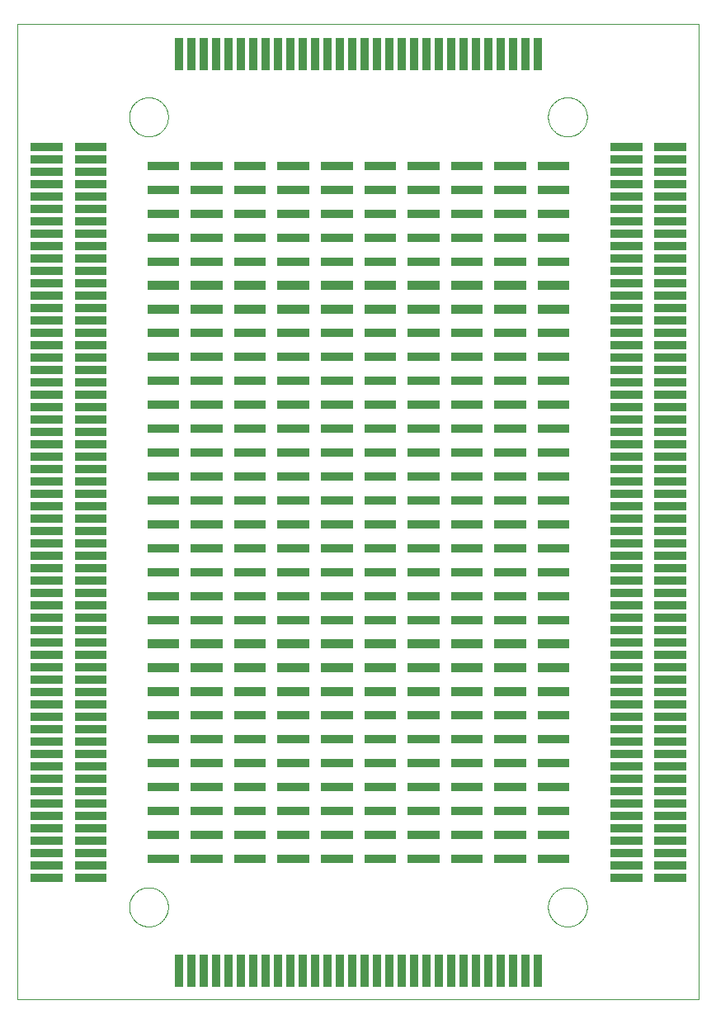
<source format=gtp>
G75*
%MOIN*%
%OFA0B0*%
%FSLAX25Y25*%
%IPPOS*%
%LPD*%
%AMOC8*
5,1,8,0,0,1.08239X$1,22.5*
%
%ADD10C,0.00000*%
%ADD11C,0.00301*%
D10*
X0001850Y0001850D02*
X0001850Y0395551D01*
X0277441Y0395551D01*
X0277441Y0001850D01*
X0001850Y0001850D01*
X0047126Y0039252D02*
X0047128Y0039445D01*
X0047135Y0039638D01*
X0047147Y0039831D01*
X0047164Y0040024D01*
X0047185Y0040216D01*
X0047211Y0040407D01*
X0047242Y0040598D01*
X0047277Y0040788D01*
X0047317Y0040977D01*
X0047362Y0041165D01*
X0047411Y0041352D01*
X0047465Y0041538D01*
X0047523Y0041722D01*
X0047586Y0041905D01*
X0047654Y0042086D01*
X0047725Y0042265D01*
X0047802Y0042443D01*
X0047882Y0042619D01*
X0047967Y0042792D01*
X0048056Y0042964D01*
X0048149Y0043133D01*
X0048246Y0043300D01*
X0048348Y0043465D01*
X0048453Y0043627D01*
X0048562Y0043786D01*
X0048676Y0043943D01*
X0048793Y0044096D01*
X0048913Y0044247D01*
X0049038Y0044395D01*
X0049166Y0044540D01*
X0049297Y0044681D01*
X0049432Y0044820D01*
X0049571Y0044955D01*
X0049712Y0045086D01*
X0049857Y0045214D01*
X0050005Y0045339D01*
X0050156Y0045459D01*
X0050309Y0045576D01*
X0050466Y0045690D01*
X0050625Y0045799D01*
X0050787Y0045904D01*
X0050952Y0046006D01*
X0051119Y0046103D01*
X0051288Y0046196D01*
X0051460Y0046285D01*
X0051633Y0046370D01*
X0051809Y0046450D01*
X0051987Y0046527D01*
X0052166Y0046598D01*
X0052347Y0046666D01*
X0052530Y0046729D01*
X0052714Y0046787D01*
X0052900Y0046841D01*
X0053087Y0046890D01*
X0053275Y0046935D01*
X0053464Y0046975D01*
X0053654Y0047010D01*
X0053845Y0047041D01*
X0054036Y0047067D01*
X0054228Y0047088D01*
X0054421Y0047105D01*
X0054614Y0047117D01*
X0054807Y0047124D01*
X0055000Y0047126D01*
X0055193Y0047124D01*
X0055386Y0047117D01*
X0055579Y0047105D01*
X0055772Y0047088D01*
X0055964Y0047067D01*
X0056155Y0047041D01*
X0056346Y0047010D01*
X0056536Y0046975D01*
X0056725Y0046935D01*
X0056913Y0046890D01*
X0057100Y0046841D01*
X0057286Y0046787D01*
X0057470Y0046729D01*
X0057653Y0046666D01*
X0057834Y0046598D01*
X0058013Y0046527D01*
X0058191Y0046450D01*
X0058367Y0046370D01*
X0058540Y0046285D01*
X0058712Y0046196D01*
X0058881Y0046103D01*
X0059048Y0046006D01*
X0059213Y0045904D01*
X0059375Y0045799D01*
X0059534Y0045690D01*
X0059691Y0045576D01*
X0059844Y0045459D01*
X0059995Y0045339D01*
X0060143Y0045214D01*
X0060288Y0045086D01*
X0060429Y0044955D01*
X0060568Y0044820D01*
X0060703Y0044681D01*
X0060834Y0044540D01*
X0060962Y0044395D01*
X0061087Y0044247D01*
X0061207Y0044096D01*
X0061324Y0043943D01*
X0061438Y0043786D01*
X0061547Y0043627D01*
X0061652Y0043465D01*
X0061754Y0043300D01*
X0061851Y0043133D01*
X0061944Y0042964D01*
X0062033Y0042792D01*
X0062118Y0042619D01*
X0062198Y0042443D01*
X0062275Y0042265D01*
X0062346Y0042086D01*
X0062414Y0041905D01*
X0062477Y0041722D01*
X0062535Y0041538D01*
X0062589Y0041352D01*
X0062638Y0041165D01*
X0062683Y0040977D01*
X0062723Y0040788D01*
X0062758Y0040598D01*
X0062789Y0040407D01*
X0062815Y0040216D01*
X0062836Y0040024D01*
X0062853Y0039831D01*
X0062865Y0039638D01*
X0062872Y0039445D01*
X0062874Y0039252D01*
X0062872Y0039059D01*
X0062865Y0038866D01*
X0062853Y0038673D01*
X0062836Y0038480D01*
X0062815Y0038288D01*
X0062789Y0038097D01*
X0062758Y0037906D01*
X0062723Y0037716D01*
X0062683Y0037527D01*
X0062638Y0037339D01*
X0062589Y0037152D01*
X0062535Y0036966D01*
X0062477Y0036782D01*
X0062414Y0036599D01*
X0062346Y0036418D01*
X0062275Y0036239D01*
X0062198Y0036061D01*
X0062118Y0035885D01*
X0062033Y0035712D01*
X0061944Y0035540D01*
X0061851Y0035371D01*
X0061754Y0035204D01*
X0061652Y0035039D01*
X0061547Y0034877D01*
X0061438Y0034718D01*
X0061324Y0034561D01*
X0061207Y0034408D01*
X0061087Y0034257D01*
X0060962Y0034109D01*
X0060834Y0033964D01*
X0060703Y0033823D01*
X0060568Y0033684D01*
X0060429Y0033549D01*
X0060288Y0033418D01*
X0060143Y0033290D01*
X0059995Y0033165D01*
X0059844Y0033045D01*
X0059691Y0032928D01*
X0059534Y0032814D01*
X0059375Y0032705D01*
X0059213Y0032600D01*
X0059048Y0032498D01*
X0058881Y0032401D01*
X0058712Y0032308D01*
X0058540Y0032219D01*
X0058367Y0032134D01*
X0058191Y0032054D01*
X0058013Y0031977D01*
X0057834Y0031906D01*
X0057653Y0031838D01*
X0057470Y0031775D01*
X0057286Y0031717D01*
X0057100Y0031663D01*
X0056913Y0031614D01*
X0056725Y0031569D01*
X0056536Y0031529D01*
X0056346Y0031494D01*
X0056155Y0031463D01*
X0055964Y0031437D01*
X0055772Y0031416D01*
X0055579Y0031399D01*
X0055386Y0031387D01*
X0055193Y0031380D01*
X0055000Y0031378D01*
X0054807Y0031380D01*
X0054614Y0031387D01*
X0054421Y0031399D01*
X0054228Y0031416D01*
X0054036Y0031437D01*
X0053845Y0031463D01*
X0053654Y0031494D01*
X0053464Y0031529D01*
X0053275Y0031569D01*
X0053087Y0031614D01*
X0052900Y0031663D01*
X0052714Y0031717D01*
X0052530Y0031775D01*
X0052347Y0031838D01*
X0052166Y0031906D01*
X0051987Y0031977D01*
X0051809Y0032054D01*
X0051633Y0032134D01*
X0051460Y0032219D01*
X0051288Y0032308D01*
X0051119Y0032401D01*
X0050952Y0032498D01*
X0050787Y0032600D01*
X0050625Y0032705D01*
X0050466Y0032814D01*
X0050309Y0032928D01*
X0050156Y0033045D01*
X0050005Y0033165D01*
X0049857Y0033290D01*
X0049712Y0033418D01*
X0049571Y0033549D01*
X0049432Y0033684D01*
X0049297Y0033823D01*
X0049166Y0033964D01*
X0049038Y0034109D01*
X0048913Y0034257D01*
X0048793Y0034408D01*
X0048676Y0034561D01*
X0048562Y0034718D01*
X0048453Y0034877D01*
X0048348Y0035039D01*
X0048246Y0035204D01*
X0048149Y0035371D01*
X0048056Y0035540D01*
X0047967Y0035712D01*
X0047882Y0035885D01*
X0047802Y0036061D01*
X0047725Y0036239D01*
X0047654Y0036418D01*
X0047586Y0036599D01*
X0047523Y0036782D01*
X0047465Y0036966D01*
X0047411Y0037152D01*
X0047362Y0037339D01*
X0047317Y0037527D01*
X0047277Y0037716D01*
X0047242Y0037906D01*
X0047211Y0038097D01*
X0047185Y0038288D01*
X0047164Y0038480D01*
X0047147Y0038673D01*
X0047135Y0038866D01*
X0047128Y0039059D01*
X0047126Y0039252D01*
X0216417Y0039252D02*
X0216419Y0039445D01*
X0216426Y0039638D01*
X0216438Y0039831D01*
X0216455Y0040024D01*
X0216476Y0040216D01*
X0216502Y0040407D01*
X0216533Y0040598D01*
X0216568Y0040788D01*
X0216608Y0040977D01*
X0216653Y0041165D01*
X0216702Y0041352D01*
X0216756Y0041538D01*
X0216814Y0041722D01*
X0216877Y0041905D01*
X0216945Y0042086D01*
X0217016Y0042265D01*
X0217093Y0042443D01*
X0217173Y0042619D01*
X0217258Y0042792D01*
X0217347Y0042964D01*
X0217440Y0043133D01*
X0217537Y0043300D01*
X0217639Y0043465D01*
X0217744Y0043627D01*
X0217853Y0043786D01*
X0217967Y0043943D01*
X0218084Y0044096D01*
X0218204Y0044247D01*
X0218329Y0044395D01*
X0218457Y0044540D01*
X0218588Y0044681D01*
X0218723Y0044820D01*
X0218862Y0044955D01*
X0219003Y0045086D01*
X0219148Y0045214D01*
X0219296Y0045339D01*
X0219447Y0045459D01*
X0219600Y0045576D01*
X0219757Y0045690D01*
X0219916Y0045799D01*
X0220078Y0045904D01*
X0220243Y0046006D01*
X0220410Y0046103D01*
X0220579Y0046196D01*
X0220751Y0046285D01*
X0220924Y0046370D01*
X0221100Y0046450D01*
X0221278Y0046527D01*
X0221457Y0046598D01*
X0221638Y0046666D01*
X0221821Y0046729D01*
X0222005Y0046787D01*
X0222191Y0046841D01*
X0222378Y0046890D01*
X0222566Y0046935D01*
X0222755Y0046975D01*
X0222945Y0047010D01*
X0223136Y0047041D01*
X0223327Y0047067D01*
X0223519Y0047088D01*
X0223712Y0047105D01*
X0223905Y0047117D01*
X0224098Y0047124D01*
X0224291Y0047126D01*
X0224484Y0047124D01*
X0224677Y0047117D01*
X0224870Y0047105D01*
X0225063Y0047088D01*
X0225255Y0047067D01*
X0225446Y0047041D01*
X0225637Y0047010D01*
X0225827Y0046975D01*
X0226016Y0046935D01*
X0226204Y0046890D01*
X0226391Y0046841D01*
X0226577Y0046787D01*
X0226761Y0046729D01*
X0226944Y0046666D01*
X0227125Y0046598D01*
X0227304Y0046527D01*
X0227482Y0046450D01*
X0227658Y0046370D01*
X0227831Y0046285D01*
X0228003Y0046196D01*
X0228172Y0046103D01*
X0228339Y0046006D01*
X0228504Y0045904D01*
X0228666Y0045799D01*
X0228825Y0045690D01*
X0228982Y0045576D01*
X0229135Y0045459D01*
X0229286Y0045339D01*
X0229434Y0045214D01*
X0229579Y0045086D01*
X0229720Y0044955D01*
X0229859Y0044820D01*
X0229994Y0044681D01*
X0230125Y0044540D01*
X0230253Y0044395D01*
X0230378Y0044247D01*
X0230498Y0044096D01*
X0230615Y0043943D01*
X0230729Y0043786D01*
X0230838Y0043627D01*
X0230943Y0043465D01*
X0231045Y0043300D01*
X0231142Y0043133D01*
X0231235Y0042964D01*
X0231324Y0042792D01*
X0231409Y0042619D01*
X0231489Y0042443D01*
X0231566Y0042265D01*
X0231637Y0042086D01*
X0231705Y0041905D01*
X0231768Y0041722D01*
X0231826Y0041538D01*
X0231880Y0041352D01*
X0231929Y0041165D01*
X0231974Y0040977D01*
X0232014Y0040788D01*
X0232049Y0040598D01*
X0232080Y0040407D01*
X0232106Y0040216D01*
X0232127Y0040024D01*
X0232144Y0039831D01*
X0232156Y0039638D01*
X0232163Y0039445D01*
X0232165Y0039252D01*
X0232163Y0039059D01*
X0232156Y0038866D01*
X0232144Y0038673D01*
X0232127Y0038480D01*
X0232106Y0038288D01*
X0232080Y0038097D01*
X0232049Y0037906D01*
X0232014Y0037716D01*
X0231974Y0037527D01*
X0231929Y0037339D01*
X0231880Y0037152D01*
X0231826Y0036966D01*
X0231768Y0036782D01*
X0231705Y0036599D01*
X0231637Y0036418D01*
X0231566Y0036239D01*
X0231489Y0036061D01*
X0231409Y0035885D01*
X0231324Y0035712D01*
X0231235Y0035540D01*
X0231142Y0035371D01*
X0231045Y0035204D01*
X0230943Y0035039D01*
X0230838Y0034877D01*
X0230729Y0034718D01*
X0230615Y0034561D01*
X0230498Y0034408D01*
X0230378Y0034257D01*
X0230253Y0034109D01*
X0230125Y0033964D01*
X0229994Y0033823D01*
X0229859Y0033684D01*
X0229720Y0033549D01*
X0229579Y0033418D01*
X0229434Y0033290D01*
X0229286Y0033165D01*
X0229135Y0033045D01*
X0228982Y0032928D01*
X0228825Y0032814D01*
X0228666Y0032705D01*
X0228504Y0032600D01*
X0228339Y0032498D01*
X0228172Y0032401D01*
X0228003Y0032308D01*
X0227831Y0032219D01*
X0227658Y0032134D01*
X0227482Y0032054D01*
X0227304Y0031977D01*
X0227125Y0031906D01*
X0226944Y0031838D01*
X0226761Y0031775D01*
X0226577Y0031717D01*
X0226391Y0031663D01*
X0226204Y0031614D01*
X0226016Y0031569D01*
X0225827Y0031529D01*
X0225637Y0031494D01*
X0225446Y0031463D01*
X0225255Y0031437D01*
X0225063Y0031416D01*
X0224870Y0031399D01*
X0224677Y0031387D01*
X0224484Y0031380D01*
X0224291Y0031378D01*
X0224098Y0031380D01*
X0223905Y0031387D01*
X0223712Y0031399D01*
X0223519Y0031416D01*
X0223327Y0031437D01*
X0223136Y0031463D01*
X0222945Y0031494D01*
X0222755Y0031529D01*
X0222566Y0031569D01*
X0222378Y0031614D01*
X0222191Y0031663D01*
X0222005Y0031717D01*
X0221821Y0031775D01*
X0221638Y0031838D01*
X0221457Y0031906D01*
X0221278Y0031977D01*
X0221100Y0032054D01*
X0220924Y0032134D01*
X0220751Y0032219D01*
X0220579Y0032308D01*
X0220410Y0032401D01*
X0220243Y0032498D01*
X0220078Y0032600D01*
X0219916Y0032705D01*
X0219757Y0032814D01*
X0219600Y0032928D01*
X0219447Y0033045D01*
X0219296Y0033165D01*
X0219148Y0033290D01*
X0219003Y0033418D01*
X0218862Y0033549D01*
X0218723Y0033684D01*
X0218588Y0033823D01*
X0218457Y0033964D01*
X0218329Y0034109D01*
X0218204Y0034257D01*
X0218084Y0034408D01*
X0217967Y0034561D01*
X0217853Y0034718D01*
X0217744Y0034877D01*
X0217639Y0035039D01*
X0217537Y0035204D01*
X0217440Y0035371D01*
X0217347Y0035540D01*
X0217258Y0035712D01*
X0217173Y0035885D01*
X0217093Y0036061D01*
X0217016Y0036239D01*
X0216945Y0036418D01*
X0216877Y0036599D01*
X0216814Y0036782D01*
X0216756Y0036966D01*
X0216702Y0037152D01*
X0216653Y0037339D01*
X0216608Y0037527D01*
X0216568Y0037716D01*
X0216533Y0037906D01*
X0216502Y0038097D01*
X0216476Y0038288D01*
X0216455Y0038480D01*
X0216438Y0038673D01*
X0216426Y0038866D01*
X0216419Y0039059D01*
X0216417Y0039252D01*
X0216417Y0358149D02*
X0216419Y0358342D01*
X0216426Y0358535D01*
X0216438Y0358728D01*
X0216455Y0358921D01*
X0216476Y0359113D01*
X0216502Y0359304D01*
X0216533Y0359495D01*
X0216568Y0359685D01*
X0216608Y0359874D01*
X0216653Y0360062D01*
X0216702Y0360249D01*
X0216756Y0360435D01*
X0216814Y0360619D01*
X0216877Y0360802D01*
X0216945Y0360983D01*
X0217016Y0361162D01*
X0217093Y0361340D01*
X0217173Y0361516D01*
X0217258Y0361689D01*
X0217347Y0361861D01*
X0217440Y0362030D01*
X0217537Y0362197D01*
X0217639Y0362362D01*
X0217744Y0362524D01*
X0217853Y0362683D01*
X0217967Y0362840D01*
X0218084Y0362993D01*
X0218204Y0363144D01*
X0218329Y0363292D01*
X0218457Y0363437D01*
X0218588Y0363578D01*
X0218723Y0363717D01*
X0218862Y0363852D01*
X0219003Y0363983D01*
X0219148Y0364111D01*
X0219296Y0364236D01*
X0219447Y0364356D01*
X0219600Y0364473D01*
X0219757Y0364587D01*
X0219916Y0364696D01*
X0220078Y0364801D01*
X0220243Y0364903D01*
X0220410Y0365000D01*
X0220579Y0365093D01*
X0220751Y0365182D01*
X0220924Y0365267D01*
X0221100Y0365347D01*
X0221278Y0365424D01*
X0221457Y0365495D01*
X0221638Y0365563D01*
X0221821Y0365626D01*
X0222005Y0365684D01*
X0222191Y0365738D01*
X0222378Y0365787D01*
X0222566Y0365832D01*
X0222755Y0365872D01*
X0222945Y0365907D01*
X0223136Y0365938D01*
X0223327Y0365964D01*
X0223519Y0365985D01*
X0223712Y0366002D01*
X0223905Y0366014D01*
X0224098Y0366021D01*
X0224291Y0366023D01*
X0224484Y0366021D01*
X0224677Y0366014D01*
X0224870Y0366002D01*
X0225063Y0365985D01*
X0225255Y0365964D01*
X0225446Y0365938D01*
X0225637Y0365907D01*
X0225827Y0365872D01*
X0226016Y0365832D01*
X0226204Y0365787D01*
X0226391Y0365738D01*
X0226577Y0365684D01*
X0226761Y0365626D01*
X0226944Y0365563D01*
X0227125Y0365495D01*
X0227304Y0365424D01*
X0227482Y0365347D01*
X0227658Y0365267D01*
X0227831Y0365182D01*
X0228003Y0365093D01*
X0228172Y0365000D01*
X0228339Y0364903D01*
X0228504Y0364801D01*
X0228666Y0364696D01*
X0228825Y0364587D01*
X0228982Y0364473D01*
X0229135Y0364356D01*
X0229286Y0364236D01*
X0229434Y0364111D01*
X0229579Y0363983D01*
X0229720Y0363852D01*
X0229859Y0363717D01*
X0229994Y0363578D01*
X0230125Y0363437D01*
X0230253Y0363292D01*
X0230378Y0363144D01*
X0230498Y0362993D01*
X0230615Y0362840D01*
X0230729Y0362683D01*
X0230838Y0362524D01*
X0230943Y0362362D01*
X0231045Y0362197D01*
X0231142Y0362030D01*
X0231235Y0361861D01*
X0231324Y0361689D01*
X0231409Y0361516D01*
X0231489Y0361340D01*
X0231566Y0361162D01*
X0231637Y0360983D01*
X0231705Y0360802D01*
X0231768Y0360619D01*
X0231826Y0360435D01*
X0231880Y0360249D01*
X0231929Y0360062D01*
X0231974Y0359874D01*
X0232014Y0359685D01*
X0232049Y0359495D01*
X0232080Y0359304D01*
X0232106Y0359113D01*
X0232127Y0358921D01*
X0232144Y0358728D01*
X0232156Y0358535D01*
X0232163Y0358342D01*
X0232165Y0358149D01*
X0232163Y0357956D01*
X0232156Y0357763D01*
X0232144Y0357570D01*
X0232127Y0357377D01*
X0232106Y0357185D01*
X0232080Y0356994D01*
X0232049Y0356803D01*
X0232014Y0356613D01*
X0231974Y0356424D01*
X0231929Y0356236D01*
X0231880Y0356049D01*
X0231826Y0355863D01*
X0231768Y0355679D01*
X0231705Y0355496D01*
X0231637Y0355315D01*
X0231566Y0355136D01*
X0231489Y0354958D01*
X0231409Y0354782D01*
X0231324Y0354609D01*
X0231235Y0354437D01*
X0231142Y0354268D01*
X0231045Y0354101D01*
X0230943Y0353936D01*
X0230838Y0353774D01*
X0230729Y0353615D01*
X0230615Y0353458D01*
X0230498Y0353305D01*
X0230378Y0353154D01*
X0230253Y0353006D01*
X0230125Y0352861D01*
X0229994Y0352720D01*
X0229859Y0352581D01*
X0229720Y0352446D01*
X0229579Y0352315D01*
X0229434Y0352187D01*
X0229286Y0352062D01*
X0229135Y0351942D01*
X0228982Y0351825D01*
X0228825Y0351711D01*
X0228666Y0351602D01*
X0228504Y0351497D01*
X0228339Y0351395D01*
X0228172Y0351298D01*
X0228003Y0351205D01*
X0227831Y0351116D01*
X0227658Y0351031D01*
X0227482Y0350951D01*
X0227304Y0350874D01*
X0227125Y0350803D01*
X0226944Y0350735D01*
X0226761Y0350672D01*
X0226577Y0350614D01*
X0226391Y0350560D01*
X0226204Y0350511D01*
X0226016Y0350466D01*
X0225827Y0350426D01*
X0225637Y0350391D01*
X0225446Y0350360D01*
X0225255Y0350334D01*
X0225063Y0350313D01*
X0224870Y0350296D01*
X0224677Y0350284D01*
X0224484Y0350277D01*
X0224291Y0350275D01*
X0224098Y0350277D01*
X0223905Y0350284D01*
X0223712Y0350296D01*
X0223519Y0350313D01*
X0223327Y0350334D01*
X0223136Y0350360D01*
X0222945Y0350391D01*
X0222755Y0350426D01*
X0222566Y0350466D01*
X0222378Y0350511D01*
X0222191Y0350560D01*
X0222005Y0350614D01*
X0221821Y0350672D01*
X0221638Y0350735D01*
X0221457Y0350803D01*
X0221278Y0350874D01*
X0221100Y0350951D01*
X0220924Y0351031D01*
X0220751Y0351116D01*
X0220579Y0351205D01*
X0220410Y0351298D01*
X0220243Y0351395D01*
X0220078Y0351497D01*
X0219916Y0351602D01*
X0219757Y0351711D01*
X0219600Y0351825D01*
X0219447Y0351942D01*
X0219296Y0352062D01*
X0219148Y0352187D01*
X0219003Y0352315D01*
X0218862Y0352446D01*
X0218723Y0352581D01*
X0218588Y0352720D01*
X0218457Y0352861D01*
X0218329Y0353006D01*
X0218204Y0353154D01*
X0218084Y0353305D01*
X0217967Y0353458D01*
X0217853Y0353615D01*
X0217744Y0353774D01*
X0217639Y0353936D01*
X0217537Y0354101D01*
X0217440Y0354268D01*
X0217347Y0354437D01*
X0217258Y0354609D01*
X0217173Y0354782D01*
X0217093Y0354958D01*
X0217016Y0355136D01*
X0216945Y0355315D01*
X0216877Y0355496D01*
X0216814Y0355679D01*
X0216756Y0355863D01*
X0216702Y0356049D01*
X0216653Y0356236D01*
X0216608Y0356424D01*
X0216568Y0356613D01*
X0216533Y0356803D01*
X0216502Y0356994D01*
X0216476Y0357185D01*
X0216455Y0357377D01*
X0216438Y0357570D01*
X0216426Y0357763D01*
X0216419Y0357956D01*
X0216417Y0358149D01*
X0047126Y0358149D02*
X0047128Y0358342D01*
X0047135Y0358535D01*
X0047147Y0358728D01*
X0047164Y0358921D01*
X0047185Y0359113D01*
X0047211Y0359304D01*
X0047242Y0359495D01*
X0047277Y0359685D01*
X0047317Y0359874D01*
X0047362Y0360062D01*
X0047411Y0360249D01*
X0047465Y0360435D01*
X0047523Y0360619D01*
X0047586Y0360802D01*
X0047654Y0360983D01*
X0047725Y0361162D01*
X0047802Y0361340D01*
X0047882Y0361516D01*
X0047967Y0361689D01*
X0048056Y0361861D01*
X0048149Y0362030D01*
X0048246Y0362197D01*
X0048348Y0362362D01*
X0048453Y0362524D01*
X0048562Y0362683D01*
X0048676Y0362840D01*
X0048793Y0362993D01*
X0048913Y0363144D01*
X0049038Y0363292D01*
X0049166Y0363437D01*
X0049297Y0363578D01*
X0049432Y0363717D01*
X0049571Y0363852D01*
X0049712Y0363983D01*
X0049857Y0364111D01*
X0050005Y0364236D01*
X0050156Y0364356D01*
X0050309Y0364473D01*
X0050466Y0364587D01*
X0050625Y0364696D01*
X0050787Y0364801D01*
X0050952Y0364903D01*
X0051119Y0365000D01*
X0051288Y0365093D01*
X0051460Y0365182D01*
X0051633Y0365267D01*
X0051809Y0365347D01*
X0051987Y0365424D01*
X0052166Y0365495D01*
X0052347Y0365563D01*
X0052530Y0365626D01*
X0052714Y0365684D01*
X0052900Y0365738D01*
X0053087Y0365787D01*
X0053275Y0365832D01*
X0053464Y0365872D01*
X0053654Y0365907D01*
X0053845Y0365938D01*
X0054036Y0365964D01*
X0054228Y0365985D01*
X0054421Y0366002D01*
X0054614Y0366014D01*
X0054807Y0366021D01*
X0055000Y0366023D01*
X0055193Y0366021D01*
X0055386Y0366014D01*
X0055579Y0366002D01*
X0055772Y0365985D01*
X0055964Y0365964D01*
X0056155Y0365938D01*
X0056346Y0365907D01*
X0056536Y0365872D01*
X0056725Y0365832D01*
X0056913Y0365787D01*
X0057100Y0365738D01*
X0057286Y0365684D01*
X0057470Y0365626D01*
X0057653Y0365563D01*
X0057834Y0365495D01*
X0058013Y0365424D01*
X0058191Y0365347D01*
X0058367Y0365267D01*
X0058540Y0365182D01*
X0058712Y0365093D01*
X0058881Y0365000D01*
X0059048Y0364903D01*
X0059213Y0364801D01*
X0059375Y0364696D01*
X0059534Y0364587D01*
X0059691Y0364473D01*
X0059844Y0364356D01*
X0059995Y0364236D01*
X0060143Y0364111D01*
X0060288Y0363983D01*
X0060429Y0363852D01*
X0060568Y0363717D01*
X0060703Y0363578D01*
X0060834Y0363437D01*
X0060962Y0363292D01*
X0061087Y0363144D01*
X0061207Y0362993D01*
X0061324Y0362840D01*
X0061438Y0362683D01*
X0061547Y0362524D01*
X0061652Y0362362D01*
X0061754Y0362197D01*
X0061851Y0362030D01*
X0061944Y0361861D01*
X0062033Y0361689D01*
X0062118Y0361516D01*
X0062198Y0361340D01*
X0062275Y0361162D01*
X0062346Y0360983D01*
X0062414Y0360802D01*
X0062477Y0360619D01*
X0062535Y0360435D01*
X0062589Y0360249D01*
X0062638Y0360062D01*
X0062683Y0359874D01*
X0062723Y0359685D01*
X0062758Y0359495D01*
X0062789Y0359304D01*
X0062815Y0359113D01*
X0062836Y0358921D01*
X0062853Y0358728D01*
X0062865Y0358535D01*
X0062872Y0358342D01*
X0062874Y0358149D01*
X0062872Y0357956D01*
X0062865Y0357763D01*
X0062853Y0357570D01*
X0062836Y0357377D01*
X0062815Y0357185D01*
X0062789Y0356994D01*
X0062758Y0356803D01*
X0062723Y0356613D01*
X0062683Y0356424D01*
X0062638Y0356236D01*
X0062589Y0356049D01*
X0062535Y0355863D01*
X0062477Y0355679D01*
X0062414Y0355496D01*
X0062346Y0355315D01*
X0062275Y0355136D01*
X0062198Y0354958D01*
X0062118Y0354782D01*
X0062033Y0354609D01*
X0061944Y0354437D01*
X0061851Y0354268D01*
X0061754Y0354101D01*
X0061652Y0353936D01*
X0061547Y0353774D01*
X0061438Y0353615D01*
X0061324Y0353458D01*
X0061207Y0353305D01*
X0061087Y0353154D01*
X0060962Y0353006D01*
X0060834Y0352861D01*
X0060703Y0352720D01*
X0060568Y0352581D01*
X0060429Y0352446D01*
X0060288Y0352315D01*
X0060143Y0352187D01*
X0059995Y0352062D01*
X0059844Y0351942D01*
X0059691Y0351825D01*
X0059534Y0351711D01*
X0059375Y0351602D01*
X0059213Y0351497D01*
X0059048Y0351395D01*
X0058881Y0351298D01*
X0058712Y0351205D01*
X0058540Y0351116D01*
X0058367Y0351031D01*
X0058191Y0350951D01*
X0058013Y0350874D01*
X0057834Y0350803D01*
X0057653Y0350735D01*
X0057470Y0350672D01*
X0057286Y0350614D01*
X0057100Y0350560D01*
X0056913Y0350511D01*
X0056725Y0350466D01*
X0056536Y0350426D01*
X0056346Y0350391D01*
X0056155Y0350360D01*
X0055964Y0350334D01*
X0055772Y0350313D01*
X0055579Y0350296D01*
X0055386Y0350284D01*
X0055193Y0350277D01*
X0055000Y0350275D01*
X0054807Y0350277D01*
X0054614Y0350284D01*
X0054421Y0350296D01*
X0054228Y0350313D01*
X0054036Y0350334D01*
X0053845Y0350360D01*
X0053654Y0350391D01*
X0053464Y0350426D01*
X0053275Y0350466D01*
X0053087Y0350511D01*
X0052900Y0350560D01*
X0052714Y0350614D01*
X0052530Y0350672D01*
X0052347Y0350735D01*
X0052166Y0350803D01*
X0051987Y0350874D01*
X0051809Y0350951D01*
X0051633Y0351031D01*
X0051460Y0351116D01*
X0051288Y0351205D01*
X0051119Y0351298D01*
X0050952Y0351395D01*
X0050787Y0351497D01*
X0050625Y0351602D01*
X0050466Y0351711D01*
X0050309Y0351825D01*
X0050156Y0351942D01*
X0050005Y0352062D01*
X0049857Y0352187D01*
X0049712Y0352315D01*
X0049571Y0352446D01*
X0049432Y0352581D01*
X0049297Y0352720D01*
X0049166Y0352861D01*
X0049038Y0353006D01*
X0048913Y0353154D01*
X0048793Y0353305D01*
X0048676Y0353458D01*
X0048562Y0353615D01*
X0048453Y0353774D01*
X0048348Y0353936D01*
X0048246Y0354101D01*
X0048149Y0354268D01*
X0048056Y0354437D01*
X0047967Y0354609D01*
X0047882Y0354782D01*
X0047802Y0354958D01*
X0047725Y0355136D01*
X0047654Y0355315D01*
X0047586Y0355496D01*
X0047523Y0355679D01*
X0047465Y0355863D01*
X0047411Y0356049D01*
X0047362Y0356236D01*
X0047317Y0356424D01*
X0047277Y0356613D01*
X0047242Y0356803D01*
X0047211Y0356994D01*
X0047185Y0357185D01*
X0047164Y0357377D01*
X0047147Y0357570D01*
X0047135Y0357763D01*
X0047128Y0357956D01*
X0047126Y0358149D01*
D11*
X0037625Y0344677D02*
X0025131Y0344677D01*
X0025131Y0347723D01*
X0037625Y0347723D01*
X0037625Y0344677D01*
X0037625Y0344977D02*
X0025131Y0344977D01*
X0025131Y0345277D02*
X0037625Y0345277D01*
X0037625Y0345577D02*
X0025131Y0345577D01*
X0025131Y0345877D02*
X0037625Y0345877D01*
X0037625Y0346177D02*
X0025131Y0346177D01*
X0025131Y0346477D02*
X0037625Y0346477D01*
X0037625Y0346777D02*
X0025131Y0346777D01*
X0025131Y0347077D02*
X0037625Y0347077D01*
X0037625Y0347377D02*
X0025131Y0347377D01*
X0025131Y0347677D02*
X0037625Y0347677D01*
X0037625Y0339677D02*
X0025131Y0339677D01*
X0025131Y0342723D01*
X0037625Y0342723D01*
X0037625Y0339677D01*
X0037625Y0339977D02*
X0025131Y0339977D01*
X0025131Y0340277D02*
X0037625Y0340277D01*
X0037625Y0340577D02*
X0025131Y0340577D01*
X0025131Y0340877D02*
X0037625Y0340877D01*
X0037625Y0341177D02*
X0025131Y0341177D01*
X0025131Y0341477D02*
X0037625Y0341477D01*
X0037625Y0341777D02*
X0025131Y0341777D01*
X0025131Y0342077D02*
X0037625Y0342077D01*
X0037625Y0342377D02*
X0025131Y0342377D01*
X0025131Y0342677D02*
X0037625Y0342677D01*
X0037625Y0334677D02*
X0025131Y0334677D01*
X0025131Y0337723D01*
X0037625Y0337723D01*
X0037625Y0334677D01*
X0037625Y0334977D02*
X0025131Y0334977D01*
X0025131Y0335277D02*
X0037625Y0335277D01*
X0037625Y0335577D02*
X0025131Y0335577D01*
X0025131Y0335877D02*
X0037625Y0335877D01*
X0037625Y0336177D02*
X0025131Y0336177D01*
X0025131Y0336477D02*
X0037625Y0336477D01*
X0037625Y0336777D02*
X0025131Y0336777D01*
X0025131Y0337077D02*
X0037625Y0337077D01*
X0037625Y0337377D02*
X0025131Y0337377D01*
X0025131Y0337677D02*
X0037625Y0337677D01*
X0037625Y0329677D02*
X0025131Y0329677D01*
X0025131Y0332723D01*
X0037625Y0332723D01*
X0037625Y0329677D01*
X0037625Y0329977D02*
X0025131Y0329977D01*
X0025131Y0330277D02*
X0037625Y0330277D01*
X0037625Y0330577D02*
X0025131Y0330577D01*
X0025131Y0330877D02*
X0037625Y0330877D01*
X0037625Y0331177D02*
X0025131Y0331177D01*
X0025131Y0331477D02*
X0037625Y0331477D01*
X0037625Y0331777D02*
X0025131Y0331777D01*
X0025131Y0332077D02*
X0037625Y0332077D01*
X0037625Y0332377D02*
X0025131Y0332377D01*
X0025131Y0332677D02*
X0037625Y0332677D01*
X0037625Y0324677D02*
X0025131Y0324677D01*
X0025131Y0327723D01*
X0037625Y0327723D01*
X0037625Y0324677D01*
X0037625Y0324977D02*
X0025131Y0324977D01*
X0025131Y0325277D02*
X0037625Y0325277D01*
X0037625Y0325577D02*
X0025131Y0325577D01*
X0025131Y0325877D02*
X0037625Y0325877D01*
X0037625Y0326177D02*
X0025131Y0326177D01*
X0025131Y0326477D02*
X0037625Y0326477D01*
X0037625Y0326777D02*
X0025131Y0326777D01*
X0025131Y0327077D02*
X0037625Y0327077D01*
X0037625Y0327377D02*
X0025131Y0327377D01*
X0025131Y0327677D02*
X0037625Y0327677D01*
X0037625Y0319677D02*
X0025131Y0319677D01*
X0025131Y0322723D01*
X0037625Y0322723D01*
X0037625Y0319677D01*
X0037625Y0319977D02*
X0025131Y0319977D01*
X0025131Y0320277D02*
X0037625Y0320277D01*
X0037625Y0320577D02*
X0025131Y0320577D01*
X0025131Y0320877D02*
X0037625Y0320877D01*
X0037625Y0321177D02*
X0025131Y0321177D01*
X0025131Y0321477D02*
X0037625Y0321477D01*
X0037625Y0321777D02*
X0025131Y0321777D01*
X0025131Y0322077D02*
X0037625Y0322077D01*
X0037625Y0322377D02*
X0025131Y0322377D01*
X0025131Y0322677D02*
X0037625Y0322677D01*
X0037625Y0314677D02*
X0025131Y0314677D01*
X0025131Y0317723D01*
X0037625Y0317723D01*
X0037625Y0314677D01*
X0037625Y0314977D02*
X0025131Y0314977D01*
X0025131Y0315277D02*
X0037625Y0315277D01*
X0037625Y0315577D02*
X0025131Y0315577D01*
X0025131Y0315877D02*
X0037625Y0315877D01*
X0037625Y0316177D02*
X0025131Y0316177D01*
X0025131Y0316477D02*
X0037625Y0316477D01*
X0037625Y0316777D02*
X0025131Y0316777D01*
X0025131Y0317077D02*
X0037625Y0317077D01*
X0037625Y0317377D02*
X0025131Y0317377D01*
X0025131Y0317677D02*
X0037625Y0317677D01*
X0037625Y0309677D02*
X0025131Y0309677D01*
X0025131Y0312723D01*
X0037625Y0312723D01*
X0037625Y0309677D01*
X0037625Y0309977D02*
X0025131Y0309977D01*
X0025131Y0310277D02*
X0037625Y0310277D01*
X0037625Y0310577D02*
X0025131Y0310577D01*
X0025131Y0310877D02*
X0037625Y0310877D01*
X0037625Y0311177D02*
X0025131Y0311177D01*
X0025131Y0311477D02*
X0037625Y0311477D01*
X0037625Y0311777D02*
X0025131Y0311777D01*
X0025131Y0312077D02*
X0037625Y0312077D01*
X0037625Y0312377D02*
X0025131Y0312377D01*
X0025131Y0312677D02*
X0037625Y0312677D01*
X0037625Y0304677D02*
X0025131Y0304677D01*
X0025131Y0307723D01*
X0037625Y0307723D01*
X0037625Y0304677D01*
X0037625Y0304977D02*
X0025131Y0304977D01*
X0025131Y0305277D02*
X0037625Y0305277D01*
X0037625Y0305577D02*
X0025131Y0305577D01*
X0025131Y0305877D02*
X0037625Y0305877D01*
X0037625Y0306177D02*
X0025131Y0306177D01*
X0025131Y0306477D02*
X0037625Y0306477D01*
X0037625Y0306777D02*
X0025131Y0306777D01*
X0025131Y0307077D02*
X0037625Y0307077D01*
X0037625Y0307377D02*
X0025131Y0307377D01*
X0025131Y0307677D02*
X0037625Y0307677D01*
X0037625Y0299677D02*
X0025131Y0299677D01*
X0025131Y0302723D01*
X0037625Y0302723D01*
X0037625Y0299677D01*
X0037625Y0299977D02*
X0025131Y0299977D01*
X0025131Y0300277D02*
X0037625Y0300277D01*
X0037625Y0300577D02*
X0025131Y0300577D01*
X0025131Y0300877D02*
X0037625Y0300877D01*
X0037625Y0301177D02*
X0025131Y0301177D01*
X0025131Y0301477D02*
X0037625Y0301477D01*
X0037625Y0301777D02*
X0025131Y0301777D01*
X0025131Y0302077D02*
X0037625Y0302077D01*
X0037625Y0302377D02*
X0025131Y0302377D01*
X0025131Y0302677D02*
X0037625Y0302677D01*
X0037625Y0294677D02*
X0025131Y0294677D01*
X0025131Y0297723D01*
X0037625Y0297723D01*
X0037625Y0294677D01*
X0037625Y0294977D02*
X0025131Y0294977D01*
X0025131Y0295277D02*
X0037625Y0295277D01*
X0037625Y0295577D02*
X0025131Y0295577D01*
X0025131Y0295877D02*
X0037625Y0295877D01*
X0037625Y0296177D02*
X0025131Y0296177D01*
X0025131Y0296477D02*
X0037625Y0296477D01*
X0037625Y0296777D02*
X0025131Y0296777D01*
X0025131Y0297077D02*
X0037625Y0297077D01*
X0037625Y0297377D02*
X0025131Y0297377D01*
X0025131Y0297677D02*
X0037625Y0297677D01*
X0037625Y0289677D02*
X0025131Y0289677D01*
X0025131Y0292723D01*
X0037625Y0292723D01*
X0037625Y0289677D01*
X0037625Y0289977D02*
X0025131Y0289977D01*
X0025131Y0290277D02*
X0037625Y0290277D01*
X0037625Y0290577D02*
X0025131Y0290577D01*
X0025131Y0290877D02*
X0037625Y0290877D01*
X0037625Y0291177D02*
X0025131Y0291177D01*
X0025131Y0291477D02*
X0037625Y0291477D01*
X0037625Y0291777D02*
X0025131Y0291777D01*
X0025131Y0292077D02*
X0037625Y0292077D01*
X0037625Y0292377D02*
X0025131Y0292377D01*
X0025131Y0292677D02*
X0037625Y0292677D01*
X0037625Y0284677D02*
X0025131Y0284677D01*
X0025131Y0287723D01*
X0037625Y0287723D01*
X0037625Y0284677D01*
X0037625Y0284977D02*
X0025131Y0284977D01*
X0025131Y0285277D02*
X0037625Y0285277D01*
X0037625Y0285577D02*
X0025131Y0285577D01*
X0025131Y0285877D02*
X0037625Y0285877D01*
X0037625Y0286177D02*
X0025131Y0286177D01*
X0025131Y0286477D02*
X0037625Y0286477D01*
X0037625Y0286777D02*
X0025131Y0286777D01*
X0025131Y0287077D02*
X0037625Y0287077D01*
X0037625Y0287377D02*
X0025131Y0287377D01*
X0025131Y0287677D02*
X0037625Y0287677D01*
X0037625Y0279677D02*
X0025131Y0279677D01*
X0025131Y0282723D01*
X0037625Y0282723D01*
X0037625Y0279677D01*
X0037625Y0279977D02*
X0025131Y0279977D01*
X0025131Y0280277D02*
X0037625Y0280277D01*
X0037625Y0280577D02*
X0025131Y0280577D01*
X0025131Y0280877D02*
X0037625Y0280877D01*
X0037625Y0281177D02*
X0025131Y0281177D01*
X0025131Y0281477D02*
X0037625Y0281477D01*
X0037625Y0281777D02*
X0025131Y0281777D01*
X0025131Y0282077D02*
X0037625Y0282077D01*
X0037625Y0282377D02*
X0025131Y0282377D01*
X0025131Y0282677D02*
X0037625Y0282677D01*
X0037625Y0274677D02*
X0025131Y0274677D01*
X0025131Y0277723D01*
X0037625Y0277723D01*
X0037625Y0274677D01*
X0037625Y0274977D02*
X0025131Y0274977D01*
X0025131Y0275277D02*
X0037625Y0275277D01*
X0037625Y0275577D02*
X0025131Y0275577D01*
X0025131Y0275877D02*
X0037625Y0275877D01*
X0037625Y0276177D02*
X0025131Y0276177D01*
X0025131Y0276477D02*
X0037625Y0276477D01*
X0037625Y0276777D02*
X0025131Y0276777D01*
X0025131Y0277077D02*
X0037625Y0277077D01*
X0037625Y0277377D02*
X0025131Y0277377D01*
X0025131Y0277677D02*
X0037625Y0277677D01*
X0037625Y0269677D02*
X0025131Y0269677D01*
X0025131Y0272723D01*
X0037625Y0272723D01*
X0037625Y0269677D01*
X0037625Y0269977D02*
X0025131Y0269977D01*
X0025131Y0270277D02*
X0037625Y0270277D01*
X0037625Y0270577D02*
X0025131Y0270577D01*
X0025131Y0270877D02*
X0037625Y0270877D01*
X0037625Y0271177D02*
X0025131Y0271177D01*
X0025131Y0271477D02*
X0037625Y0271477D01*
X0037625Y0271777D02*
X0025131Y0271777D01*
X0025131Y0272077D02*
X0037625Y0272077D01*
X0037625Y0272377D02*
X0025131Y0272377D01*
X0025131Y0272677D02*
X0037625Y0272677D01*
X0037625Y0264677D02*
X0025131Y0264677D01*
X0025131Y0267723D01*
X0037625Y0267723D01*
X0037625Y0264677D01*
X0037625Y0264977D02*
X0025131Y0264977D01*
X0025131Y0265277D02*
X0037625Y0265277D01*
X0037625Y0265577D02*
X0025131Y0265577D01*
X0025131Y0265877D02*
X0037625Y0265877D01*
X0037625Y0266177D02*
X0025131Y0266177D01*
X0025131Y0266477D02*
X0037625Y0266477D01*
X0037625Y0266777D02*
X0025131Y0266777D01*
X0025131Y0267077D02*
X0037625Y0267077D01*
X0037625Y0267377D02*
X0025131Y0267377D01*
X0025131Y0267677D02*
X0037625Y0267677D01*
X0037625Y0259677D02*
X0025131Y0259677D01*
X0025131Y0262723D01*
X0037625Y0262723D01*
X0037625Y0259677D01*
X0037625Y0259977D02*
X0025131Y0259977D01*
X0025131Y0260277D02*
X0037625Y0260277D01*
X0037625Y0260577D02*
X0025131Y0260577D01*
X0025131Y0260877D02*
X0037625Y0260877D01*
X0037625Y0261177D02*
X0025131Y0261177D01*
X0025131Y0261477D02*
X0037625Y0261477D01*
X0037625Y0261777D02*
X0025131Y0261777D01*
X0025131Y0262077D02*
X0037625Y0262077D01*
X0037625Y0262377D02*
X0025131Y0262377D01*
X0025131Y0262677D02*
X0037625Y0262677D01*
X0037625Y0254677D02*
X0025131Y0254677D01*
X0025131Y0257723D01*
X0037625Y0257723D01*
X0037625Y0254677D01*
X0037625Y0254977D02*
X0025131Y0254977D01*
X0025131Y0255277D02*
X0037625Y0255277D01*
X0037625Y0255577D02*
X0025131Y0255577D01*
X0025131Y0255877D02*
X0037625Y0255877D01*
X0037625Y0256177D02*
X0025131Y0256177D01*
X0025131Y0256477D02*
X0037625Y0256477D01*
X0037625Y0256777D02*
X0025131Y0256777D01*
X0025131Y0257077D02*
X0037625Y0257077D01*
X0037625Y0257377D02*
X0025131Y0257377D01*
X0025131Y0257677D02*
X0037625Y0257677D01*
X0037625Y0249677D02*
X0025131Y0249677D01*
X0025131Y0252723D01*
X0037625Y0252723D01*
X0037625Y0249677D01*
X0037625Y0249977D02*
X0025131Y0249977D01*
X0025131Y0250277D02*
X0037625Y0250277D01*
X0037625Y0250577D02*
X0025131Y0250577D01*
X0025131Y0250877D02*
X0037625Y0250877D01*
X0037625Y0251177D02*
X0025131Y0251177D01*
X0025131Y0251477D02*
X0037625Y0251477D01*
X0037625Y0251777D02*
X0025131Y0251777D01*
X0025131Y0252077D02*
X0037625Y0252077D01*
X0037625Y0252377D02*
X0025131Y0252377D01*
X0025131Y0252677D02*
X0037625Y0252677D01*
X0037625Y0244677D02*
X0025131Y0244677D01*
X0025131Y0247723D01*
X0037625Y0247723D01*
X0037625Y0244677D01*
X0037625Y0244977D02*
X0025131Y0244977D01*
X0025131Y0245277D02*
X0037625Y0245277D01*
X0037625Y0245577D02*
X0025131Y0245577D01*
X0025131Y0245877D02*
X0037625Y0245877D01*
X0037625Y0246177D02*
X0025131Y0246177D01*
X0025131Y0246477D02*
X0037625Y0246477D01*
X0037625Y0246777D02*
X0025131Y0246777D01*
X0025131Y0247077D02*
X0037625Y0247077D01*
X0037625Y0247377D02*
X0025131Y0247377D01*
X0025131Y0247677D02*
X0037625Y0247677D01*
X0037625Y0239677D02*
X0025131Y0239677D01*
X0025131Y0242723D01*
X0037625Y0242723D01*
X0037625Y0239677D01*
X0037625Y0239977D02*
X0025131Y0239977D01*
X0025131Y0240277D02*
X0037625Y0240277D01*
X0037625Y0240577D02*
X0025131Y0240577D01*
X0025131Y0240877D02*
X0037625Y0240877D01*
X0037625Y0241177D02*
X0025131Y0241177D01*
X0025131Y0241477D02*
X0037625Y0241477D01*
X0037625Y0241777D02*
X0025131Y0241777D01*
X0025131Y0242077D02*
X0037625Y0242077D01*
X0037625Y0242377D02*
X0025131Y0242377D01*
X0025131Y0242677D02*
X0037625Y0242677D01*
X0037625Y0234677D02*
X0025131Y0234677D01*
X0025131Y0237723D01*
X0037625Y0237723D01*
X0037625Y0234677D01*
X0037625Y0234977D02*
X0025131Y0234977D01*
X0025131Y0235277D02*
X0037625Y0235277D01*
X0037625Y0235577D02*
X0025131Y0235577D01*
X0025131Y0235877D02*
X0037625Y0235877D01*
X0037625Y0236177D02*
X0025131Y0236177D01*
X0025131Y0236477D02*
X0037625Y0236477D01*
X0037625Y0236777D02*
X0025131Y0236777D01*
X0025131Y0237077D02*
X0037625Y0237077D01*
X0037625Y0237377D02*
X0025131Y0237377D01*
X0025131Y0237677D02*
X0037625Y0237677D01*
X0037625Y0229677D02*
X0025131Y0229677D01*
X0025131Y0232723D01*
X0037625Y0232723D01*
X0037625Y0229677D01*
X0037625Y0229977D02*
X0025131Y0229977D01*
X0025131Y0230277D02*
X0037625Y0230277D01*
X0037625Y0230577D02*
X0025131Y0230577D01*
X0025131Y0230877D02*
X0037625Y0230877D01*
X0037625Y0231177D02*
X0025131Y0231177D01*
X0025131Y0231477D02*
X0037625Y0231477D01*
X0037625Y0231777D02*
X0025131Y0231777D01*
X0025131Y0232077D02*
X0037625Y0232077D01*
X0037625Y0232377D02*
X0025131Y0232377D01*
X0025131Y0232677D02*
X0037625Y0232677D01*
X0037625Y0224677D02*
X0025131Y0224677D01*
X0025131Y0227723D01*
X0037625Y0227723D01*
X0037625Y0224677D01*
X0037625Y0224977D02*
X0025131Y0224977D01*
X0025131Y0225277D02*
X0037625Y0225277D01*
X0037625Y0225577D02*
X0025131Y0225577D01*
X0025131Y0225877D02*
X0037625Y0225877D01*
X0037625Y0226177D02*
X0025131Y0226177D01*
X0025131Y0226477D02*
X0037625Y0226477D01*
X0037625Y0226777D02*
X0025131Y0226777D01*
X0025131Y0227077D02*
X0037625Y0227077D01*
X0037625Y0227377D02*
X0025131Y0227377D01*
X0025131Y0227677D02*
X0037625Y0227677D01*
X0037625Y0219677D02*
X0025131Y0219677D01*
X0025131Y0222723D01*
X0037625Y0222723D01*
X0037625Y0219677D01*
X0037625Y0219977D02*
X0025131Y0219977D01*
X0025131Y0220277D02*
X0037625Y0220277D01*
X0037625Y0220577D02*
X0025131Y0220577D01*
X0025131Y0220877D02*
X0037625Y0220877D01*
X0037625Y0221177D02*
X0025131Y0221177D01*
X0025131Y0221477D02*
X0037625Y0221477D01*
X0037625Y0221777D02*
X0025131Y0221777D01*
X0025131Y0222077D02*
X0037625Y0222077D01*
X0037625Y0222377D02*
X0025131Y0222377D01*
X0025131Y0222677D02*
X0037625Y0222677D01*
X0037625Y0214677D02*
X0025131Y0214677D01*
X0025131Y0217723D01*
X0037625Y0217723D01*
X0037625Y0214677D01*
X0037625Y0214977D02*
X0025131Y0214977D01*
X0025131Y0215277D02*
X0037625Y0215277D01*
X0037625Y0215577D02*
X0025131Y0215577D01*
X0025131Y0215877D02*
X0037625Y0215877D01*
X0037625Y0216177D02*
X0025131Y0216177D01*
X0025131Y0216477D02*
X0037625Y0216477D01*
X0037625Y0216777D02*
X0025131Y0216777D01*
X0025131Y0217077D02*
X0037625Y0217077D01*
X0037625Y0217377D02*
X0025131Y0217377D01*
X0025131Y0217677D02*
X0037625Y0217677D01*
X0037625Y0209677D02*
X0025131Y0209677D01*
X0025131Y0212723D01*
X0037625Y0212723D01*
X0037625Y0209677D01*
X0037625Y0209977D02*
X0025131Y0209977D01*
X0025131Y0210277D02*
X0037625Y0210277D01*
X0037625Y0210577D02*
X0025131Y0210577D01*
X0025131Y0210877D02*
X0037625Y0210877D01*
X0037625Y0211177D02*
X0025131Y0211177D01*
X0025131Y0211477D02*
X0037625Y0211477D01*
X0037625Y0211777D02*
X0025131Y0211777D01*
X0025131Y0212077D02*
X0037625Y0212077D01*
X0037625Y0212377D02*
X0025131Y0212377D01*
X0025131Y0212677D02*
X0037625Y0212677D01*
X0037625Y0204677D02*
X0025131Y0204677D01*
X0025131Y0207723D01*
X0037625Y0207723D01*
X0037625Y0204677D01*
X0037625Y0204977D02*
X0025131Y0204977D01*
X0025131Y0205277D02*
X0037625Y0205277D01*
X0037625Y0205577D02*
X0025131Y0205577D01*
X0025131Y0205877D02*
X0037625Y0205877D01*
X0037625Y0206177D02*
X0025131Y0206177D01*
X0025131Y0206477D02*
X0037625Y0206477D01*
X0037625Y0206777D02*
X0025131Y0206777D01*
X0025131Y0207077D02*
X0037625Y0207077D01*
X0037625Y0207377D02*
X0025131Y0207377D01*
X0025131Y0207677D02*
X0037625Y0207677D01*
X0037625Y0199677D02*
X0025131Y0199677D01*
X0025131Y0202723D01*
X0037625Y0202723D01*
X0037625Y0199677D01*
X0037625Y0199977D02*
X0025131Y0199977D01*
X0025131Y0200277D02*
X0037625Y0200277D01*
X0037625Y0200577D02*
X0025131Y0200577D01*
X0025131Y0200877D02*
X0037625Y0200877D01*
X0037625Y0201177D02*
X0025131Y0201177D01*
X0025131Y0201477D02*
X0037625Y0201477D01*
X0037625Y0201777D02*
X0025131Y0201777D01*
X0025131Y0202077D02*
X0037625Y0202077D01*
X0037625Y0202377D02*
X0025131Y0202377D01*
X0025131Y0202677D02*
X0037625Y0202677D01*
X0037625Y0194677D02*
X0025131Y0194677D01*
X0025131Y0197723D01*
X0037625Y0197723D01*
X0037625Y0194677D01*
X0037625Y0194977D02*
X0025131Y0194977D01*
X0025131Y0195277D02*
X0037625Y0195277D01*
X0037625Y0195577D02*
X0025131Y0195577D01*
X0025131Y0195877D02*
X0037625Y0195877D01*
X0037625Y0196177D02*
X0025131Y0196177D01*
X0025131Y0196477D02*
X0037625Y0196477D01*
X0037625Y0196777D02*
X0025131Y0196777D01*
X0025131Y0197077D02*
X0037625Y0197077D01*
X0037625Y0197377D02*
X0025131Y0197377D01*
X0025131Y0197677D02*
X0037625Y0197677D01*
X0037625Y0189677D02*
X0025131Y0189677D01*
X0025131Y0192723D01*
X0037625Y0192723D01*
X0037625Y0189677D01*
X0037625Y0189977D02*
X0025131Y0189977D01*
X0025131Y0190277D02*
X0037625Y0190277D01*
X0037625Y0190577D02*
X0025131Y0190577D01*
X0025131Y0190877D02*
X0037625Y0190877D01*
X0037625Y0191177D02*
X0025131Y0191177D01*
X0025131Y0191477D02*
X0037625Y0191477D01*
X0037625Y0191777D02*
X0025131Y0191777D01*
X0025131Y0192077D02*
X0037625Y0192077D01*
X0037625Y0192377D02*
X0025131Y0192377D01*
X0025131Y0192677D02*
X0037625Y0192677D01*
X0037625Y0184677D02*
X0025131Y0184677D01*
X0025131Y0187723D01*
X0037625Y0187723D01*
X0037625Y0184677D01*
X0037625Y0184977D02*
X0025131Y0184977D01*
X0025131Y0185277D02*
X0037625Y0185277D01*
X0037625Y0185577D02*
X0025131Y0185577D01*
X0025131Y0185877D02*
X0037625Y0185877D01*
X0037625Y0186177D02*
X0025131Y0186177D01*
X0025131Y0186477D02*
X0037625Y0186477D01*
X0037625Y0186777D02*
X0025131Y0186777D01*
X0025131Y0187077D02*
X0037625Y0187077D01*
X0037625Y0187377D02*
X0025131Y0187377D01*
X0025131Y0187677D02*
X0037625Y0187677D01*
X0037625Y0179677D02*
X0025131Y0179677D01*
X0025131Y0182723D01*
X0037625Y0182723D01*
X0037625Y0179677D01*
X0037625Y0179977D02*
X0025131Y0179977D01*
X0025131Y0180277D02*
X0037625Y0180277D01*
X0037625Y0180577D02*
X0025131Y0180577D01*
X0025131Y0180877D02*
X0037625Y0180877D01*
X0037625Y0181177D02*
X0025131Y0181177D01*
X0025131Y0181477D02*
X0037625Y0181477D01*
X0037625Y0181777D02*
X0025131Y0181777D01*
X0025131Y0182077D02*
X0037625Y0182077D01*
X0037625Y0182377D02*
X0025131Y0182377D01*
X0025131Y0182677D02*
X0037625Y0182677D01*
X0037625Y0174677D02*
X0025131Y0174677D01*
X0025131Y0177723D01*
X0037625Y0177723D01*
X0037625Y0174677D01*
X0037625Y0174977D02*
X0025131Y0174977D01*
X0025131Y0175277D02*
X0037625Y0175277D01*
X0037625Y0175577D02*
X0025131Y0175577D01*
X0025131Y0175877D02*
X0037625Y0175877D01*
X0037625Y0176177D02*
X0025131Y0176177D01*
X0025131Y0176477D02*
X0037625Y0176477D01*
X0037625Y0176777D02*
X0025131Y0176777D01*
X0025131Y0177077D02*
X0037625Y0177077D01*
X0037625Y0177377D02*
X0025131Y0177377D01*
X0025131Y0177677D02*
X0037625Y0177677D01*
X0037625Y0169677D02*
X0025131Y0169677D01*
X0025131Y0172723D01*
X0037625Y0172723D01*
X0037625Y0169677D01*
X0037625Y0169977D02*
X0025131Y0169977D01*
X0025131Y0170277D02*
X0037625Y0170277D01*
X0037625Y0170577D02*
X0025131Y0170577D01*
X0025131Y0170877D02*
X0037625Y0170877D01*
X0037625Y0171177D02*
X0025131Y0171177D01*
X0025131Y0171477D02*
X0037625Y0171477D01*
X0037625Y0171777D02*
X0025131Y0171777D01*
X0025131Y0172077D02*
X0037625Y0172077D01*
X0037625Y0172377D02*
X0025131Y0172377D01*
X0025131Y0172677D02*
X0037625Y0172677D01*
X0037625Y0164677D02*
X0025131Y0164677D01*
X0025131Y0167723D01*
X0037625Y0167723D01*
X0037625Y0164677D01*
X0037625Y0164977D02*
X0025131Y0164977D01*
X0025131Y0165277D02*
X0037625Y0165277D01*
X0037625Y0165577D02*
X0025131Y0165577D01*
X0025131Y0165877D02*
X0037625Y0165877D01*
X0037625Y0166177D02*
X0025131Y0166177D01*
X0025131Y0166477D02*
X0037625Y0166477D01*
X0037625Y0166777D02*
X0025131Y0166777D01*
X0025131Y0167077D02*
X0037625Y0167077D01*
X0037625Y0167377D02*
X0025131Y0167377D01*
X0025131Y0167677D02*
X0037625Y0167677D01*
X0037625Y0159677D02*
X0025131Y0159677D01*
X0025131Y0162723D01*
X0037625Y0162723D01*
X0037625Y0159677D01*
X0037625Y0159977D02*
X0025131Y0159977D01*
X0025131Y0160277D02*
X0037625Y0160277D01*
X0037625Y0160577D02*
X0025131Y0160577D01*
X0025131Y0160877D02*
X0037625Y0160877D01*
X0037625Y0161177D02*
X0025131Y0161177D01*
X0025131Y0161477D02*
X0037625Y0161477D01*
X0037625Y0161777D02*
X0025131Y0161777D01*
X0025131Y0162077D02*
X0037625Y0162077D01*
X0037625Y0162377D02*
X0025131Y0162377D01*
X0025131Y0162677D02*
X0037625Y0162677D01*
X0037625Y0154677D02*
X0025131Y0154677D01*
X0025131Y0157723D01*
X0037625Y0157723D01*
X0037625Y0154677D01*
X0037625Y0154977D02*
X0025131Y0154977D01*
X0025131Y0155277D02*
X0037625Y0155277D01*
X0037625Y0155577D02*
X0025131Y0155577D01*
X0025131Y0155877D02*
X0037625Y0155877D01*
X0037625Y0156177D02*
X0025131Y0156177D01*
X0025131Y0156477D02*
X0037625Y0156477D01*
X0037625Y0156777D02*
X0025131Y0156777D01*
X0025131Y0157077D02*
X0037625Y0157077D01*
X0037625Y0157377D02*
X0025131Y0157377D01*
X0025131Y0157677D02*
X0037625Y0157677D01*
X0037625Y0149677D02*
X0025131Y0149677D01*
X0025131Y0152723D01*
X0037625Y0152723D01*
X0037625Y0149677D01*
X0037625Y0149977D02*
X0025131Y0149977D01*
X0025131Y0150277D02*
X0037625Y0150277D01*
X0037625Y0150577D02*
X0025131Y0150577D01*
X0025131Y0150877D02*
X0037625Y0150877D01*
X0037625Y0151177D02*
X0025131Y0151177D01*
X0025131Y0151477D02*
X0037625Y0151477D01*
X0037625Y0151777D02*
X0025131Y0151777D01*
X0025131Y0152077D02*
X0037625Y0152077D01*
X0037625Y0152377D02*
X0025131Y0152377D01*
X0025131Y0152677D02*
X0037625Y0152677D01*
X0037625Y0144677D02*
X0025131Y0144677D01*
X0025131Y0147723D01*
X0037625Y0147723D01*
X0037625Y0144677D01*
X0037625Y0144977D02*
X0025131Y0144977D01*
X0025131Y0145277D02*
X0037625Y0145277D01*
X0037625Y0145577D02*
X0025131Y0145577D01*
X0025131Y0145877D02*
X0037625Y0145877D01*
X0037625Y0146177D02*
X0025131Y0146177D01*
X0025131Y0146477D02*
X0037625Y0146477D01*
X0037625Y0146777D02*
X0025131Y0146777D01*
X0025131Y0147077D02*
X0037625Y0147077D01*
X0037625Y0147377D02*
X0025131Y0147377D01*
X0025131Y0147677D02*
X0037625Y0147677D01*
X0037625Y0139677D02*
X0025131Y0139677D01*
X0025131Y0142723D01*
X0037625Y0142723D01*
X0037625Y0139677D01*
X0037625Y0139977D02*
X0025131Y0139977D01*
X0025131Y0140277D02*
X0037625Y0140277D01*
X0037625Y0140577D02*
X0025131Y0140577D01*
X0025131Y0140877D02*
X0037625Y0140877D01*
X0037625Y0141177D02*
X0025131Y0141177D01*
X0025131Y0141477D02*
X0037625Y0141477D01*
X0037625Y0141777D02*
X0025131Y0141777D01*
X0025131Y0142077D02*
X0037625Y0142077D01*
X0037625Y0142377D02*
X0025131Y0142377D01*
X0025131Y0142677D02*
X0037625Y0142677D01*
X0037625Y0134677D02*
X0025131Y0134677D01*
X0025131Y0137723D01*
X0037625Y0137723D01*
X0037625Y0134677D01*
X0037625Y0134977D02*
X0025131Y0134977D01*
X0025131Y0135277D02*
X0037625Y0135277D01*
X0037625Y0135577D02*
X0025131Y0135577D01*
X0025131Y0135877D02*
X0037625Y0135877D01*
X0037625Y0136177D02*
X0025131Y0136177D01*
X0025131Y0136477D02*
X0037625Y0136477D01*
X0037625Y0136777D02*
X0025131Y0136777D01*
X0025131Y0137077D02*
X0037625Y0137077D01*
X0037625Y0137377D02*
X0025131Y0137377D01*
X0025131Y0137677D02*
X0037625Y0137677D01*
X0037625Y0129677D02*
X0025131Y0129677D01*
X0025131Y0132723D01*
X0037625Y0132723D01*
X0037625Y0129677D01*
X0037625Y0129977D02*
X0025131Y0129977D01*
X0025131Y0130277D02*
X0037625Y0130277D01*
X0037625Y0130577D02*
X0025131Y0130577D01*
X0025131Y0130877D02*
X0037625Y0130877D01*
X0037625Y0131177D02*
X0025131Y0131177D01*
X0025131Y0131477D02*
X0037625Y0131477D01*
X0037625Y0131777D02*
X0025131Y0131777D01*
X0025131Y0132077D02*
X0037625Y0132077D01*
X0037625Y0132377D02*
X0025131Y0132377D01*
X0025131Y0132677D02*
X0037625Y0132677D01*
X0037625Y0124677D02*
X0025131Y0124677D01*
X0025131Y0127723D01*
X0037625Y0127723D01*
X0037625Y0124677D01*
X0037625Y0124977D02*
X0025131Y0124977D01*
X0025131Y0125277D02*
X0037625Y0125277D01*
X0037625Y0125577D02*
X0025131Y0125577D01*
X0025131Y0125877D02*
X0037625Y0125877D01*
X0037625Y0126177D02*
X0025131Y0126177D01*
X0025131Y0126477D02*
X0037625Y0126477D01*
X0037625Y0126777D02*
X0025131Y0126777D01*
X0025131Y0127077D02*
X0037625Y0127077D01*
X0037625Y0127377D02*
X0025131Y0127377D01*
X0025131Y0127677D02*
X0037625Y0127677D01*
X0037625Y0119677D02*
X0025131Y0119677D01*
X0025131Y0122723D01*
X0037625Y0122723D01*
X0037625Y0119677D01*
X0037625Y0119977D02*
X0025131Y0119977D01*
X0025131Y0120277D02*
X0037625Y0120277D01*
X0037625Y0120577D02*
X0025131Y0120577D01*
X0025131Y0120877D02*
X0037625Y0120877D01*
X0037625Y0121177D02*
X0025131Y0121177D01*
X0025131Y0121477D02*
X0037625Y0121477D01*
X0037625Y0121777D02*
X0025131Y0121777D01*
X0025131Y0122077D02*
X0037625Y0122077D01*
X0037625Y0122377D02*
X0025131Y0122377D01*
X0025131Y0122677D02*
X0037625Y0122677D01*
X0037625Y0114677D02*
X0025131Y0114677D01*
X0025131Y0117723D01*
X0037625Y0117723D01*
X0037625Y0114677D01*
X0037625Y0114977D02*
X0025131Y0114977D01*
X0025131Y0115277D02*
X0037625Y0115277D01*
X0037625Y0115577D02*
X0025131Y0115577D01*
X0025131Y0115877D02*
X0037625Y0115877D01*
X0037625Y0116177D02*
X0025131Y0116177D01*
X0025131Y0116477D02*
X0037625Y0116477D01*
X0037625Y0116777D02*
X0025131Y0116777D01*
X0025131Y0117077D02*
X0037625Y0117077D01*
X0037625Y0117377D02*
X0025131Y0117377D01*
X0025131Y0117677D02*
X0037625Y0117677D01*
X0037625Y0109677D02*
X0025131Y0109677D01*
X0025131Y0112723D01*
X0037625Y0112723D01*
X0037625Y0109677D01*
X0037625Y0109977D02*
X0025131Y0109977D01*
X0025131Y0110277D02*
X0037625Y0110277D01*
X0037625Y0110577D02*
X0025131Y0110577D01*
X0025131Y0110877D02*
X0037625Y0110877D01*
X0037625Y0111177D02*
X0025131Y0111177D01*
X0025131Y0111477D02*
X0037625Y0111477D01*
X0037625Y0111777D02*
X0025131Y0111777D01*
X0025131Y0112077D02*
X0037625Y0112077D01*
X0037625Y0112377D02*
X0025131Y0112377D01*
X0025131Y0112677D02*
X0037625Y0112677D01*
X0037625Y0104677D02*
X0025131Y0104677D01*
X0025131Y0107723D01*
X0037625Y0107723D01*
X0037625Y0104677D01*
X0037625Y0104977D02*
X0025131Y0104977D01*
X0025131Y0105277D02*
X0037625Y0105277D01*
X0037625Y0105577D02*
X0025131Y0105577D01*
X0025131Y0105877D02*
X0037625Y0105877D01*
X0037625Y0106177D02*
X0025131Y0106177D01*
X0025131Y0106477D02*
X0037625Y0106477D01*
X0037625Y0106777D02*
X0025131Y0106777D01*
X0025131Y0107077D02*
X0037625Y0107077D01*
X0037625Y0107377D02*
X0025131Y0107377D01*
X0025131Y0107677D02*
X0037625Y0107677D01*
X0037625Y0099677D02*
X0025131Y0099677D01*
X0025131Y0102723D01*
X0037625Y0102723D01*
X0037625Y0099677D01*
X0037625Y0099977D02*
X0025131Y0099977D01*
X0025131Y0100277D02*
X0037625Y0100277D01*
X0037625Y0100577D02*
X0025131Y0100577D01*
X0025131Y0100877D02*
X0037625Y0100877D01*
X0037625Y0101177D02*
X0025131Y0101177D01*
X0025131Y0101477D02*
X0037625Y0101477D01*
X0037625Y0101777D02*
X0025131Y0101777D01*
X0025131Y0102077D02*
X0037625Y0102077D01*
X0037625Y0102377D02*
X0025131Y0102377D01*
X0025131Y0102677D02*
X0037625Y0102677D01*
X0037625Y0094677D02*
X0025131Y0094677D01*
X0025131Y0097723D01*
X0037625Y0097723D01*
X0037625Y0094677D01*
X0037625Y0094977D02*
X0025131Y0094977D01*
X0025131Y0095277D02*
X0037625Y0095277D01*
X0037625Y0095577D02*
X0025131Y0095577D01*
X0025131Y0095877D02*
X0037625Y0095877D01*
X0037625Y0096177D02*
X0025131Y0096177D01*
X0025131Y0096477D02*
X0037625Y0096477D01*
X0037625Y0096777D02*
X0025131Y0096777D01*
X0025131Y0097077D02*
X0037625Y0097077D01*
X0037625Y0097377D02*
X0025131Y0097377D01*
X0025131Y0097677D02*
X0037625Y0097677D01*
X0037625Y0089677D02*
X0025131Y0089677D01*
X0025131Y0092723D01*
X0037625Y0092723D01*
X0037625Y0089677D01*
X0037625Y0089977D02*
X0025131Y0089977D01*
X0025131Y0090277D02*
X0037625Y0090277D01*
X0037625Y0090577D02*
X0025131Y0090577D01*
X0025131Y0090877D02*
X0037625Y0090877D01*
X0037625Y0091177D02*
X0025131Y0091177D01*
X0025131Y0091477D02*
X0037625Y0091477D01*
X0037625Y0091777D02*
X0025131Y0091777D01*
X0025131Y0092077D02*
X0037625Y0092077D01*
X0037625Y0092377D02*
X0025131Y0092377D01*
X0025131Y0092677D02*
X0037625Y0092677D01*
X0037625Y0084677D02*
X0025131Y0084677D01*
X0025131Y0087723D01*
X0037625Y0087723D01*
X0037625Y0084677D01*
X0037625Y0084977D02*
X0025131Y0084977D01*
X0025131Y0085277D02*
X0037625Y0085277D01*
X0037625Y0085577D02*
X0025131Y0085577D01*
X0025131Y0085877D02*
X0037625Y0085877D01*
X0037625Y0086177D02*
X0025131Y0086177D01*
X0025131Y0086477D02*
X0037625Y0086477D01*
X0037625Y0086777D02*
X0025131Y0086777D01*
X0025131Y0087077D02*
X0037625Y0087077D01*
X0037625Y0087377D02*
X0025131Y0087377D01*
X0025131Y0087677D02*
X0037625Y0087677D01*
X0037625Y0079677D02*
X0025131Y0079677D01*
X0025131Y0082723D01*
X0037625Y0082723D01*
X0037625Y0079677D01*
X0037625Y0079977D02*
X0025131Y0079977D01*
X0025131Y0080277D02*
X0037625Y0080277D01*
X0037625Y0080577D02*
X0025131Y0080577D01*
X0025131Y0080877D02*
X0037625Y0080877D01*
X0037625Y0081177D02*
X0025131Y0081177D01*
X0025131Y0081477D02*
X0037625Y0081477D01*
X0037625Y0081777D02*
X0025131Y0081777D01*
X0025131Y0082077D02*
X0037625Y0082077D01*
X0037625Y0082377D02*
X0025131Y0082377D01*
X0025131Y0082677D02*
X0037625Y0082677D01*
X0037625Y0074677D02*
X0025131Y0074677D01*
X0025131Y0077723D01*
X0037625Y0077723D01*
X0037625Y0074677D01*
X0037625Y0074977D02*
X0025131Y0074977D01*
X0025131Y0075277D02*
X0037625Y0075277D01*
X0037625Y0075577D02*
X0025131Y0075577D01*
X0025131Y0075877D02*
X0037625Y0075877D01*
X0037625Y0076177D02*
X0025131Y0076177D01*
X0025131Y0076477D02*
X0037625Y0076477D01*
X0037625Y0076777D02*
X0025131Y0076777D01*
X0025131Y0077077D02*
X0037625Y0077077D01*
X0037625Y0077377D02*
X0025131Y0077377D01*
X0025131Y0077677D02*
X0037625Y0077677D01*
X0037625Y0069677D02*
X0025131Y0069677D01*
X0025131Y0072723D01*
X0037625Y0072723D01*
X0037625Y0069677D01*
X0037625Y0069977D02*
X0025131Y0069977D01*
X0025131Y0070277D02*
X0037625Y0070277D01*
X0037625Y0070577D02*
X0025131Y0070577D01*
X0025131Y0070877D02*
X0037625Y0070877D01*
X0037625Y0071177D02*
X0025131Y0071177D01*
X0025131Y0071477D02*
X0037625Y0071477D01*
X0037625Y0071777D02*
X0025131Y0071777D01*
X0025131Y0072077D02*
X0037625Y0072077D01*
X0037625Y0072377D02*
X0025131Y0072377D01*
X0025131Y0072677D02*
X0037625Y0072677D01*
X0037625Y0064677D02*
X0025131Y0064677D01*
X0025131Y0067723D01*
X0037625Y0067723D01*
X0037625Y0064677D01*
X0037625Y0064977D02*
X0025131Y0064977D01*
X0025131Y0065277D02*
X0037625Y0065277D01*
X0037625Y0065577D02*
X0025131Y0065577D01*
X0025131Y0065877D02*
X0037625Y0065877D01*
X0037625Y0066177D02*
X0025131Y0066177D01*
X0025131Y0066477D02*
X0037625Y0066477D01*
X0037625Y0066777D02*
X0025131Y0066777D01*
X0025131Y0067077D02*
X0037625Y0067077D01*
X0037625Y0067377D02*
X0025131Y0067377D01*
X0025131Y0067677D02*
X0037625Y0067677D01*
X0037625Y0059677D02*
X0025131Y0059677D01*
X0025131Y0062723D01*
X0037625Y0062723D01*
X0037625Y0059677D01*
X0037625Y0059977D02*
X0025131Y0059977D01*
X0025131Y0060277D02*
X0037625Y0060277D01*
X0037625Y0060577D02*
X0025131Y0060577D01*
X0025131Y0060877D02*
X0037625Y0060877D01*
X0037625Y0061177D02*
X0025131Y0061177D01*
X0025131Y0061477D02*
X0037625Y0061477D01*
X0037625Y0061777D02*
X0025131Y0061777D01*
X0025131Y0062077D02*
X0037625Y0062077D01*
X0037625Y0062377D02*
X0025131Y0062377D01*
X0025131Y0062677D02*
X0037625Y0062677D01*
X0037625Y0054677D02*
X0025131Y0054677D01*
X0025131Y0057723D01*
X0037625Y0057723D01*
X0037625Y0054677D01*
X0037625Y0054977D02*
X0025131Y0054977D01*
X0025131Y0055277D02*
X0037625Y0055277D01*
X0037625Y0055577D02*
X0025131Y0055577D01*
X0025131Y0055877D02*
X0037625Y0055877D01*
X0037625Y0056177D02*
X0025131Y0056177D01*
X0025131Y0056477D02*
X0037625Y0056477D01*
X0037625Y0056777D02*
X0025131Y0056777D01*
X0025131Y0057077D02*
X0037625Y0057077D01*
X0037625Y0057377D02*
X0025131Y0057377D01*
X0025131Y0057677D02*
X0037625Y0057677D01*
X0037625Y0049677D02*
X0025131Y0049677D01*
X0025131Y0052723D01*
X0037625Y0052723D01*
X0037625Y0049677D01*
X0037625Y0049977D02*
X0025131Y0049977D01*
X0025131Y0050277D02*
X0037625Y0050277D01*
X0037625Y0050577D02*
X0025131Y0050577D01*
X0025131Y0050877D02*
X0037625Y0050877D01*
X0037625Y0051177D02*
X0025131Y0051177D01*
X0025131Y0051477D02*
X0037625Y0051477D01*
X0037625Y0051777D02*
X0025131Y0051777D01*
X0025131Y0052077D02*
X0037625Y0052077D01*
X0037625Y0052377D02*
X0025131Y0052377D01*
X0025131Y0052677D02*
X0037625Y0052677D01*
X0054560Y0057315D02*
X0067054Y0057315D01*
X0054560Y0057315D02*
X0054560Y0060361D01*
X0067054Y0060361D01*
X0067054Y0057315D01*
X0067054Y0057615D02*
X0054560Y0057615D01*
X0054560Y0057915D02*
X0067054Y0057915D01*
X0067054Y0058215D02*
X0054560Y0058215D01*
X0054560Y0058515D02*
X0067054Y0058515D01*
X0067054Y0058815D02*
X0054560Y0058815D01*
X0054560Y0059115D02*
X0067054Y0059115D01*
X0067054Y0059415D02*
X0054560Y0059415D01*
X0054560Y0059715D02*
X0067054Y0059715D01*
X0067054Y0060015D02*
X0054560Y0060015D01*
X0054560Y0060315D02*
X0067054Y0060315D01*
X0067054Y0066961D02*
X0054560Y0066961D01*
X0054560Y0070007D01*
X0067054Y0070007D01*
X0067054Y0066961D01*
X0067054Y0067261D02*
X0054560Y0067261D01*
X0054560Y0067561D02*
X0067054Y0067561D01*
X0067054Y0067861D02*
X0054560Y0067861D01*
X0054560Y0068161D02*
X0067054Y0068161D01*
X0067054Y0068461D02*
X0054560Y0068461D01*
X0054560Y0068761D02*
X0067054Y0068761D01*
X0067054Y0069061D02*
X0054560Y0069061D01*
X0054560Y0069361D02*
X0067054Y0069361D01*
X0067054Y0069661D02*
X0054560Y0069661D01*
X0054560Y0069961D02*
X0067054Y0069961D01*
X0067054Y0076607D02*
X0054560Y0076607D01*
X0054560Y0079653D01*
X0067054Y0079653D01*
X0067054Y0076607D01*
X0067054Y0076907D02*
X0054560Y0076907D01*
X0054560Y0077207D02*
X0067054Y0077207D01*
X0067054Y0077507D02*
X0054560Y0077507D01*
X0054560Y0077807D02*
X0067054Y0077807D01*
X0067054Y0078107D02*
X0054560Y0078107D01*
X0054560Y0078407D02*
X0067054Y0078407D01*
X0067054Y0078707D02*
X0054560Y0078707D01*
X0054560Y0079007D02*
X0067054Y0079007D01*
X0067054Y0079307D02*
X0054560Y0079307D01*
X0054560Y0079607D02*
X0067054Y0079607D01*
X0067054Y0086252D02*
X0054560Y0086252D01*
X0054560Y0089298D01*
X0067054Y0089298D01*
X0067054Y0086252D01*
X0067054Y0086552D02*
X0054560Y0086552D01*
X0054560Y0086852D02*
X0067054Y0086852D01*
X0067054Y0087152D02*
X0054560Y0087152D01*
X0054560Y0087452D02*
X0067054Y0087452D01*
X0067054Y0087752D02*
X0054560Y0087752D01*
X0054560Y0088052D02*
X0067054Y0088052D01*
X0067054Y0088352D02*
X0054560Y0088352D01*
X0054560Y0088652D02*
X0067054Y0088652D01*
X0067054Y0088952D02*
X0054560Y0088952D01*
X0054560Y0089252D02*
X0067054Y0089252D01*
X0067054Y0095898D02*
X0054560Y0095898D01*
X0054560Y0098944D01*
X0067054Y0098944D01*
X0067054Y0095898D01*
X0067054Y0096198D02*
X0054560Y0096198D01*
X0054560Y0096498D02*
X0067054Y0096498D01*
X0067054Y0096798D02*
X0054560Y0096798D01*
X0054560Y0097098D02*
X0067054Y0097098D01*
X0067054Y0097398D02*
X0054560Y0097398D01*
X0054560Y0097698D02*
X0067054Y0097698D01*
X0067054Y0097998D02*
X0054560Y0097998D01*
X0054560Y0098298D02*
X0067054Y0098298D01*
X0067054Y0098598D02*
X0054560Y0098598D01*
X0054560Y0098898D02*
X0067054Y0098898D01*
X0067054Y0105544D02*
X0054560Y0105544D01*
X0054560Y0108590D01*
X0067054Y0108590D01*
X0067054Y0105544D01*
X0067054Y0105844D02*
X0054560Y0105844D01*
X0054560Y0106144D02*
X0067054Y0106144D01*
X0067054Y0106444D02*
X0054560Y0106444D01*
X0054560Y0106744D02*
X0067054Y0106744D01*
X0067054Y0107044D02*
X0054560Y0107044D01*
X0054560Y0107344D02*
X0067054Y0107344D01*
X0067054Y0107644D02*
X0054560Y0107644D01*
X0054560Y0107944D02*
X0067054Y0107944D01*
X0067054Y0108244D02*
X0054560Y0108244D01*
X0054560Y0108544D02*
X0067054Y0108544D01*
X0067054Y0115189D02*
X0054560Y0115189D01*
X0054560Y0118235D01*
X0067054Y0118235D01*
X0067054Y0115189D01*
X0067054Y0115489D02*
X0054560Y0115489D01*
X0054560Y0115789D02*
X0067054Y0115789D01*
X0067054Y0116089D02*
X0054560Y0116089D01*
X0054560Y0116389D02*
X0067054Y0116389D01*
X0067054Y0116689D02*
X0054560Y0116689D01*
X0054560Y0116989D02*
X0067054Y0116989D01*
X0067054Y0117289D02*
X0054560Y0117289D01*
X0054560Y0117589D02*
X0067054Y0117589D01*
X0067054Y0117889D02*
X0054560Y0117889D01*
X0054560Y0118189D02*
X0067054Y0118189D01*
X0067054Y0124835D02*
X0054560Y0124835D01*
X0054560Y0127881D01*
X0067054Y0127881D01*
X0067054Y0124835D01*
X0067054Y0125135D02*
X0054560Y0125135D01*
X0054560Y0125435D02*
X0067054Y0125435D01*
X0067054Y0125735D02*
X0054560Y0125735D01*
X0054560Y0126035D02*
X0067054Y0126035D01*
X0067054Y0126335D02*
X0054560Y0126335D01*
X0054560Y0126635D02*
X0067054Y0126635D01*
X0067054Y0126935D02*
X0054560Y0126935D01*
X0054560Y0127235D02*
X0067054Y0127235D01*
X0067054Y0127535D02*
X0054560Y0127535D01*
X0054560Y0127835D02*
X0067054Y0127835D01*
X0067054Y0134481D02*
X0054560Y0134481D01*
X0054560Y0137527D01*
X0067054Y0137527D01*
X0067054Y0134481D01*
X0067054Y0134781D02*
X0054560Y0134781D01*
X0054560Y0135081D02*
X0067054Y0135081D01*
X0067054Y0135381D02*
X0054560Y0135381D01*
X0054560Y0135681D02*
X0067054Y0135681D01*
X0067054Y0135981D02*
X0054560Y0135981D01*
X0054560Y0136281D02*
X0067054Y0136281D01*
X0067054Y0136581D02*
X0054560Y0136581D01*
X0054560Y0136881D02*
X0067054Y0136881D01*
X0067054Y0137181D02*
X0054560Y0137181D01*
X0054560Y0137481D02*
X0067054Y0137481D01*
X0067054Y0144126D02*
X0054560Y0144126D01*
X0054560Y0147172D01*
X0067054Y0147172D01*
X0067054Y0144126D01*
X0067054Y0144426D02*
X0054560Y0144426D01*
X0054560Y0144726D02*
X0067054Y0144726D01*
X0067054Y0145026D02*
X0054560Y0145026D01*
X0054560Y0145326D02*
X0067054Y0145326D01*
X0067054Y0145626D02*
X0054560Y0145626D01*
X0054560Y0145926D02*
X0067054Y0145926D01*
X0067054Y0146226D02*
X0054560Y0146226D01*
X0054560Y0146526D02*
X0067054Y0146526D01*
X0067054Y0146826D02*
X0054560Y0146826D01*
X0054560Y0147126D02*
X0067054Y0147126D01*
X0067054Y0153772D02*
X0054560Y0153772D01*
X0054560Y0156818D01*
X0067054Y0156818D01*
X0067054Y0153772D01*
X0067054Y0154072D02*
X0054560Y0154072D01*
X0054560Y0154372D02*
X0067054Y0154372D01*
X0067054Y0154672D02*
X0054560Y0154672D01*
X0054560Y0154972D02*
X0067054Y0154972D01*
X0067054Y0155272D02*
X0054560Y0155272D01*
X0054560Y0155572D02*
X0067054Y0155572D01*
X0067054Y0155872D02*
X0054560Y0155872D01*
X0054560Y0156172D02*
X0067054Y0156172D01*
X0067054Y0156472D02*
X0054560Y0156472D01*
X0054560Y0156772D02*
X0067054Y0156772D01*
X0067054Y0163418D02*
X0054560Y0163418D01*
X0054560Y0166464D01*
X0067054Y0166464D01*
X0067054Y0163418D01*
X0067054Y0163718D02*
X0054560Y0163718D01*
X0054560Y0164018D02*
X0067054Y0164018D01*
X0067054Y0164318D02*
X0054560Y0164318D01*
X0054560Y0164618D02*
X0067054Y0164618D01*
X0067054Y0164918D02*
X0054560Y0164918D01*
X0054560Y0165218D02*
X0067054Y0165218D01*
X0067054Y0165518D02*
X0054560Y0165518D01*
X0054560Y0165818D02*
X0067054Y0165818D01*
X0067054Y0166118D02*
X0054560Y0166118D01*
X0054560Y0166418D02*
X0067054Y0166418D01*
X0067054Y0173063D02*
X0054560Y0173063D01*
X0054560Y0176109D01*
X0067054Y0176109D01*
X0067054Y0173063D01*
X0067054Y0173363D02*
X0054560Y0173363D01*
X0054560Y0173663D02*
X0067054Y0173663D01*
X0067054Y0173963D02*
X0054560Y0173963D01*
X0054560Y0174263D02*
X0067054Y0174263D01*
X0067054Y0174563D02*
X0054560Y0174563D01*
X0054560Y0174863D02*
X0067054Y0174863D01*
X0067054Y0175163D02*
X0054560Y0175163D01*
X0054560Y0175463D02*
X0067054Y0175463D01*
X0067054Y0175763D02*
X0054560Y0175763D01*
X0054560Y0176063D02*
X0067054Y0176063D01*
X0067054Y0182709D02*
X0054560Y0182709D01*
X0054560Y0185755D01*
X0067054Y0185755D01*
X0067054Y0182709D01*
X0067054Y0183009D02*
X0054560Y0183009D01*
X0054560Y0183309D02*
X0067054Y0183309D01*
X0067054Y0183609D02*
X0054560Y0183609D01*
X0054560Y0183909D02*
X0067054Y0183909D01*
X0067054Y0184209D02*
X0054560Y0184209D01*
X0054560Y0184509D02*
X0067054Y0184509D01*
X0067054Y0184809D02*
X0054560Y0184809D01*
X0054560Y0185109D02*
X0067054Y0185109D01*
X0067054Y0185409D02*
X0054560Y0185409D01*
X0054560Y0185709D02*
X0067054Y0185709D01*
X0067054Y0192355D02*
X0054560Y0192355D01*
X0054560Y0195401D01*
X0067054Y0195401D01*
X0067054Y0192355D01*
X0067054Y0192655D02*
X0054560Y0192655D01*
X0054560Y0192955D02*
X0067054Y0192955D01*
X0067054Y0193255D02*
X0054560Y0193255D01*
X0054560Y0193555D02*
X0067054Y0193555D01*
X0067054Y0193855D02*
X0054560Y0193855D01*
X0054560Y0194155D02*
X0067054Y0194155D01*
X0067054Y0194455D02*
X0054560Y0194455D01*
X0054560Y0194755D02*
X0067054Y0194755D01*
X0067054Y0195055D02*
X0054560Y0195055D01*
X0054560Y0195355D02*
X0067054Y0195355D01*
X0067054Y0202000D02*
X0054560Y0202000D01*
X0054560Y0205046D01*
X0067054Y0205046D01*
X0067054Y0202000D01*
X0067054Y0202300D02*
X0054560Y0202300D01*
X0054560Y0202600D02*
X0067054Y0202600D01*
X0067054Y0202900D02*
X0054560Y0202900D01*
X0054560Y0203200D02*
X0067054Y0203200D01*
X0067054Y0203500D02*
X0054560Y0203500D01*
X0054560Y0203800D02*
X0067054Y0203800D01*
X0067054Y0204100D02*
X0054560Y0204100D01*
X0054560Y0204400D02*
X0067054Y0204400D01*
X0067054Y0204700D02*
X0054560Y0204700D01*
X0054560Y0205000D02*
X0067054Y0205000D01*
X0067054Y0211646D02*
X0054560Y0211646D01*
X0054560Y0214692D01*
X0067054Y0214692D01*
X0067054Y0211646D01*
X0067054Y0211946D02*
X0054560Y0211946D01*
X0054560Y0212246D02*
X0067054Y0212246D01*
X0067054Y0212546D02*
X0054560Y0212546D01*
X0054560Y0212846D02*
X0067054Y0212846D01*
X0067054Y0213146D02*
X0054560Y0213146D01*
X0054560Y0213446D02*
X0067054Y0213446D01*
X0067054Y0213746D02*
X0054560Y0213746D01*
X0054560Y0214046D02*
X0067054Y0214046D01*
X0067054Y0214346D02*
X0054560Y0214346D01*
X0054560Y0214646D02*
X0067054Y0214646D01*
X0067054Y0221292D02*
X0054560Y0221292D01*
X0054560Y0224338D01*
X0067054Y0224338D01*
X0067054Y0221292D01*
X0067054Y0221592D02*
X0054560Y0221592D01*
X0054560Y0221892D02*
X0067054Y0221892D01*
X0067054Y0222192D02*
X0054560Y0222192D01*
X0054560Y0222492D02*
X0067054Y0222492D01*
X0067054Y0222792D02*
X0054560Y0222792D01*
X0054560Y0223092D02*
X0067054Y0223092D01*
X0067054Y0223392D02*
X0054560Y0223392D01*
X0054560Y0223692D02*
X0067054Y0223692D01*
X0067054Y0223992D02*
X0054560Y0223992D01*
X0054560Y0224292D02*
X0067054Y0224292D01*
X0067054Y0230937D02*
X0054560Y0230937D01*
X0054560Y0233983D01*
X0067054Y0233983D01*
X0067054Y0230937D01*
X0067054Y0231237D02*
X0054560Y0231237D01*
X0054560Y0231537D02*
X0067054Y0231537D01*
X0067054Y0231837D02*
X0054560Y0231837D01*
X0054560Y0232137D02*
X0067054Y0232137D01*
X0067054Y0232437D02*
X0054560Y0232437D01*
X0054560Y0232737D02*
X0067054Y0232737D01*
X0067054Y0233037D02*
X0054560Y0233037D01*
X0054560Y0233337D02*
X0067054Y0233337D01*
X0067054Y0233637D02*
X0054560Y0233637D01*
X0054560Y0233937D02*
X0067054Y0233937D01*
X0067054Y0240583D02*
X0054560Y0240583D01*
X0054560Y0243629D01*
X0067054Y0243629D01*
X0067054Y0240583D01*
X0067054Y0240883D02*
X0054560Y0240883D01*
X0054560Y0241183D02*
X0067054Y0241183D01*
X0067054Y0241483D02*
X0054560Y0241483D01*
X0054560Y0241783D02*
X0067054Y0241783D01*
X0067054Y0242083D02*
X0054560Y0242083D01*
X0054560Y0242383D02*
X0067054Y0242383D01*
X0067054Y0242683D02*
X0054560Y0242683D01*
X0054560Y0242983D02*
X0067054Y0242983D01*
X0067054Y0243283D02*
X0054560Y0243283D01*
X0054560Y0243583D02*
X0067054Y0243583D01*
X0067054Y0250229D02*
X0054560Y0250229D01*
X0054560Y0253275D01*
X0067054Y0253275D01*
X0067054Y0250229D01*
X0067054Y0250529D02*
X0054560Y0250529D01*
X0054560Y0250829D02*
X0067054Y0250829D01*
X0067054Y0251129D02*
X0054560Y0251129D01*
X0054560Y0251429D02*
X0067054Y0251429D01*
X0067054Y0251729D02*
X0054560Y0251729D01*
X0054560Y0252029D02*
X0067054Y0252029D01*
X0067054Y0252329D02*
X0054560Y0252329D01*
X0054560Y0252629D02*
X0067054Y0252629D01*
X0067054Y0252929D02*
X0054560Y0252929D01*
X0054560Y0253229D02*
X0067054Y0253229D01*
X0067054Y0259874D02*
X0054560Y0259874D01*
X0054560Y0262920D01*
X0067054Y0262920D01*
X0067054Y0259874D01*
X0067054Y0260174D02*
X0054560Y0260174D01*
X0054560Y0260474D02*
X0067054Y0260474D01*
X0067054Y0260774D02*
X0054560Y0260774D01*
X0054560Y0261074D02*
X0067054Y0261074D01*
X0067054Y0261374D02*
X0054560Y0261374D01*
X0054560Y0261674D02*
X0067054Y0261674D01*
X0067054Y0261974D02*
X0054560Y0261974D01*
X0054560Y0262274D02*
X0067054Y0262274D01*
X0067054Y0262574D02*
X0054560Y0262574D01*
X0054560Y0262874D02*
X0067054Y0262874D01*
X0067054Y0269520D02*
X0054560Y0269520D01*
X0054560Y0272566D01*
X0067054Y0272566D01*
X0067054Y0269520D01*
X0067054Y0269820D02*
X0054560Y0269820D01*
X0054560Y0270120D02*
X0067054Y0270120D01*
X0067054Y0270420D02*
X0054560Y0270420D01*
X0054560Y0270720D02*
X0067054Y0270720D01*
X0067054Y0271020D02*
X0054560Y0271020D01*
X0054560Y0271320D02*
X0067054Y0271320D01*
X0067054Y0271620D02*
X0054560Y0271620D01*
X0054560Y0271920D02*
X0067054Y0271920D01*
X0067054Y0272220D02*
X0054560Y0272220D01*
X0054560Y0272520D02*
X0067054Y0272520D01*
X0067054Y0279166D02*
X0054560Y0279166D01*
X0054560Y0282212D01*
X0067054Y0282212D01*
X0067054Y0279166D01*
X0067054Y0279466D02*
X0054560Y0279466D01*
X0054560Y0279766D02*
X0067054Y0279766D01*
X0067054Y0280066D02*
X0054560Y0280066D01*
X0054560Y0280366D02*
X0067054Y0280366D01*
X0067054Y0280666D02*
X0054560Y0280666D01*
X0054560Y0280966D02*
X0067054Y0280966D01*
X0067054Y0281266D02*
X0054560Y0281266D01*
X0054560Y0281566D02*
X0067054Y0281566D01*
X0067054Y0281866D02*
X0054560Y0281866D01*
X0054560Y0282166D02*
X0067054Y0282166D01*
X0067054Y0288811D02*
X0054560Y0288811D01*
X0054560Y0291857D01*
X0067054Y0291857D01*
X0067054Y0288811D01*
X0067054Y0289111D02*
X0054560Y0289111D01*
X0054560Y0289411D02*
X0067054Y0289411D01*
X0067054Y0289711D02*
X0054560Y0289711D01*
X0054560Y0290011D02*
X0067054Y0290011D01*
X0067054Y0290311D02*
X0054560Y0290311D01*
X0054560Y0290611D02*
X0067054Y0290611D01*
X0067054Y0290911D02*
X0054560Y0290911D01*
X0054560Y0291211D02*
X0067054Y0291211D01*
X0067054Y0291511D02*
X0054560Y0291511D01*
X0054560Y0291811D02*
X0067054Y0291811D01*
X0067054Y0298457D02*
X0054560Y0298457D01*
X0054560Y0301503D01*
X0067054Y0301503D01*
X0067054Y0298457D01*
X0067054Y0298757D02*
X0054560Y0298757D01*
X0054560Y0299057D02*
X0067054Y0299057D01*
X0067054Y0299357D02*
X0054560Y0299357D01*
X0054560Y0299657D02*
X0067054Y0299657D01*
X0067054Y0299957D02*
X0054560Y0299957D01*
X0054560Y0300257D02*
X0067054Y0300257D01*
X0067054Y0300557D02*
X0054560Y0300557D01*
X0054560Y0300857D02*
X0067054Y0300857D01*
X0067054Y0301157D02*
X0054560Y0301157D01*
X0054560Y0301457D02*
X0067054Y0301457D01*
X0067054Y0308103D02*
X0054560Y0308103D01*
X0054560Y0311149D01*
X0067054Y0311149D01*
X0067054Y0308103D01*
X0067054Y0308403D02*
X0054560Y0308403D01*
X0054560Y0308703D02*
X0067054Y0308703D01*
X0067054Y0309003D02*
X0054560Y0309003D01*
X0054560Y0309303D02*
X0067054Y0309303D01*
X0067054Y0309603D02*
X0054560Y0309603D01*
X0054560Y0309903D02*
X0067054Y0309903D01*
X0067054Y0310203D02*
X0054560Y0310203D01*
X0054560Y0310503D02*
X0067054Y0310503D01*
X0067054Y0310803D02*
X0054560Y0310803D01*
X0054560Y0311103D02*
X0067054Y0311103D01*
X0067054Y0317748D02*
X0054560Y0317748D01*
X0054560Y0320794D01*
X0067054Y0320794D01*
X0067054Y0317748D01*
X0067054Y0318048D02*
X0054560Y0318048D01*
X0054560Y0318348D02*
X0067054Y0318348D01*
X0067054Y0318648D02*
X0054560Y0318648D01*
X0054560Y0318948D02*
X0067054Y0318948D01*
X0067054Y0319248D02*
X0054560Y0319248D01*
X0054560Y0319548D02*
X0067054Y0319548D01*
X0067054Y0319848D02*
X0054560Y0319848D01*
X0054560Y0320148D02*
X0067054Y0320148D01*
X0067054Y0320448D02*
X0054560Y0320448D01*
X0054560Y0320748D02*
X0067054Y0320748D01*
X0067054Y0327394D02*
X0054560Y0327394D01*
X0054560Y0330440D01*
X0067054Y0330440D01*
X0067054Y0327394D01*
X0067054Y0327694D02*
X0054560Y0327694D01*
X0054560Y0327994D02*
X0067054Y0327994D01*
X0067054Y0328294D02*
X0054560Y0328294D01*
X0054560Y0328594D02*
X0067054Y0328594D01*
X0067054Y0328894D02*
X0054560Y0328894D01*
X0054560Y0329194D02*
X0067054Y0329194D01*
X0067054Y0329494D02*
X0054560Y0329494D01*
X0054560Y0329794D02*
X0067054Y0329794D01*
X0067054Y0330094D02*
X0054560Y0330094D01*
X0054560Y0330394D02*
X0067054Y0330394D01*
X0067054Y0337040D02*
X0054560Y0337040D01*
X0054560Y0340086D01*
X0067054Y0340086D01*
X0067054Y0337040D01*
X0067054Y0337340D02*
X0054560Y0337340D01*
X0054560Y0337640D02*
X0067054Y0337640D01*
X0067054Y0337940D02*
X0054560Y0337940D01*
X0054560Y0338240D02*
X0067054Y0338240D01*
X0067054Y0338540D02*
X0054560Y0338540D01*
X0054560Y0338840D02*
X0067054Y0338840D01*
X0067054Y0339140D02*
X0054560Y0339140D01*
X0054560Y0339440D02*
X0067054Y0339440D01*
X0067054Y0339740D02*
X0054560Y0339740D01*
X0054560Y0340040D02*
X0067054Y0340040D01*
X0072079Y0337040D02*
X0084573Y0337040D01*
X0072079Y0337040D02*
X0072079Y0340086D01*
X0084573Y0340086D01*
X0084573Y0337040D01*
X0084573Y0337340D02*
X0072079Y0337340D01*
X0072079Y0337640D02*
X0084573Y0337640D01*
X0084573Y0337940D02*
X0072079Y0337940D01*
X0072079Y0338240D02*
X0084573Y0338240D01*
X0084573Y0338540D02*
X0072079Y0338540D01*
X0072079Y0338840D02*
X0084573Y0338840D01*
X0084573Y0339140D02*
X0072079Y0339140D01*
X0072079Y0339440D02*
X0084573Y0339440D01*
X0084573Y0339740D02*
X0072079Y0339740D01*
X0072079Y0340040D02*
X0084573Y0340040D01*
X0084573Y0327394D02*
X0072079Y0327394D01*
X0072079Y0330440D01*
X0084573Y0330440D01*
X0084573Y0327394D01*
X0084573Y0327694D02*
X0072079Y0327694D01*
X0072079Y0327994D02*
X0084573Y0327994D01*
X0084573Y0328294D02*
X0072079Y0328294D01*
X0072079Y0328594D02*
X0084573Y0328594D01*
X0084573Y0328894D02*
X0072079Y0328894D01*
X0072079Y0329194D02*
X0084573Y0329194D01*
X0084573Y0329494D02*
X0072079Y0329494D01*
X0072079Y0329794D02*
X0084573Y0329794D01*
X0084573Y0330094D02*
X0072079Y0330094D01*
X0072079Y0330394D02*
X0084573Y0330394D01*
X0084573Y0317748D02*
X0072079Y0317748D01*
X0072079Y0320794D01*
X0084573Y0320794D01*
X0084573Y0317748D01*
X0084573Y0318048D02*
X0072079Y0318048D01*
X0072079Y0318348D02*
X0084573Y0318348D01*
X0084573Y0318648D02*
X0072079Y0318648D01*
X0072079Y0318948D02*
X0084573Y0318948D01*
X0084573Y0319248D02*
X0072079Y0319248D01*
X0072079Y0319548D02*
X0084573Y0319548D01*
X0084573Y0319848D02*
X0072079Y0319848D01*
X0072079Y0320148D02*
X0084573Y0320148D01*
X0084573Y0320448D02*
X0072079Y0320448D01*
X0072079Y0320748D02*
X0084573Y0320748D01*
X0084573Y0308103D02*
X0072079Y0308103D01*
X0072079Y0311149D01*
X0084573Y0311149D01*
X0084573Y0308103D01*
X0084573Y0308403D02*
X0072079Y0308403D01*
X0072079Y0308703D02*
X0084573Y0308703D01*
X0084573Y0309003D02*
X0072079Y0309003D01*
X0072079Y0309303D02*
X0084573Y0309303D01*
X0084573Y0309603D02*
X0072079Y0309603D01*
X0072079Y0309903D02*
X0084573Y0309903D01*
X0084573Y0310203D02*
X0072079Y0310203D01*
X0072079Y0310503D02*
X0084573Y0310503D01*
X0084573Y0310803D02*
X0072079Y0310803D01*
X0072079Y0311103D02*
X0084573Y0311103D01*
X0084573Y0298457D02*
X0072079Y0298457D01*
X0072079Y0301503D01*
X0084573Y0301503D01*
X0084573Y0298457D01*
X0084573Y0298757D02*
X0072079Y0298757D01*
X0072079Y0299057D02*
X0084573Y0299057D01*
X0084573Y0299357D02*
X0072079Y0299357D01*
X0072079Y0299657D02*
X0084573Y0299657D01*
X0084573Y0299957D02*
X0072079Y0299957D01*
X0072079Y0300257D02*
X0084573Y0300257D01*
X0084573Y0300557D02*
X0072079Y0300557D01*
X0072079Y0300857D02*
X0084573Y0300857D01*
X0084573Y0301157D02*
X0072079Y0301157D01*
X0072079Y0301457D02*
X0084573Y0301457D01*
X0084573Y0288811D02*
X0072079Y0288811D01*
X0072079Y0291857D01*
X0084573Y0291857D01*
X0084573Y0288811D01*
X0084573Y0289111D02*
X0072079Y0289111D01*
X0072079Y0289411D02*
X0084573Y0289411D01*
X0084573Y0289711D02*
X0072079Y0289711D01*
X0072079Y0290011D02*
X0084573Y0290011D01*
X0084573Y0290311D02*
X0072079Y0290311D01*
X0072079Y0290611D02*
X0084573Y0290611D01*
X0084573Y0290911D02*
X0072079Y0290911D01*
X0072079Y0291211D02*
X0084573Y0291211D01*
X0084573Y0291511D02*
X0072079Y0291511D01*
X0072079Y0291811D02*
X0084573Y0291811D01*
X0084573Y0279166D02*
X0072079Y0279166D01*
X0072079Y0282212D01*
X0084573Y0282212D01*
X0084573Y0279166D01*
X0084573Y0279466D02*
X0072079Y0279466D01*
X0072079Y0279766D02*
X0084573Y0279766D01*
X0084573Y0280066D02*
X0072079Y0280066D01*
X0072079Y0280366D02*
X0084573Y0280366D01*
X0084573Y0280666D02*
X0072079Y0280666D01*
X0072079Y0280966D02*
X0084573Y0280966D01*
X0084573Y0281266D02*
X0072079Y0281266D01*
X0072079Y0281566D02*
X0084573Y0281566D01*
X0084573Y0281866D02*
X0072079Y0281866D01*
X0072079Y0282166D02*
X0084573Y0282166D01*
X0084573Y0269520D02*
X0072079Y0269520D01*
X0072079Y0272566D01*
X0084573Y0272566D01*
X0084573Y0269520D01*
X0084573Y0269820D02*
X0072079Y0269820D01*
X0072079Y0270120D02*
X0084573Y0270120D01*
X0084573Y0270420D02*
X0072079Y0270420D01*
X0072079Y0270720D02*
X0084573Y0270720D01*
X0084573Y0271020D02*
X0072079Y0271020D01*
X0072079Y0271320D02*
X0084573Y0271320D01*
X0084573Y0271620D02*
X0072079Y0271620D01*
X0072079Y0271920D02*
X0084573Y0271920D01*
X0084573Y0272220D02*
X0072079Y0272220D01*
X0072079Y0272520D02*
X0084573Y0272520D01*
X0084573Y0259874D02*
X0072079Y0259874D01*
X0072079Y0262920D01*
X0084573Y0262920D01*
X0084573Y0259874D01*
X0084573Y0260174D02*
X0072079Y0260174D01*
X0072079Y0260474D02*
X0084573Y0260474D01*
X0084573Y0260774D02*
X0072079Y0260774D01*
X0072079Y0261074D02*
X0084573Y0261074D01*
X0084573Y0261374D02*
X0072079Y0261374D01*
X0072079Y0261674D02*
X0084573Y0261674D01*
X0084573Y0261974D02*
X0072079Y0261974D01*
X0072079Y0262274D02*
X0084573Y0262274D01*
X0084573Y0262574D02*
X0072079Y0262574D01*
X0072079Y0262874D02*
X0084573Y0262874D01*
X0084573Y0250229D02*
X0072079Y0250229D01*
X0072079Y0253275D01*
X0084573Y0253275D01*
X0084573Y0250229D01*
X0084573Y0250529D02*
X0072079Y0250529D01*
X0072079Y0250829D02*
X0084573Y0250829D01*
X0084573Y0251129D02*
X0072079Y0251129D01*
X0072079Y0251429D02*
X0084573Y0251429D01*
X0084573Y0251729D02*
X0072079Y0251729D01*
X0072079Y0252029D02*
X0084573Y0252029D01*
X0084573Y0252329D02*
X0072079Y0252329D01*
X0072079Y0252629D02*
X0084573Y0252629D01*
X0084573Y0252929D02*
X0072079Y0252929D01*
X0072079Y0253229D02*
X0084573Y0253229D01*
X0084573Y0240583D02*
X0072079Y0240583D01*
X0072079Y0243629D01*
X0084573Y0243629D01*
X0084573Y0240583D01*
X0084573Y0240883D02*
X0072079Y0240883D01*
X0072079Y0241183D02*
X0084573Y0241183D01*
X0084573Y0241483D02*
X0072079Y0241483D01*
X0072079Y0241783D02*
X0084573Y0241783D01*
X0084573Y0242083D02*
X0072079Y0242083D01*
X0072079Y0242383D02*
X0084573Y0242383D01*
X0084573Y0242683D02*
X0072079Y0242683D01*
X0072079Y0242983D02*
X0084573Y0242983D01*
X0084573Y0243283D02*
X0072079Y0243283D01*
X0072079Y0243583D02*
X0084573Y0243583D01*
X0084573Y0230937D02*
X0072079Y0230937D01*
X0072079Y0233983D01*
X0084573Y0233983D01*
X0084573Y0230937D01*
X0084573Y0231237D02*
X0072079Y0231237D01*
X0072079Y0231537D02*
X0084573Y0231537D01*
X0084573Y0231837D02*
X0072079Y0231837D01*
X0072079Y0232137D02*
X0084573Y0232137D01*
X0084573Y0232437D02*
X0072079Y0232437D01*
X0072079Y0232737D02*
X0084573Y0232737D01*
X0084573Y0233037D02*
X0072079Y0233037D01*
X0072079Y0233337D02*
X0084573Y0233337D01*
X0084573Y0233637D02*
X0072079Y0233637D01*
X0072079Y0233937D02*
X0084573Y0233937D01*
X0084573Y0221292D02*
X0072079Y0221292D01*
X0072079Y0224338D01*
X0084573Y0224338D01*
X0084573Y0221292D01*
X0084573Y0221592D02*
X0072079Y0221592D01*
X0072079Y0221892D02*
X0084573Y0221892D01*
X0084573Y0222192D02*
X0072079Y0222192D01*
X0072079Y0222492D02*
X0084573Y0222492D01*
X0084573Y0222792D02*
X0072079Y0222792D01*
X0072079Y0223092D02*
X0084573Y0223092D01*
X0084573Y0223392D02*
X0072079Y0223392D01*
X0072079Y0223692D02*
X0084573Y0223692D01*
X0084573Y0223992D02*
X0072079Y0223992D01*
X0072079Y0224292D02*
X0084573Y0224292D01*
X0084573Y0211646D02*
X0072079Y0211646D01*
X0072079Y0214692D01*
X0084573Y0214692D01*
X0084573Y0211646D01*
X0084573Y0211946D02*
X0072079Y0211946D01*
X0072079Y0212246D02*
X0084573Y0212246D01*
X0084573Y0212546D02*
X0072079Y0212546D01*
X0072079Y0212846D02*
X0084573Y0212846D01*
X0084573Y0213146D02*
X0072079Y0213146D01*
X0072079Y0213446D02*
X0084573Y0213446D01*
X0084573Y0213746D02*
X0072079Y0213746D01*
X0072079Y0214046D02*
X0084573Y0214046D01*
X0084573Y0214346D02*
X0072079Y0214346D01*
X0072079Y0214646D02*
X0084573Y0214646D01*
X0084573Y0202000D02*
X0072079Y0202000D01*
X0072079Y0205046D01*
X0084573Y0205046D01*
X0084573Y0202000D01*
X0084573Y0202300D02*
X0072079Y0202300D01*
X0072079Y0202600D02*
X0084573Y0202600D01*
X0084573Y0202900D02*
X0072079Y0202900D01*
X0072079Y0203200D02*
X0084573Y0203200D01*
X0084573Y0203500D02*
X0072079Y0203500D01*
X0072079Y0203800D02*
X0084573Y0203800D01*
X0084573Y0204100D02*
X0072079Y0204100D01*
X0072079Y0204400D02*
X0084573Y0204400D01*
X0084573Y0204700D02*
X0072079Y0204700D01*
X0072079Y0205000D02*
X0084573Y0205000D01*
X0084573Y0192355D02*
X0072079Y0192355D01*
X0072079Y0195401D01*
X0084573Y0195401D01*
X0084573Y0192355D01*
X0084573Y0192655D02*
X0072079Y0192655D01*
X0072079Y0192955D02*
X0084573Y0192955D01*
X0084573Y0193255D02*
X0072079Y0193255D01*
X0072079Y0193555D02*
X0084573Y0193555D01*
X0084573Y0193855D02*
X0072079Y0193855D01*
X0072079Y0194155D02*
X0084573Y0194155D01*
X0084573Y0194455D02*
X0072079Y0194455D01*
X0072079Y0194755D02*
X0084573Y0194755D01*
X0084573Y0195055D02*
X0072079Y0195055D01*
X0072079Y0195355D02*
X0084573Y0195355D01*
X0084573Y0182709D02*
X0072079Y0182709D01*
X0072079Y0185755D01*
X0084573Y0185755D01*
X0084573Y0182709D01*
X0084573Y0183009D02*
X0072079Y0183009D01*
X0072079Y0183309D02*
X0084573Y0183309D01*
X0084573Y0183609D02*
X0072079Y0183609D01*
X0072079Y0183909D02*
X0084573Y0183909D01*
X0084573Y0184209D02*
X0072079Y0184209D01*
X0072079Y0184509D02*
X0084573Y0184509D01*
X0084573Y0184809D02*
X0072079Y0184809D01*
X0072079Y0185109D02*
X0084573Y0185109D01*
X0084573Y0185409D02*
X0072079Y0185409D01*
X0072079Y0185709D02*
X0084573Y0185709D01*
X0084573Y0173063D02*
X0072079Y0173063D01*
X0072079Y0176109D01*
X0084573Y0176109D01*
X0084573Y0173063D01*
X0084573Y0173363D02*
X0072079Y0173363D01*
X0072079Y0173663D02*
X0084573Y0173663D01*
X0084573Y0173963D02*
X0072079Y0173963D01*
X0072079Y0174263D02*
X0084573Y0174263D01*
X0084573Y0174563D02*
X0072079Y0174563D01*
X0072079Y0174863D02*
X0084573Y0174863D01*
X0084573Y0175163D02*
X0072079Y0175163D01*
X0072079Y0175463D02*
X0084573Y0175463D01*
X0084573Y0175763D02*
X0072079Y0175763D01*
X0072079Y0176063D02*
X0084573Y0176063D01*
X0084573Y0163418D02*
X0072079Y0163418D01*
X0072079Y0166464D01*
X0084573Y0166464D01*
X0084573Y0163418D01*
X0084573Y0163718D02*
X0072079Y0163718D01*
X0072079Y0164018D02*
X0084573Y0164018D01*
X0084573Y0164318D02*
X0072079Y0164318D01*
X0072079Y0164618D02*
X0084573Y0164618D01*
X0084573Y0164918D02*
X0072079Y0164918D01*
X0072079Y0165218D02*
X0084573Y0165218D01*
X0084573Y0165518D02*
X0072079Y0165518D01*
X0072079Y0165818D02*
X0084573Y0165818D01*
X0084573Y0166118D02*
X0072079Y0166118D01*
X0072079Y0166418D02*
X0084573Y0166418D01*
X0084573Y0153772D02*
X0072079Y0153772D01*
X0072079Y0156818D01*
X0084573Y0156818D01*
X0084573Y0153772D01*
X0084573Y0154072D02*
X0072079Y0154072D01*
X0072079Y0154372D02*
X0084573Y0154372D01*
X0084573Y0154672D02*
X0072079Y0154672D01*
X0072079Y0154972D02*
X0084573Y0154972D01*
X0084573Y0155272D02*
X0072079Y0155272D01*
X0072079Y0155572D02*
X0084573Y0155572D01*
X0084573Y0155872D02*
X0072079Y0155872D01*
X0072079Y0156172D02*
X0084573Y0156172D01*
X0084573Y0156472D02*
X0072079Y0156472D01*
X0072079Y0156772D02*
X0084573Y0156772D01*
X0084573Y0144126D02*
X0072079Y0144126D01*
X0072079Y0147172D01*
X0084573Y0147172D01*
X0084573Y0144126D01*
X0084573Y0144426D02*
X0072079Y0144426D01*
X0072079Y0144726D02*
X0084573Y0144726D01*
X0084573Y0145026D02*
X0072079Y0145026D01*
X0072079Y0145326D02*
X0084573Y0145326D01*
X0084573Y0145626D02*
X0072079Y0145626D01*
X0072079Y0145926D02*
X0084573Y0145926D01*
X0084573Y0146226D02*
X0072079Y0146226D01*
X0072079Y0146526D02*
X0084573Y0146526D01*
X0084573Y0146826D02*
X0072079Y0146826D01*
X0072079Y0147126D02*
X0084573Y0147126D01*
X0084573Y0134481D02*
X0072079Y0134481D01*
X0072079Y0137527D01*
X0084573Y0137527D01*
X0084573Y0134481D01*
X0084573Y0134781D02*
X0072079Y0134781D01*
X0072079Y0135081D02*
X0084573Y0135081D01*
X0084573Y0135381D02*
X0072079Y0135381D01*
X0072079Y0135681D02*
X0084573Y0135681D01*
X0084573Y0135981D02*
X0072079Y0135981D01*
X0072079Y0136281D02*
X0084573Y0136281D01*
X0084573Y0136581D02*
X0072079Y0136581D01*
X0072079Y0136881D02*
X0084573Y0136881D01*
X0084573Y0137181D02*
X0072079Y0137181D01*
X0072079Y0137481D02*
X0084573Y0137481D01*
X0084573Y0124835D02*
X0072079Y0124835D01*
X0072079Y0127881D01*
X0084573Y0127881D01*
X0084573Y0124835D01*
X0084573Y0125135D02*
X0072079Y0125135D01*
X0072079Y0125435D02*
X0084573Y0125435D01*
X0084573Y0125735D02*
X0072079Y0125735D01*
X0072079Y0126035D02*
X0084573Y0126035D01*
X0084573Y0126335D02*
X0072079Y0126335D01*
X0072079Y0126635D02*
X0084573Y0126635D01*
X0084573Y0126935D02*
X0072079Y0126935D01*
X0072079Y0127235D02*
X0084573Y0127235D01*
X0084573Y0127535D02*
X0072079Y0127535D01*
X0072079Y0127835D02*
X0084573Y0127835D01*
X0084573Y0115189D02*
X0072079Y0115189D01*
X0072079Y0118235D01*
X0084573Y0118235D01*
X0084573Y0115189D01*
X0084573Y0115489D02*
X0072079Y0115489D01*
X0072079Y0115789D02*
X0084573Y0115789D01*
X0084573Y0116089D02*
X0072079Y0116089D01*
X0072079Y0116389D02*
X0084573Y0116389D01*
X0084573Y0116689D02*
X0072079Y0116689D01*
X0072079Y0116989D02*
X0084573Y0116989D01*
X0084573Y0117289D02*
X0072079Y0117289D01*
X0072079Y0117589D02*
X0084573Y0117589D01*
X0084573Y0117889D02*
X0072079Y0117889D01*
X0072079Y0118189D02*
X0084573Y0118189D01*
X0084573Y0105544D02*
X0072079Y0105544D01*
X0072079Y0108590D01*
X0084573Y0108590D01*
X0084573Y0105544D01*
X0084573Y0105844D02*
X0072079Y0105844D01*
X0072079Y0106144D02*
X0084573Y0106144D01*
X0084573Y0106444D02*
X0072079Y0106444D01*
X0072079Y0106744D02*
X0084573Y0106744D01*
X0084573Y0107044D02*
X0072079Y0107044D01*
X0072079Y0107344D02*
X0084573Y0107344D01*
X0084573Y0107644D02*
X0072079Y0107644D01*
X0072079Y0107944D02*
X0084573Y0107944D01*
X0084573Y0108244D02*
X0072079Y0108244D01*
X0072079Y0108544D02*
X0084573Y0108544D01*
X0084573Y0095898D02*
X0072079Y0095898D01*
X0072079Y0098944D01*
X0084573Y0098944D01*
X0084573Y0095898D01*
X0084573Y0096198D02*
X0072079Y0096198D01*
X0072079Y0096498D02*
X0084573Y0096498D01*
X0084573Y0096798D02*
X0072079Y0096798D01*
X0072079Y0097098D02*
X0084573Y0097098D01*
X0084573Y0097398D02*
X0072079Y0097398D01*
X0072079Y0097698D02*
X0084573Y0097698D01*
X0084573Y0097998D02*
X0072079Y0097998D01*
X0072079Y0098298D02*
X0084573Y0098298D01*
X0084573Y0098598D02*
X0072079Y0098598D01*
X0072079Y0098898D02*
X0084573Y0098898D01*
X0084573Y0086252D02*
X0072079Y0086252D01*
X0072079Y0089298D01*
X0084573Y0089298D01*
X0084573Y0086252D01*
X0084573Y0086552D02*
X0072079Y0086552D01*
X0072079Y0086852D02*
X0084573Y0086852D01*
X0084573Y0087152D02*
X0072079Y0087152D01*
X0072079Y0087452D02*
X0084573Y0087452D01*
X0084573Y0087752D02*
X0072079Y0087752D01*
X0072079Y0088052D02*
X0084573Y0088052D01*
X0084573Y0088352D02*
X0072079Y0088352D01*
X0072079Y0088652D02*
X0084573Y0088652D01*
X0084573Y0088952D02*
X0072079Y0088952D01*
X0072079Y0089252D02*
X0084573Y0089252D01*
X0084573Y0076607D02*
X0072079Y0076607D01*
X0072079Y0079653D01*
X0084573Y0079653D01*
X0084573Y0076607D01*
X0084573Y0076907D02*
X0072079Y0076907D01*
X0072079Y0077207D02*
X0084573Y0077207D01*
X0084573Y0077507D02*
X0072079Y0077507D01*
X0072079Y0077807D02*
X0084573Y0077807D01*
X0084573Y0078107D02*
X0072079Y0078107D01*
X0072079Y0078407D02*
X0084573Y0078407D01*
X0084573Y0078707D02*
X0072079Y0078707D01*
X0072079Y0079007D02*
X0084573Y0079007D01*
X0084573Y0079307D02*
X0072079Y0079307D01*
X0072079Y0079607D02*
X0084573Y0079607D01*
X0084573Y0066961D02*
X0072079Y0066961D01*
X0072079Y0070007D01*
X0084573Y0070007D01*
X0084573Y0066961D01*
X0084573Y0067261D02*
X0072079Y0067261D01*
X0072079Y0067561D02*
X0084573Y0067561D01*
X0084573Y0067861D02*
X0072079Y0067861D01*
X0072079Y0068161D02*
X0084573Y0068161D01*
X0084573Y0068461D02*
X0072079Y0068461D01*
X0072079Y0068761D02*
X0084573Y0068761D01*
X0084573Y0069061D02*
X0072079Y0069061D01*
X0072079Y0069361D02*
X0084573Y0069361D01*
X0084573Y0069661D02*
X0072079Y0069661D01*
X0072079Y0069961D02*
X0084573Y0069961D01*
X0084573Y0057315D02*
X0072079Y0057315D01*
X0072079Y0060361D01*
X0084573Y0060361D01*
X0084573Y0057315D01*
X0084573Y0057615D02*
X0072079Y0057615D01*
X0072079Y0057915D02*
X0084573Y0057915D01*
X0084573Y0058215D02*
X0072079Y0058215D01*
X0072079Y0058515D02*
X0084573Y0058515D01*
X0084573Y0058815D02*
X0072079Y0058815D01*
X0072079Y0059115D02*
X0084573Y0059115D01*
X0084573Y0059415D02*
X0072079Y0059415D01*
X0072079Y0059715D02*
X0084573Y0059715D01*
X0084573Y0060015D02*
X0072079Y0060015D01*
X0072079Y0060315D02*
X0084573Y0060315D01*
X0089599Y0057315D02*
X0102093Y0057315D01*
X0089599Y0057315D02*
X0089599Y0060361D01*
X0102093Y0060361D01*
X0102093Y0057315D01*
X0102093Y0057615D02*
X0089599Y0057615D01*
X0089599Y0057915D02*
X0102093Y0057915D01*
X0102093Y0058215D02*
X0089599Y0058215D01*
X0089599Y0058515D02*
X0102093Y0058515D01*
X0102093Y0058815D02*
X0089599Y0058815D01*
X0089599Y0059115D02*
X0102093Y0059115D01*
X0102093Y0059415D02*
X0089599Y0059415D01*
X0089599Y0059715D02*
X0102093Y0059715D01*
X0102093Y0060015D02*
X0089599Y0060015D01*
X0089599Y0060315D02*
X0102093Y0060315D01*
X0102093Y0066961D02*
X0089599Y0066961D01*
X0089599Y0070007D01*
X0102093Y0070007D01*
X0102093Y0066961D01*
X0102093Y0067261D02*
X0089599Y0067261D01*
X0089599Y0067561D02*
X0102093Y0067561D01*
X0102093Y0067861D02*
X0089599Y0067861D01*
X0089599Y0068161D02*
X0102093Y0068161D01*
X0102093Y0068461D02*
X0089599Y0068461D01*
X0089599Y0068761D02*
X0102093Y0068761D01*
X0102093Y0069061D02*
X0089599Y0069061D01*
X0089599Y0069361D02*
X0102093Y0069361D01*
X0102093Y0069661D02*
X0089599Y0069661D01*
X0089599Y0069961D02*
X0102093Y0069961D01*
X0102093Y0076607D02*
X0089599Y0076607D01*
X0089599Y0079653D01*
X0102093Y0079653D01*
X0102093Y0076607D01*
X0102093Y0076907D02*
X0089599Y0076907D01*
X0089599Y0077207D02*
X0102093Y0077207D01*
X0102093Y0077507D02*
X0089599Y0077507D01*
X0089599Y0077807D02*
X0102093Y0077807D01*
X0102093Y0078107D02*
X0089599Y0078107D01*
X0089599Y0078407D02*
X0102093Y0078407D01*
X0102093Y0078707D02*
X0089599Y0078707D01*
X0089599Y0079007D02*
X0102093Y0079007D01*
X0102093Y0079307D02*
X0089599Y0079307D01*
X0089599Y0079607D02*
X0102093Y0079607D01*
X0102093Y0086252D02*
X0089599Y0086252D01*
X0089599Y0089298D01*
X0102093Y0089298D01*
X0102093Y0086252D01*
X0102093Y0086552D02*
X0089599Y0086552D01*
X0089599Y0086852D02*
X0102093Y0086852D01*
X0102093Y0087152D02*
X0089599Y0087152D01*
X0089599Y0087452D02*
X0102093Y0087452D01*
X0102093Y0087752D02*
X0089599Y0087752D01*
X0089599Y0088052D02*
X0102093Y0088052D01*
X0102093Y0088352D02*
X0089599Y0088352D01*
X0089599Y0088652D02*
X0102093Y0088652D01*
X0102093Y0088952D02*
X0089599Y0088952D01*
X0089599Y0089252D02*
X0102093Y0089252D01*
X0102093Y0095898D02*
X0089599Y0095898D01*
X0089599Y0098944D01*
X0102093Y0098944D01*
X0102093Y0095898D01*
X0102093Y0096198D02*
X0089599Y0096198D01*
X0089599Y0096498D02*
X0102093Y0096498D01*
X0102093Y0096798D02*
X0089599Y0096798D01*
X0089599Y0097098D02*
X0102093Y0097098D01*
X0102093Y0097398D02*
X0089599Y0097398D01*
X0089599Y0097698D02*
X0102093Y0097698D01*
X0102093Y0097998D02*
X0089599Y0097998D01*
X0089599Y0098298D02*
X0102093Y0098298D01*
X0102093Y0098598D02*
X0089599Y0098598D01*
X0089599Y0098898D02*
X0102093Y0098898D01*
X0102093Y0105544D02*
X0089599Y0105544D01*
X0089599Y0108590D01*
X0102093Y0108590D01*
X0102093Y0105544D01*
X0102093Y0105844D02*
X0089599Y0105844D01*
X0089599Y0106144D02*
X0102093Y0106144D01*
X0102093Y0106444D02*
X0089599Y0106444D01*
X0089599Y0106744D02*
X0102093Y0106744D01*
X0102093Y0107044D02*
X0089599Y0107044D01*
X0089599Y0107344D02*
X0102093Y0107344D01*
X0102093Y0107644D02*
X0089599Y0107644D01*
X0089599Y0107944D02*
X0102093Y0107944D01*
X0102093Y0108244D02*
X0089599Y0108244D01*
X0089599Y0108544D02*
X0102093Y0108544D01*
X0102093Y0115189D02*
X0089599Y0115189D01*
X0089599Y0118235D01*
X0102093Y0118235D01*
X0102093Y0115189D01*
X0102093Y0115489D02*
X0089599Y0115489D01*
X0089599Y0115789D02*
X0102093Y0115789D01*
X0102093Y0116089D02*
X0089599Y0116089D01*
X0089599Y0116389D02*
X0102093Y0116389D01*
X0102093Y0116689D02*
X0089599Y0116689D01*
X0089599Y0116989D02*
X0102093Y0116989D01*
X0102093Y0117289D02*
X0089599Y0117289D01*
X0089599Y0117589D02*
X0102093Y0117589D01*
X0102093Y0117889D02*
X0089599Y0117889D01*
X0089599Y0118189D02*
X0102093Y0118189D01*
X0102093Y0124835D02*
X0089599Y0124835D01*
X0089599Y0127881D01*
X0102093Y0127881D01*
X0102093Y0124835D01*
X0102093Y0125135D02*
X0089599Y0125135D01*
X0089599Y0125435D02*
X0102093Y0125435D01*
X0102093Y0125735D02*
X0089599Y0125735D01*
X0089599Y0126035D02*
X0102093Y0126035D01*
X0102093Y0126335D02*
X0089599Y0126335D01*
X0089599Y0126635D02*
X0102093Y0126635D01*
X0102093Y0126935D02*
X0089599Y0126935D01*
X0089599Y0127235D02*
X0102093Y0127235D01*
X0102093Y0127535D02*
X0089599Y0127535D01*
X0089599Y0127835D02*
X0102093Y0127835D01*
X0102093Y0134481D02*
X0089599Y0134481D01*
X0089599Y0137527D01*
X0102093Y0137527D01*
X0102093Y0134481D01*
X0102093Y0134781D02*
X0089599Y0134781D01*
X0089599Y0135081D02*
X0102093Y0135081D01*
X0102093Y0135381D02*
X0089599Y0135381D01*
X0089599Y0135681D02*
X0102093Y0135681D01*
X0102093Y0135981D02*
X0089599Y0135981D01*
X0089599Y0136281D02*
X0102093Y0136281D01*
X0102093Y0136581D02*
X0089599Y0136581D01*
X0089599Y0136881D02*
X0102093Y0136881D01*
X0102093Y0137181D02*
X0089599Y0137181D01*
X0089599Y0137481D02*
X0102093Y0137481D01*
X0102093Y0144126D02*
X0089599Y0144126D01*
X0089599Y0147172D01*
X0102093Y0147172D01*
X0102093Y0144126D01*
X0102093Y0144426D02*
X0089599Y0144426D01*
X0089599Y0144726D02*
X0102093Y0144726D01*
X0102093Y0145026D02*
X0089599Y0145026D01*
X0089599Y0145326D02*
X0102093Y0145326D01*
X0102093Y0145626D02*
X0089599Y0145626D01*
X0089599Y0145926D02*
X0102093Y0145926D01*
X0102093Y0146226D02*
X0089599Y0146226D01*
X0089599Y0146526D02*
X0102093Y0146526D01*
X0102093Y0146826D02*
X0089599Y0146826D01*
X0089599Y0147126D02*
X0102093Y0147126D01*
X0102093Y0153772D02*
X0089599Y0153772D01*
X0089599Y0156818D01*
X0102093Y0156818D01*
X0102093Y0153772D01*
X0102093Y0154072D02*
X0089599Y0154072D01*
X0089599Y0154372D02*
X0102093Y0154372D01*
X0102093Y0154672D02*
X0089599Y0154672D01*
X0089599Y0154972D02*
X0102093Y0154972D01*
X0102093Y0155272D02*
X0089599Y0155272D01*
X0089599Y0155572D02*
X0102093Y0155572D01*
X0102093Y0155872D02*
X0089599Y0155872D01*
X0089599Y0156172D02*
X0102093Y0156172D01*
X0102093Y0156472D02*
X0089599Y0156472D01*
X0089599Y0156772D02*
X0102093Y0156772D01*
X0102093Y0163418D02*
X0089599Y0163418D01*
X0089599Y0166464D01*
X0102093Y0166464D01*
X0102093Y0163418D01*
X0102093Y0163718D02*
X0089599Y0163718D01*
X0089599Y0164018D02*
X0102093Y0164018D01*
X0102093Y0164318D02*
X0089599Y0164318D01*
X0089599Y0164618D02*
X0102093Y0164618D01*
X0102093Y0164918D02*
X0089599Y0164918D01*
X0089599Y0165218D02*
X0102093Y0165218D01*
X0102093Y0165518D02*
X0089599Y0165518D01*
X0089599Y0165818D02*
X0102093Y0165818D01*
X0102093Y0166118D02*
X0089599Y0166118D01*
X0089599Y0166418D02*
X0102093Y0166418D01*
X0102093Y0173063D02*
X0089599Y0173063D01*
X0089599Y0176109D01*
X0102093Y0176109D01*
X0102093Y0173063D01*
X0102093Y0173363D02*
X0089599Y0173363D01*
X0089599Y0173663D02*
X0102093Y0173663D01*
X0102093Y0173963D02*
X0089599Y0173963D01*
X0089599Y0174263D02*
X0102093Y0174263D01*
X0102093Y0174563D02*
X0089599Y0174563D01*
X0089599Y0174863D02*
X0102093Y0174863D01*
X0102093Y0175163D02*
X0089599Y0175163D01*
X0089599Y0175463D02*
X0102093Y0175463D01*
X0102093Y0175763D02*
X0089599Y0175763D01*
X0089599Y0176063D02*
X0102093Y0176063D01*
X0102093Y0182709D02*
X0089599Y0182709D01*
X0089599Y0185755D01*
X0102093Y0185755D01*
X0102093Y0182709D01*
X0102093Y0183009D02*
X0089599Y0183009D01*
X0089599Y0183309D02*
X0102093Y0183309D01*
X0102093Y0183609D02*
X0089599Y0183609D01*
X0089599Y0183909D02*
X0102093Y0183909D01*
X0102093Y0184209D02*
X0089599Y0184209D01*
X0089599Y0184509D02*
X0102093Y0184509D01*
X0102093Y0184809D02*
X0089599Y0184809D01*
X0089599Y0185109D02*
X0102093Y0185109D01*
X0102093Y0185409D02*
X0089599Y0185409D01*
X0089599Y0185709D02*
X0102093Y0185709D01*
X0102093Y0192355D02*
X0089599Y0192355D01*
X0089599Y0195401D01*
X0102093Y0195401D01*
X0102093Y0192355D01*
X0102093Y0192655D02*
X0089599Y0192655D01*
X0089599Y0192955D02*
X0102093Y0192955D01*
X0102093Y0193255D02*
X0089599Y0193255D01*
X0089599Y0193555D02*
X0102093Y0193555D01*
X0102093Y0193855D02*
X0089599Y0193855D01*
X0089599Y0194155D02*
X0102093Y0194155D01*
X0102093Y0194455D02*
X0089599Y0194455D01*
X0089599Y0194755D02*
X0102093Y0194755D01*
X0102093Y0195055D02*
X0089599Y0195055D01*
X0089599Y0195355D02*
X0102093Y0195355D01*
X0102093Y0202000D02*
X0089599Y0202000D01*
X0089599Y0205046D01*
X0102093Y0205046D01*
X0102093Y0202000D01*
X0102093Y0202300D02*
X0089599Y0202300D01*
X0089599Y0202600D02*
X0102093Y0202600D01*
X0102093Y0202900D02*
X0089599Y0202900D01*
X0089599Y0203200D02*
X0102093Y0203200D01*
X0102093Y0203500D02*
X0089599Y0203500D01*
X0089599Y0203800D02*
X0102093Y0203800D01*
X0102093Y0204100D02*
X0089599Y0204100D01*
X0089599Y0204400D02*
X0102093Y0204400D01*
X0102093Y0204700D02*
X0089599Y0204700D01*
X0089599Y0205000D02*
X0102093Y0205000D01*
X0102093Y0211646D02*
X0089599Y0211646D01*
X0089599Y0214692D01*
X0102093Y0214692D01*
X0102093Y0211646D01*
X0102093Y0211946D02*
X0089599Y0211946D01*
X0089599Y0212246D02*
X0102093Y0212246D01*
X0102093Y0212546D02*
X0089599Y0212546D01*
X0089599Y0212846D02*
X0102093Y0212846D01*
X0102093Y0213146D02*
X0089599Y0213146D01*
X0089599Y0213446D02*
X0102093Y0213446D01*
X0102093Y0213746D02*
X0089599Y0213746D01*
X0089599Y0214046D02*
X0102093Y0214046D01*
X0102093Y0214346D02*
X0089599Y0214346D01*
X0089599Y0214646D02*
X0102093Y0214646D01*
X0102093Y0221292D02*
X0089599Y0221292D01*
X0089599Y0224338D01*
X0102093Y0224338D01*
X0102093Y0221292D01*
X0102093Y0221592D02*
X0089599Y0221592D01*
X0089599Y0221892D02*
X0102093Y0221892D01*
X0102093Y0222192D02*
X0089599Y0222192D01*
X0089599Y0222492D02*
X0102093Y0222492D01*
X0102093Y0222792D02*
X0089599Y0222792D01*
X0089599Y0223092D02*
X0102093Y0223092D01*
X0102093Y0223392D02*
X0089599Y0223392D01*
X0089599Y0223692D02*
X0102093Y0223692D01*
X0102093Y0223992D02*
X0089599Y0223992D01*
X0089599Y0224292D02*
X0102093Y0224292D01*
X0102093Y0230937D02*
X0089599Y0230937D01*
X0089599Y0233983D01*
X0102093Y0233983D01*
X0102093Y0230937D01*
X0102093Y0231237D02*
X0089599Y0231237D01*
X0089599Y0231537D02*
X0102093Y0231537D01*
X0102093Y0231837D02*
X0089599Y0231837D01*
X0089599Y0232137D02*
X0102093Y0232137D01*
X0102093Y0232437D02*
X0089599Y0232437D01*
X0089599Y0232737D02*
X0102093Y0232737D01*
X0102093Y0233037D02*
X0089599Y0233037D01*
X0089599Y0233337D02*
X0102093Y0233337D01*
X0102093Y0233637D02*
X0089599Y0233637D01*
X0089599Y0233937D02*
X0102093Y0233937D01*
X0102093Y0240583D02*
X0089599Y0240583D01*
X0089599Y0243629D01*
X0102093Y0243629D01*
X0102093Y0240583D01*
X0102093Y0240883D02*
X0089599Y0240883D01*
X0089599Y0241183D02*
X0102093Y0241183D01*
X0102093Y0241483D02*
X0089599Y0241483D01*
X0089599Y0241783D02*
X0102093Y0241783D01*
X0102093Y0242083D02*
X0089599Y0242083D01*
X0089599Y0242383D02*
X0102093Y0242383D01*
X0102093Y0242683D02*
X0089599Y0242683D01*
X0089599Y0242983D02*
X0102093Y0242983D01*
X0102093Y0243283D02*
X0089599Y0243283D01*
X0089599Y0243583D02*
X0102093Y0243583D01*
X0102093Y0250229D02*
X0089599Y0250229D01*
X0089599Y0253275D01*
X0102093Y0253275D01*
X0102093Y0250229D01*
X0102093Y0250529D02*
X0089599Y0250529D01*
X0089599Y0250829D02*
X0102093Y0250829D01*
X0102093Y0251129D02*
X0089599Y0251129D01*
X0089599Y0251429D02*
X0102093Y0251429D01*
X0102093Y0251729D02*
X0089599Y0251729D01*
X0089599Y0252029D02*
X0102093Y0252029D01*
X0102093Y0252329D02*
X0089599Y0252329D01*
X0089599Y0252629D02*
X0102093Y0252629D01*
X0102093Y0252929D02*
X0089599Y0252929D01*
X0089599Y0253229D02*
X0102093Y0253229D01*
X0102093Y0259874D02*
X0089599Y0259874D01*
X0089599Y0262920D01*
X0102093Y0262920D01*
X0102093Y0259874D01*
X0102093Y0260174D02*
X0089599Y0260174D01*
X0089599Y0260474D02*
X0102093Y0260474D01*
X0102093Y0260774D02*
X0089599Y0260774D01*
X0089599Y0261074D02*
X0102093Y0261074D01*
X0102093Y0261374D02*
X0089599Y0261374D01*
X0089599Y0261674D02*
X0102093Y0261674D01*
X0102093Y0261974D02*
X0089599Y0261974D01*
X0089599Y0262274D02*
X0102093Y0262274D01*
X0102093Y0262574D02*
X0089599Y0262574D01*
X0089599Y0262874D02*
X0102093Y0262874D01*
X0102093Y0269520D02*
X0089599Y0269520D01*
X0089599Y0272566D01*
X0102093Y0272566D01*
X0102093Y0269520D01*
X0102093Y0269820D02*
X0089599Y0269820D01*
X0089599Y0270120D02*
X0102093Y0270120D01*
X0102093Y0270420D02*
X0089599Y0270420D01*
X0089599Y0270720D02*
X0102093Y0270720D01*
X0102093Y0271020D02*
X0089599Y0271020D01*
X0089599Y0271320D02*
X0102093Y0271320D01*
X0102093Y0271620D02*
X0089599Y0271620D01*
X0089599Y0271920D02*
X0102093Y0271920D01*
X0102093Y0272220D02*
X0089599Y0272220D01*
X0089599Y0272520D02*
X0102093Y0272520D01*
X0102093Y0279166D02*
X0089599Y0279166D01*
X0089599Y0282212D01*
X0102093Y0282212D01*
X0102093Y0279166D01*
X0102093Y0279466D02*
X0089599Y0279466D01*
X0089599Y0279766D02*
X0102093Y0279766D01*
X0102093Y0280066D02*
X0089599Y0280066D01*
X0089599Y0280366D02*
X0102093Y0280366D01*
X0102093Y0280666D02*
X0089599Y0280666D01*
X0089599Y0280966D02*
X0102093Y0280966D01*
X0102093Y0281266D02*
X0089599Y0281266D01*
X0089599Y0281566D02*
X0102093Y0281566D01*
X0102093Y0281866D02*
X0089599Y0281866D01*
X0089599Y0282166D02*
X0102093Y0282166D01*
X0102093Y0288811D02*
X0089599Y0288811D01*
X0089599Y0291857D01*
X0102093Y0291857D01*
X0102093Y0288811D01*
X0102093Y0289111D02*
X0089599Y0289111D01*
X0089599Y0289411D02*
X0102093Y0289411D01*
X0102093Y0289711D02*
X0089599Y0289711D01*
X0089599Y0290011D02*
X0102093Y0290011D01*
X0102093Y0290311D02*
X0089599Y0290311D01*
X0089599Y0290611D02*
X0102093Y0290611D01*
X0102093Y0290911D02*
X0089599Y0290911D01*
X0089599Y0291211D02*
X0102093Y0291211D01*
X0102093Y0291511D02*
X0089599Y0291511D01*
X0089599Y0291811D02*
X0102093Y0291811D01*
X0102093Y0298457D02*
X0089599Y0298457D01*
X0089599Y0301503D01*
X0102093Y0301503D01*
X0102093Y0298457D01*
X0102093Y0298757D02*
X0089599Y0298757D01*
X0089599Y0299057D02*
X0102093Y0299057D01*
X0102093Y0299357D02*
X0089599Y0299357D01*
X0089599Y0299657D02*
X0102093Y0299657D01*
X0102093Y0299957D02*
X0089599Y0299957D01*
X0089599Y0300257D02*
X0102093Y0300257D01*
X0102093Y0300557D02*
X0089599Y0300557D01*
X0089599Y0300857D02*
X0102093Y0300857D01*
X0102093Y0301157D02*
X0089599Y0301157D01*
X0089599Y0301457D02*
X0102093Y0301457D01*
X0102093Y0308103D02*
X0089599Y0308103D01*
X0089599Y0311149D01*
X0102093Y0311149D01*
X0102093Y0308103D01*
X0102093Y0308403D02*
X0089599Y0308403D01*
X0089599Y0308703D02*
X0102093Y0308703D01*
X0102093Y0309003D02*
X0089599Y0309003D01*
X0089599Y0309303D02*
X0102093Y0309303D01*
X0102093Y0309603D02*
X0089599Y0309603D01*
X0089599Y0309903D02*
X0102093Y0309903D01*
X0102093Y0310203D02*
X0089599Y0310203D01*
X0089599Y0310503D02*
X0102093Y0310503D01*
X0102093Y0310803D02*
X0089599Y0310803D01*
X0089599Y0311103D02*
X0102093Y0311103D01*
X0102093Y0317748D02*
X0089599Y0317748D01*
X0089599Y0320794D01*
X0102093Y0320794D01*
X0102093Y0317748D01*
X0102093Y0318048D02*
X0089599Y0318048D01*
X0089599Y0318348D02*
X0102093Y0318348D01*
X0102093Y0318648D02*
X0089599Y0318648D01*
X0089599Y0318948D02*
X0102093Y0318948D01*
X0102093Y0319248D02*
X0089599Y0319248D01*
X0089599Y0319548D02*
X0102093Y0319548D01*
X0102093Y0319848D02*
X0089599Y0319848D01*
X0089599Y0320148D02*
X0102093Y0320148D01*
X0102093Y0320448D02*
X0089599Y0320448D01*
X0089599Y0320748D02*
X0102093Y0320748D01*
X0102093Y0327394D02*
X0089599Y0327394D01*
X0089599Y0330440D01*
X0102093Y0330440D01*
X0102093Y0327394D01*
X0102093Y0327694D02*
X0089599Y0327694D01*
X0089599Y0327994D02*
X0102093Y0327994D01*
X0102093Y0328294D02*
X0089599Y0328294D01*
X0089599Y0328594D02*
X0102093Y0328594D01*
X0102093Y0328894D02*
X0089599Y0328894D01*
X0089599Y0329194D02*
X0102093Y0329194D01*
X0102093Y0329494D02*
X0089599Y0329494D01*
X0089599Y0329794D02*
X0102093Y0329794D01*
X0102093Y0330094D02*
X0089599Y0330094D01*
X0089599Y0330394D02*
X0102093Y0330394D01*
X0102093Y0337040D02*
X0089599Y0337040D01*
X0089599Y0340086D01*
X0102093Y0340086D01*
X0102093Y0337040D01*
X0102093Y0337340D02*
X0089599Y0337340D01*
X0089599Y0337640D02*
X0102093Y0337640D01*
X0102093Y0337940D02*
X0089599Y0337940D01*
X0089599Y0338240D02*
X0102093Y0338240D01*
X0102093Y0338540D02*
X0089599Y0338540D01*
X0089599Y0338840D02*
X0102093Y0338840D01*
X0102093Y0339140D02*
X0089599Y0339140D01*
X0089599Y0339440D02*
X0102093Y0339440D01*
X0102093Y0339740D02*
X0089599Y0339740D01*
X0089599Y0340040D02*
X0102093Y0340040D01*
X0107119Y0337040D02*
X0119613Y0337040D01*
X0107119Y0337040D02*
X0107119Y0340086D01*
X0119613Y0340086D01*
X0119613Y0337040D01*
X0119613Y0337340D02*
X0107119Y0337340D01*
X0107119Y0337640D02*
X0119613Y0337640D01*
X0119613Y0337940D02*
X0107119Y0337940D01*
X0107119Y0338240D02*
X0119613Y0338240D01*
X0119613Y0338540D02*
X0107119Y0338540D01*
X0107119Y0338840D02*
X0119613Y0338840D01*
X0119613Y0339140D02*
X0107119Y0339140D01*
X0107119Y0339440D02*
X0119613Y0339440D01*
X0119613Y0339740D02*
X0107119Y0339740D01*
X0107119Y0340040D02*
X0119613Y0340040D01*
X0119613Y0327394D02*
X0107119Y0327394D01*
X0107119Y0330440D01*
X0119613Y0330440D01*
X0119613Y0327394D01*
X0119613Y0327694D02*
X0107119Y0327694D01*
X0107119Y0327994D02*
X0119613Y0327994D01*
X0119613Y0328294D02*
X0107119Y0328294D01*
X0107119Y0328594D02*
X0119613Y0328594D01*
X0119613Y0328894D02*
X0107119Y0328894D01*
X0107119Y0329194D02*
X0119613Y0329194D01*
X0119613Y0329494D02*
X0107119Y0329494D01*
X0107119Y0329794D02*
X0119613Y0329794D01*
X0119613Y0330094D02*
X0107119Y0330094D01*
X0107119Y0330394D02*
X0119613Y0330394D01*
X0119613Y0317748D02*
X0107119Y0317748D01*
X0107119Y0320794D01*
X0119613Y0320794D01*
X0119613Y0317748D01*
X0119613Y0318048D02*
X0107119Y0318048D01*
X0107119Y0318348D02*
X0119613Y0318348D01*
X0119613Y0318648D02*
X0107119Y0318648D01*
X0107119Y0318948D02*
X0119613Y0318948D01*
X0119613Y0319248D02*
X0107119Y0319248D01*
X0107119Y0319548D02*
X0119613Y0319548D01*
X0119613Y0319848D02*
X0107119Y0319848D01*
X0107119Y0320148D02*
X0119613Y0320148D01*
X0119613Y0320448D02*
X0107119Y0320448D01*
X0107119Y0320748D02*
X0119613Y0320748D01*
X0119613Y0308103D02*
X0107119Y0308103D01*
X0107119Y0311149D01*
X0119613Y0311149D01*
X0119613Y0308103D01*
X0119613Y0308403D02*
X0107119Y0308403D01*
X0107119Y0308703D02*
X0119613Y0308703D01*
X0119613Y0309003D02*
X0107119Y0309003D01*
X0107119Y0309303D02*
X0119613Y0309303D01*
X0119613Y0309603D02*
X0107119Y0309603D01*
X0107119Y0309903D02*
X0119613Y0309903D01*
X0119613Y0310203D02*
X0107119Y0310203D01*
X0107119Y0310503D02*
X0119613Y0310503D01*
X0119613Y0310803D02*
X0107119Y0310803D01*
X0107119Y0311103D02*
X0119613Y0311103D01*
X0119613Y0298457D02*
X0107119Y0298457D01*
X0107119Y0301503D01*
X0119613Y0301503D01*
X0119613Y0298457D01*
X0119613Y0298757D02*
X0107119Y0298757D01*
X0107119Y0299057D02*
X0119613Y0299057D01*
X0119613Y0299357D02*
X0107119Y0299357D01*
X0107119Y0299657D02*
X0119613Y0299657D01*
X0119613Y0299957D02*
X0107119Y0299957D01*
X0107119Y0300257D02*
X0119613Y0300257D01*
X0119613Y0300557D02*
X0107119Y0300557D01*
X0107119Y0300857D02*
X0119613Y0300857D01*
X0119613Y0301157D02*
X0107119Y0301157D01*
X0107119Y0301457D02*
X0119613Y0301457D01*
X0119613Y0288811D02*
X0107119Y0288811D01*
X0107119Y0291857D01*
X0119613Y0291857D01*
X0119613Y0288811D01*
X0119613Y0289111D02*
X0107119Y0289111D01*
X0107119Y0289411D02*
X0119613Y0289411D01*
X0119613Y0289711D02*
X0107119Y0289711D01*
X0107119Y0290011D02*
X0119613Y0290011D01*
X0119613Y0290311D02*
X0107119Y0290311D01*
X0107119Y0290611D02*
X0119613Y0290611D01*
X0119613Y0290911D02*
X0107119Y0290911D01*
X0107119Y0291211D02*
X0119613Y0291211D01*
X0119613Y0291511D02*
X0107119Y0291511D01*
X0107119Y0291811D02*
X0119613Y0291811D01*
X0119613Y0279166D02*
X0107119Y0279166D01*
X0107119Y0282212D01*
X0119613Y0282212D01*
X0119613Y0279166D01*
X0119613Y0279466D02*
X0107119Y0279466D01*
X0107119Y0279766D02*
X0119613Y0279766D01*
X0119613Y0280066D02*
X0107119Y0280066D01*
X0107119Y0280366D02*
X0119613Y0280366D01*
X0119613Y0280666D02*
X0107119Y0280666D01*
X0107119Y0280966D02*
X0119613Y0280966D01*
X0119613Y0281266D02*
X0107119Y0281266D01*
X0107119Y0281566D02*
X0119613Y0281566D01*
X0119613Y0281866D02*
X0107119Y0281866D01*
X0107119Y0282166D02*
X0119613Y0282166D01*
X0119613Y0269520D02*
X0107119Y0269520D01*
X0107119Y0272566D01*
X0119613Y0272566D01*
X0119613Y0269520D01*
X0119613Y0269820D02*
X0107119Y0269820D01*
X0107119Y0270120D02*
X0119613Y0270120D01*
X0119613Y0270420D02*
X0107119Y0270420D01*
X0107119Y0270720D02*
X0119613Y0270720D01*
X0119613Y0271020D02*
X0107119Y0271020D01*
X0107119Y0271320D02*
X0119613Y0271320D01*
X0119613Y0271620D02*
X0107119Y0271620D01*
X0107119Y0271920D02*
X0119613Y0271920D01*
X0119613Y0272220D02*
X0107119Y0272220D01*
X0107119Y0272520D02*
X0119613Y0272520D01*
X0119613Y0259874D02*
X0107119Y0259874D01*
X0107119Y0262920D01*
X0119613Y0262920D01*
X0119613Y0259874D01*
X0119613Y0260174D02*
X0107119Y0260174D01*
X0107119Y0260474D02*
X0119613Y0260474D01*
X0119613Y0260774D02*
X0107119Y0260774D01*
X0107119Y0261074D02*
X0119613Y0261074D01*
X0119613Y0261374D02*
X0107119Y0261374D01*
X0107119Y0261674D02*
X0119613Y0261674D01*
X0119613Y0261974D02*
X0107119Y0261974D01*
X0107119Y0262274D02*
X0119613Y0262274D01*
X0119613Y0262574D02*
X0107119Y0262574D01*
X0107119Y0262874D02*
X0119613Y0262874D01*
X0119613Y0250229D02*
X0107119Y0250229D01*
X0107119Y0253275D01*
X0119613Y0253275D01*
X0119613Y0250229D01*
X0119613Y0250529D02*
X0107119Y0250529D01*
X0107119Y0250829D02*
X0119613Y0250829D01*
X0119613Y0251129D02*
X0107119Y0251129D01*
X0107119Y0251429D02*
X0119613Y0251429D01*
X0119613Y0251729D02*
X0107119Y0251729D01*
X0107119Y0252029D02*
X0119613Y0252029D01*
X0119613Y0252329D02*
X0107119Y0252329D01*
X0107119Y0252629D02*
X0119613Y0252629D01*
X0119613Y0252929D02*
X0107119Y0252929D01*
X0107119Y0253229D02*
X0119613Y0253229D01*
X0119613Y0240583D02*
X0107119Y0240583D01*
X0107119Y0243629D01*
X0119613Y0243629D01*
X0119613Y0240583D01*
X0119613Y0240883D02*
X0107119Y0240883D01*
X0107119Y0241183D02*
X0119613Y0241183D01*
X0119613Y0241483D02*
X0107119Y0241483D01*
X0107119Y0241783D02*
X0119613Y0241783D01*
X0119613Y0242083D02*
X0107119Y0242083D01*
X0107119Y0242383D02*
X0119613Y0242383D01*
X0119613Y0242683D02*
X0107119Y0242683D01*
X0107119Y0242983D02*
X0119613Y0242983D01*
X0119613Y0243283D02*
X0107119Y0243283D01*
X0107119Y0243583D02*
X0119613Y0243583D01*
X0119613Y0230937D02*
X0107119Y0230937D01*
X0107119Y0233983D01*
X0119613Y0233983D01*
X0119613Y0230937D01*
X0119613Y0231237D02*
X0107119Y0231237D01*
X0107119Y0231537D02*
X0119613Y0231537D01*
X0119613Y0231837D02*
X0107119Y0231837D01*
X0107119Y0232137D02*
X0119613Y0232137D01*
X0119613Y0232437D02*
X0107119Y0232437D01*
X0107119Y0232737D02*
X0119613Y0232737D01*
X0119613Y0233037D02*
X0107119Y0233037D01*
X0107119Y0233337D02*
X0119613Y0233337D01*
X0119613Y0233637D02*
X0107119Y0233637D01*
X0107119Y0233937D02*
X0119613Y0233937D01*
X0119613Y0221292D02*
X0107119Y0221292D01*
X0107119Y0224338D01*
X0119613Y0224338D01*
X0119613Y0221292D01*
X0119613Y0221592D02*
X0107119Y0221592D01*
X0107119Y0221892D02*
X0119613Y0221892D01*
X0119613Y0222192D02*
X0107119Y0222192D01*
X0107119Y0222492D02*
X0119613Y0222492D01*
X0119613Y0222792D02*
X0107119Y0222792D01*
X0107119Y0223092D02*
X0119613Y0223092D01*
X0119613Y0223392D02*
X0107119Y0223392D01*
X0107119Y0223692D02*
X0119613Y0223692D01*
X0119613Y0223992D02*
X0107119Y0223992D01*
X0107119Y0224292D02*
X0119613Y0224292D01*
X0119613Y0211646D02*
X0107119Y0211646D01*
X0107119Y0214692D01*
X0119613Y0214692D01*
X0119613Y0211646D01*
X0119613Y0211946D02*
X0107119Y0211946D01*
X0107119Y0212246D02*
X0119613Y0212246D01*
X0119613Y0212546D02*
X0107119Y0212546D01*
X0107119Y0212846D02*
X0119613Y0212846D01*
X0119613Y0213146D02*
X0107119Y0213146D01*
X0107119Y0213446D02*
X0119613Y0213446D01*
X0119613Y0213746D02*
X0107119Y0213746D01*
X0107119Y0214046D02*
X0119613Y0214046D01*
X0119613Y0214346D02*
X0107119Y0214346D01*
X0107119Y0214646D02*
X0119613Y0214646D01*
X0119613Y0202000D02*
X0107119Y0202000D01*
X0107119Y0205046D01*
X0119613Y0205046D01*
X0119613Y0202000D01*
X0119613Y0202300D02*
X0107119Y0202300D01*
X0107119Y0202600D02*
X0119613Y0202600D01*
X0119613Y0202900D02*
X0107119Y0202900D01*
X0107119Y0203200D02*
X0119613Y0203200D01*
X0119613Y0203500D02*
X0107119Y0203500D01*
X0107119Y0203800D02*
X0119613Y0203800D01*
X0119613Y0204100D02*
X0107119Y0204100D01*
X0107119Y0204400D02*
X0119613Y0204400D01*
X0119613Y0204700D02*
X0107119Y0204700D01*
X0107119Y0205000D02*
X0119613Y0205000D01*
X0119613Y0192355D02*
X0107119Y0192355D01*
X0107119Y0195401D01*
X0119613Y0195401D01*
X0119613Y0192355D01*
X0119613Y0192655D02*
X0107119Y0192655D01*
X0107119Y0192955D02*
X0119613Y0192955D01*
X0119613Y0193255D02*
X0107119Y0193255D01*
X0107119Y0193555D02*
X0119613Y0193555D01*
X0119613Y0193855D02*
X0107119Y0193855D01*
X0107119Y0194155D02*
X0119613Y0194155D01*
X0119613Y0194455D02*
X0107119Y0194455D01*
X0107119Y0194755D02*
X0119613Y0194755D01*
X0119613Y0195055D02*
X0107119Y0195055D01*
X0107119Y0195355D02*
X0119613Y0195355D01*
X0119613Y0182709D02*
X0107119Y0182709D01*
X0107119Y0185755D01*
X0119613Y0185755D01*
X0119613Y0182709D01*
X0119613Y0183009D02*
X0107119Y0183009D01*
X0107119Y0183309D02*
X0119613Y0183309D01*
X0119613Y0183609D02*
X0107119Y0183609D01*
X0107119Y0183909D02*
X0119613Y0183909D01*
X0119613Y0184209D02*
X0107119Y0184209D01*
X0107119Y0184509D02*
X0119613Y0184509D01*
X0119613Y0184809D02*
X0107119Y0184809D01*
X0107119Y0185109D02*
X0119613Y0185109D01*
X0119613Y0185409D02*
X0107119Y0185409D01*
X0107119Y0185709D02*
X0119613Y0185709D01*
X0119613Y0173063D02*
X0107119Y0173063D01*
X0107119Y0176109D01*
X0119613Y0176109D01*
X0119613Y0173063D01*
X0119613Y0173363D02*
X0107119Y0173363D01*
X0107119Y0173663D02*
X0119613Y0173663D01*
X0119613Y0173963D02*
X0107119Y0173963D01*
X0107119Y0174263D02*
X0119613Y0174263D01*
X0119613Y0174563D02*
X0107119Y0174563D01*
X0107119Y0174863D02*
X0119613Y0174863D01*
X0119613Y0175163D02*
X0107119Y0175163D01*
X0107119Y0175463D02*
X0119613Y0175463D01*
X0119613Y0175763D02*
X0107119Y0175763D01*
X0107119Y0176063D02*
X0119613Y0176063D01*
X0119613Y0163418D02*
X0107119Y0163418D01*
X0107119Y0166464D01*
X0119613Y0166464D01*
X0119613Y0163418D01*
X0119613Y0163718D02*
X0107119Y0163718D01*
X0107119Y0164018D02*
X0119613Y0164018D01*
X0119613Y0164318D02*
X0107119Y0164318D01*
X0107119Y0164618D02*
X0119613Y0164618D01*
X0119613Y0164918D02*
X0107119Y0164918D01*
X0107119Y0165218D02*
X0119613Y0165218D01*
X0119613Y0165518D02*
X0107119Y0165518D01*
X0107119Y0165818D02*
X0119613Y0165818D01*
X0119613Y0166118D02*
X0107119Y0166118D01*
X0107119Y0166418D02*
X0119613Y0166418D01*
X0119613Y0153772D02*
X0107119Y0153772D01*
X0107119Y0156818D01*
X0119613Y0156818D01*
X0119613Y0153772D01*
X0119613Y0154072D02*
X0107119Y0154072D01*
X0107119Y0154372D02*
X0119613Y0154372D01*
X0119613Y0154672D02*
X0107119Y0154672D01*
X0107119Y0154972D02*
X0119613Y0154972D01*
X0119613Y0155272D02*
X0107119Y0155272D01*
X0107119Y0155572D02*
X0119613Y0155572D01*
X0119613Y0155872D02*
X0107119Y0155872D01*
X0107119Y0156172D02*
X0119613Y0156172D01*
X0119613Y0156472D02*
X0107119Y0156472D01*
X0107119Y0156772D02*
X0119613Y0156772D01*
X0119613Y0144126D02*
X0107119Y0144126D01*
X0107119Y0147172D01*
X0119613Y0147172D01*
X0119613Y0144126D01*
X0119613Y0144426D02*
X0107119Y0144426D01*
X0107119Y0144726D02*
X0119613Y0144726D01*
X0119613Y0145026D02*
X0107119Y0145026D01*
X0107119Y0145326D02*
X0119613Y0145326D01*
X0119613Y0145626D02*
X0107119Y0145626D01*
X0107119Y0145926D02*
X0119613Y0145926D01*
X0119613Y0146226D02*
X0107119Y0146226D01*
X0107119Y0146526D02*
X0119613Y0146526D01*
X0119613Y0146826D02*
X0107119Y0146826D01*
X0107119Y0147126D02*
X0119613Y0147126D01*
X0119613Y0134481D02*
X0107119Y0134481D01*
X0107119Y0137527D01*
X0119613Y0137527D01*
X0119613Y0134481D01*
X0119613Y0134781D02*
X0107119Y0134781D01*
X0107119Y0135081D02*
X0119613Y0135081D01*
X0119613Y0135381D02*
X0107119Y0135381D01*
X0107119Y0135681D02*
X0119613Y0135681D01*
X0119613Y0135981D02*
X0107119Y0135981D01*
X0107119Y0136281D02*
X0119613Y0136281D01*
X0119613Y0136581D02*
X0107119Y0136581D01*
X0107119Y0136881D02*
X0119613Y0136881D01*
X0119613Y0137181D02*
X0107119Y0137181D01*
X0107119Y0137481D02*
X0119613Y0137481D01*
X0119613Y0124835D02*
X0107119Y0124835D01*
X0107119Y0127881D01*
X0119613Y0127881D01*
X0119613Y0124835D01*
X0119613Y0125135D02*
X0107119Y0125135D01*
X0107119Y0125435D02*
X0119613Y0125435D01*
X0119613Y0125735D02*
X0107119Y0125735D01*
X0107119Y0126035D02*
X0119613Y0126035D01*
X0119613Y0126335D02*
X0107119Y0126335D01*
X0107119Y0126635D02*
X0119613Y0126635D01*
X0119613Y0126935D02*
X0107119Y0126935D01*
X0107119Y0127235D02*
X0119613Y0127235D01*
X0119613Y0127535D02*
X0107119Y0127535D01*
X0107119Y0127835D02*
X0119613Y0127835D01*
X0119613Y0115189D02*
X0107119Y0115189D01*
X0107119Y0118235D01*
X0119613Y0118235D01*
X0119613Y0115189D01*
X0119613Y0115489D02*
X0107119Y0115489D01*
X0107119Y0115789D02*
X0119613Y0115789D01*
X0119613Y0116089D02*
X0107119Y0116089D01*
X0107119Y0116389D02*
X0119613Y0116389D01*
X0119613Y0116689D02*
X0107119Y0116689D01*
X0107119Y0116989D02*
X0119613Y0116989D01*
X0119613Y0117289D02*
X0107119Y0117289D01*
X0107119Y0117589D02*
X0119613Y0117589D01*
X0119613Y0117889D02*
X0107119Y0117889D01*
X0107119Y0118189D02*
X0119613Y0118189D01*
X0119613Y0105544D02*
X0107119Y0105544D01*
X0107119Y0108590D01*
X0119613Y0108590D01*
X0119613Y0105544D01*
X0119613Y0105844D02*
X0107119Y0105844D01*
X0107119Y0106144D02*
X0119613Y0106144D01*
X0119613Y0106444D02*
X0107119Y0106444D01*
X0107119Y0106744D02*
X0119613Y0106744D01*
X0119613Y0107044D02*
X0107119Y0107044D01*
X0107119Y0107344D02*
X0119613Y0107344D01*
X0119613Y0107644D02*
X0107119Y0107644D01*
X0107119Y0107944D02*
X0119613Y0107944D01*
X0119613Y0108244D02*
X0107119Y0108244D01*
X0107119Y0108544D02*
X0119613Y0108544D01*
X0119613Y0095898D02*
X0107119Y0095898D01*
X0107119Y0098944D01*
X0119613Y0098944D01*
X0119613Y0095898D01*
X0119613Y0096198D02*
X0107119Y0096198D01*
X0107119Y0096498D02*
X0119613Y0096498D01*
X0119613Y0096798D02*
X0107119Y0096798D01*
X0107119Y0097098D02*
X0119613Y0097098D01*
X0119613Y0097398D02*
X0107119Y0097398D01*
X0107119Y0097698D02*
X0119613Y0097698D01*
X0119613Y0097998D02*
X0107119Y0097998D01*
X0107119Y0098298D02*
X0119613Y0098298D01*
X0119613Y0098598D02*
X0107119Y0098598D01*
X0107119Y0098898D02*
X0119613Y0098898D01*
X0119613Y0086252D02*
X0107119Y0086252D01*
X0107119Y0089298D01*
X0119613Y0089298D01*
X0119613Y0086252D01*
X0119613Y0086552D02*
X0107119Y0086552D01*
X0107119Y0086852D02*
X0119613Y0086852D01*
X0119613Y0087152D02*
X0107119Y0087152D01*
X0107119Y0087452D02*
X0119613Y0087452D01*
X0119613Y0087752D02*
X0107119Y0087752D01*
X0107119Y0088052D02*
X0119613Y0088052D01*
X0119613Y0088352D02*
X0107119Y0088352D01*
X0107119Y0088652D02*
X0119613Y0088652D01*
X0119613Y0088952D02*
X0107119Y0088952D01*
X0107119Y0089252D02*
X0119613Y0089252D01*
X0119613Y0076607D02*
X0107119Y0076607D01*
X0107119Y0079653D01*
X0119613Y0079653D01*
X0119613Y0076607D01*
X0119613Y0076907D02*
X0107119Y0076907D01*
X0107119Y0077207D02*
X0119613Y0077207D01*
X0119613Y0077507D02*
X0107119Y0077507D01*
X0107119Y0077807D02*
X0119613Y0077807D01*
X0119613Y0078107D02*
X0107119Y0078107D01*
X0107119Y0078407D02*
X0119613Y0078407D01*
X0119613Y0078707D02*
X0107119Y0078707D01*
X0107119Y0079007D02*
X0119613Y0079007D01*
X0119613Y0079307D02*
X0107119Y0079307D01*
X0107119Y0079607D02*
X0119613Y0079607D01*
X0119613Y0066961D02*
X0107119Y0066961D01*
X0107119Y0070007D01*
X0119613Y0070007D01*
X0119613Y0066961D01*
X0119613Y0067261D02*
X0107119Y0067261D01*
X0107119Y0067561D02*
X0119613Y0067561D01*
X0119613Y0067861D02*
X0107119Y0067861D01*
X0107119Y0068161D02*
X0119613Y0068161D01*
X0119613Y0068461D02*
X0107119Y0068461D01*
X0107119Y0068761D02*
X0119613Y0068761D01*
X0119613Y0069061D02*
X0107119Y0069061D01*
X0107119Y0069361D02*
X0119613Y0069361D01*
X0119613Y0069661D02*
X0107119Y0069661D01*
X0107119Y0069961D02*
X0119613Y0069961D01*
X0119613Y0057315D02*
X0107119Y0057315D01*
X0107119Y0060361D01*
X0119613Y0060361D01*
X0119613Y0057315D01*
X0119613Y0057615D02*
X0107119Y0057615D01*
X0107119Y0057915D02*
X0119613Y0057915D01*
X0119613Y0058215D02*
X0107119Y0058215D01*
X0107119Y0058515D02*
X0119613Y0058515D01*
X0119613Y0058815D02*
X0107119Y0058815D01*
X0107119Y0059115D02*
X0119613Y0059115D01*
X0119613Y0059415D02*
X0107119Y0059415D01*
X0107119Y0059715D02*
X0119613Y0059715D01*
X0119613Y0060015D02*
X0107119Y0060015D01*
X0107119Y0060315D02*
X0119613Y0060315D01*
X0124638Y0057315D02*
X0137132Y0057315D01*
X0124638Y0057315D02*
X0124638Y0060361D01*
X0137132Y0060361D01*
X0137132Y0057315D01*
X0137132Y0057615D02*
X0124638Y0057615D01*
X0124638Y0057915D02*
X0137132Y0057915D01*
X0137132Y0058215D02*
X0124638Y0058215D01*
X0124638Y0058515D02*
X0137132Y0058515D01*
X0137132Y0058815D02*
X0124638Y0058815D01*
X0124638Y0059115D02*
X0137132Y0059115D01*
X0137132Y0059415D02*
X0124638Y0059415D01*
X0124638Y0059715D02*
X0137132Y0059715D01*
X0137132Y0060015D02*
X0124638Y0060015D01*
X0124638Y0060315D02*
X0137132Y0060315D01*
X0137132Y0066961D02*
X0124638Y0066961D01*
X0124638Y0070007D01*
X0137132Y0070007D01*
X0137132Y0066961D01*
X0137132Y0067261D02*
X0124638Y0067261D01*
X0124638Y0067561D02*
X0137132Y0067561D01*
X0137132Y0067861D02*
X0124638Y0067861D01*
X0124638Y0068161D02*
X0137132Y0068161D01*
X0137132Y0068461D02*
X0124638Y0068461D01*
X0124638Y0068761D02*
X0137132Y0068761D01*
X0137132Y0069061D02*
X0124638Y0069061D01*
X0124638Y0069361D02*
X0137132Y0069361D01*
X0137132Y0069661D02*
X0124638Y0069661D01*
X0124638Y0069961D02*
X0137132Y0069961D01*
X0137132Y0076607D02*
X0124638Y0076607D01*
X0124638Y0079653D01*
X0137132Y0079653D01*
X0137132Y0076607D01*
X0137132Y0076907D02*
X0124638Y0076907D01*
X0124638Y0077207D02*
X0137132Y0077207D01*
X0137132Y0077507D02*
X0124638Y0077507D01*
X0124638Y0077807D02*
X0137132Y0077807D01*
X0137132Y0078107D02*
X0124638Y0078107D01*
X0124638Y0078407D02*
X0137132Y0078407D01*
X0137132Y0078707D02*
X0124638Y0078707D01*
X0124638Y0079007D02*
X0137132Y0079007D01*
X0137132Y0079307D02*
X0124638Y0079307D01*
X0124638Y0079607D02*
X0137132Y0079607D01*
X0137132Y0086252D02*
X0124638Y0086252D01*
X0124638Y0089298D01*
X0137132Y0089298D01*
X0137132Y0086252D01*
X0137132Y0086552D02*
X0124638Y0086552D01*
X0124638Y0086852D02*
X0137132Y0086852D01*
X0137132Y0087152D02*
X0124638Y0087152D01*
X0124638Y0087452D02*
X0137132Y0087452D01*
X0137132Y0087752D02*
X0124638Y0087752D01*
X0124638Y0088052D02*
X0137132Y0088052D01*
X0137132Y0088352D02*
X0124638Y0088352D01*
X0124638Y0088652D02*
X0137132Y0088652D01*
X0137132Y0088952D02*
X0124638Y0088952D01*
X0124638Y0089252D02*
X0137132Y0089252D01*
X0137132Y0095898D02*
X0124638Y0095898D01*
X0124638Y0098944D01*
X0137132Y0098944D01*
X0137132Y0095898D01*
X0137132Y0096198D02*
X0124638Y0096198D01*
X0124638Y0096498D02*
X0137132Y0096498D01*
X0137132Y0096798D02*
X0124638Y0096798D01*
X0124638Y0097098D02*
X0137132Y0097098D01*
X0137132Y0097398D02*
X0124638Y0097398D01*
X0124638Y0097698D02*
X0137132Y0097698D01*
X0137132Y0097998D02*
X0124638Y0097998D01*
X0124638Y0098298D02*
X0137132Y0098298D01*
X0137132Y0098598D02*
X0124638Y0098598D01*
X0124638Y0098898D02*
X0137132Y0098898D01*
X0137132Y0105544D02*
X0124638Y0105544D01*
X0124638Y0108590D01*
X0137132Y0108590D01*
X0137132Y0105544D01*
X0137132Y0105844D02*
X0124638Y0105844D01*
X0124638Y0106144D02*
X0137132Y0106144D01*
X0137132Y0106444D02*
X0124638Y0106444D01*
X0124638Y0106744D02*
X0137132Y0106744D01*
X0137132Y0107044D02*
X0124638Y0107044D01*
X0124638Y0107344D02*
X0137132Y0107344D01*
X0137132Y0107644D02*
X0124638Y0107644D01*
X0124638Y0107944D02*
X0137132Y0107944D01*
X0137132Y0108244D02*
X0124638Y0108244D01*
X0124638Y0108544D02*
X0137132Y0108544D01*
X0137132Y0115189D02*
X0124638Y0115189D01*
X0124638Y0118235D01*
X0137132Y0118235D01*
X0137132Y0115189D01*
X0137132Y0115489D02*
X0124638Y0115489D01*
X0124638Y0115789D02*
X0137132Y0115789D01*
X0137132Y0116089D02*
X0124638Y0116089D01*
X0124638Y0116389D02*
X0137132Y0116389D01*
X0137132Y0116689D02*
X0124638Y0116689D01*
X0124638Y0116989D02*
X0137132Y0116989D01*
X0137132Y0117289D02*
X0124638Y0117289D01*
X0124638Y0117589D02*
X0137132Y0117589D01*
X0137132Y0117889D02*
X0124638Y0117889D01*
X0124638Y0118189D02*
X0137132Y0118189D01*
X0137132Y0124835D02*
X0124638Y0124835D01*
X0124638Y0127881D01*
X0137132Y0127881D01*
X0137132Y0124835D01*
X0137132Y0125135D02*
X0124638Y0125135D01*
X0124638Y0125435D02*
X0137132Y0125435D01*
X0137132Y0125735D02*
X0124638Y0125735D01*
X0124638Y0126035D02*
X0137132Y0126035D01*
X0137132Y0126335D02*
X0124638Y0126335D01*
X0124638Y0126635D02*
X0137132Y0126635D01*
X0137132Y0126935D02*
X0124638Y0126935D01*
X0124638Y0127235D02*
X0137132Y0127235D01*
X0137132Y0127535D02*
X0124638Y0127535D01*
X0124638Y0127835D02*
X0137132Y0127835D01*
X0137132Y0134481D02*
X0124638Y0134481D01*
X0124638Y0137527D01*
X0137132Y0137527D01*
X0137132Y0134481D01*
X0137132Y0134781D02*
X0124638Y0134781D01*
X0124638Y0135081D02*
X0137132Y0135081D01*
X0137132Y0135381D02*
X0124638Y0135381D01*
X0124638Y0135681D02*
X0137132Y0135681D01*
X0137132Y0135981D02*
X0124638Y0135981D01*
X0124638Y0136281D02*
X0137132Y0136281D01*
X0137132Y0136581D02*
X0124638Y0136581D01*
X0124638Y0136881D02*
X0137132Y0136881D01*
X0137132Y0137181D02*
X0124638Y0137181D01*
X0124638Y0137481D02*
X0137132Y0137481D01*
X0137132Y0144126D02*
X0124638Y0144126D01*
X0124638Y0147172D01*
X0137132Y0147172D01*
X0137132Y0144126D01*
X0137132Y0144426D02*
X0124638Y0144426D01*
X0124638Y0144726D02*
X0137132Y0144726D01*
X0137132Y0145026D02*
X0124638Y0145026D01*
X0124638Y0145326D02*
X0137132Y0145326D01*
X0137132Y0145626D02*
X0124638Y0145626D01*
X0124638Y0145926D02*
X0137132Y0145926D01*
X0137132Y0146226D02*
X0124638Y0146226D01*
X0124638Y0146526D02*
X0137132Y0146526D01*
X0137132Y0146826D02*
X0124638Y0146826D01*
X0124638Y0147126D02*
X0137132Y0147126D01*
X0137132Y0153772D02*
X0124638Y0153772D01*
X0124638Y0156818D01*
X0137132Y0156818D01*
X0137132Y0153772D01*
X0137132Y0154072D02*
X0124638Y0154072D01*
X0124638Y0154372D02*
X0137132Y0154372D01*
X0137132Y0154672D02*
X0124638Y0154672D01*
X0124638Y0154972D02*
X0137132Y0154972D01*
X0137132Y0155272D02*
X0124638Y0155272D01*
X0124638Y0155572D02*
X0137132Y0155572D01*
X0137132Y0155872D02*
X0124638Y0155872D01*
X0124638Y0156172D02*
X0137132Y0156172D01*
X0137132Y0156472D02*
X0124638Y0156472D01*
X0124638Y0156772D02*
X0137132Y0156772D01*
X0137132Y0163418D02*
X0124638Y0163418D01*
X0124638Y0166464D01*
X0137132Y0166464D01*
X0137132Y0163418D01*
X0137132Y0163718D02*
X0124638Y0163718D01*
X0124638Y0164018D02*
X0137132Y0164018D01*
X0137132Y0164318D02*
X0124638Y0164318D01*
X0124638Y0164618D02*
X0137132Y0164618D01*
X0137132Y0164918D02*
X0124638Y0164918D01*
X0124638Y0165218D02*
X0137132Y0165218D01*
X0137132Y0165518D02*
X0124638Y0165518D01*
X0124638Y0165818D02*
X0137132Y0165818D01*
X0137132Y0166118D02*
X0124638Y0166118D01*
X0124638Y0166418D02*
X0137132Y0166418D01*
X0137132Y0173063D02*
X0124638Y0173063D01*
X0124638Y0176109D01*
X0137132Y0176109D01*
X0137132Y0173063D01*
X0137132Y0173363D02*
X0124638Y0173363D01*
X0124638Y0173663D02*
X0137132Y0173663D01*
X0137132Y0173963D02*
X0124638Y0173963D01*
X0124638Y0174263D02*
X0137132Y0174263D01*
X0137132Y0174563D02*
X0124638Y0174563D01*
X0124638Y0174863D02*
X0137132Y0174863D01*
X0137132Y0175163D02*
X0124638Y0175163D01*
X0124638Y0175463D02*
X0137132Y0175463D01*
X0137132Y0175763D02*
X0124638Y0175763D01*
X0124638Y0176063D02*
X0137132Y0176063D01*
X0137132Y0182709D02*
X0124638Y0182709D01*
X0124638Y0185755D01*
X0137132Y0185755D01*
X0137132Y0182709D01*
X0137132Y0183009D02*
X0124638Y0183009D01*
X0124638Y0183309D02*
X0137132Y0183309D01*
X0137132Y0183609D02*
X0124638Y0183609D01*
X0124638Y0183909D02*
X0137132Y0183909D01*
X0137132Y0184209D02*
X0124638Y0184209D01*
X0124638Y0184509D02*
X0137132Y0184509D01*
X0137132Y0184809D02*
X0124638Y0184809D01*
X0124638Y0185109D02*
X0137132Y0185109D01*
X0137132Y0185409D02*
X0124638Y0185409D01*
X0124638Y0185709D02*
X0137132Y0185709D01*
X0137132Y0192355D02*
X0124638Y0192355D01*
X0124638Y0195401D01*
X0137132Y0195401D01*
X0137132Y0192355D01*
X0137132Y0192655D02*
X0124638Y0192655D01*
X0124638Y0192955D02*
X0137132Y0192955D01*
X0137132Y0193255D02*
X0124638Y0193255D01*
X0124638Y0193555D02*
X0137132Y0193555D01*
X0137132Y0193855D02*
X0124638Y0193855D01*
X0124638Y0194155D02*
X0137132Y0194155D01*
X0137132Y0194455D02*
X0124638Y0194455D01*
X0124638Y0194755D02*
X0137132Y0194755D01*
X0137132Y0195055D02*
X0124638Y0195055D01*
X0124638Y0195355D02*
X0137132Y0195355D01*
X0137132Y0202000D02*
X0124638Y0202000D01*
X0124638Y0205046D01*
X0137132Y0205046D01*
X0137132Y0202000D01*
X0137132Y0202300D02*
X0124638Y0202300D01*
X0124638Y0202600D02*
X0137132Y0202600D01*
X0137132Y0202900D02*
X0124638Y0202900D01*
X0124638Y0203200D02*
X0137132Y0203200D01*
X0137132Y0203500D02*
X0124638Y0203500D01*
X0124638Y0203800D02*
X0137132Y0203800D01*
X0137132Y0204100D02*
X0124638Y0204100D01*
X0124638Y0204400D02*
X0137132Y0204400D01*
X0137132Y0204700D02*
X0124638Y0204700D01*
X0124638Y0205000D02*
X0137132Y0205000D01*
X0137132Y0211646D02*
X0124638Y0211646D01*
X0124638Y0214692D01*
X0137132Y0214692D01*
X0137132Y0211646D01*
X0137132Y0211946D02*
X0124638Y0211946D01*
X0124638Y0212246D02*
X0137132Y0212246D01*
X0137132Y0212546D02*
X0124638Y0212546D01*
X0124638Y0212846D02*
X0137132Y0212846D01*
X0137132Y0213146D02*
X0124638Y0213146D01*
X0124638Y0213446D02*
X0137132Y0213446D01*
X0137132Y0213746D02*
X0124638Y0213746D01*
X0124638Y0214046D02*
X0137132Y0214046D01*
X0137132Y0214346D02*
X0124638Y0214346D01*
X0124638Y0214646D02*
X0137132Y0214646D01*
X0137132Y0221292D02*
X0124638Y0221292D01*
X0124638Y0224338D01*
X0137132Y0224338D01*
X0137132Y0221292D01*
X0137132Y0221592D02*
X0124638Y0221592D01*
X0124638Y0221892D02*
X0137132Y0221892D01*
X0137132Y0222192D02*
X0124638Y0222192D01*
X0124638Y0222492D02*
X0137132Y0222492D01*
X0137132Y0222792D02*
X0124638Y0222792D01*
X0124638Y0223092D02*
X0137132Y0223092D01*
X0137132Y0223392D02*
X0124638Y0223392D01*
X0124638Y0223692D02*
X0137132Y0223692D01*
X0137132Y0223992D02*
X0124638Y0223992D01*
X0124638Y0224292D02*
X0137132Y0224292D01*
X0137132Y0230937D02*
X0124638Y0230937D01*
X0124638Y0233983D01*
X0137132Y0233983D01*
X0137132Y0230937D01*
X0137132Y0231237D02*
X0124638Y0231237D01*
X0124638Y0231537D02*
X0137132Y0231537D01*
X0137132Y0231837D02*
X0124638Y0231837D01*
X0124638Y0232137D02*
X0137132Y0232137D01*
X0137132Y0232437D02*
X0124638Y0232437D01*
X0124638Y0232737D02*
X0137132Y0232737D01*
X0137132Y0233037D02*
X0124638Y0233037D01*
X0124638Y0233337D02*
X0137132Y0233337D01*
X0137132Y0233637D02*
X0124638Y0233637D01*
X0124638Y0233937D02*
X0137132Y0233937D01*
X0137132Y0240583D02*
X0124638Y0240583D01*
X0124638Y0243629D01*
X0137132Y0243629D01*
X0137132Y0240583D01*
X0137132Y0240883D02*
X0124638Y0240883D01*
X0124638Y0241183D02*
X0137132Y0241183D01*
X0137132Y0241483D02*
X0124638Y0241483D01*
X0124638Y0241783D02*
X0137132Y0241783D01*
X0137132Y0242083D02*
X0124638Y0242083D01*
X0124638Y0242383D02*
X0137132Y0242383D01*
X0137132Y0242683D02*
X0124638Y0242683D01*
X0124638Y0242983D02*
X0137132Y0242983D01*
X0137132Y0243283D02*
X0124638Y0243283D01*
X0124638Y0243583D02*
X0137132Y0243583D01*
X0137132Y0250229D02*
X0124638Y0250229D01*
X0124638Y0253275D01*
X0137132Y0253275D01*
X0137132Y0250229D01*
X0137132Y0250529D02*
X0124638Y0250529D01*
X0124638Y0250829D02*
X0137132Y0250829D01*
X0137132Y0251129D02*
X0124638Y0251129D01*
X0124638Y0251429D02*
X0137132Y0251429D01*
X0137132Y0251729D02*
X0124638Y0251729D01*
X0124638Y0252029D02*
X0137132Y0252029D01*
X0137132Y0252329D02*
X0124638Y0252329D01*
X0124638Y0252629D02*
X0137132Y0252629D01*
X0137132Y0252929D02*
X0124638Y0252929D01*
X0124638Y0253229D02*
X0137132Y0253229D01*
X0137132Y0259874D02*
X0124638Y0259874D01*
X0124638Y0262920D01*
X0137132Y0262920D01*
X0137132Y0259874D01*
X0137132Y0260174D02*
X0124638Y0260174D01*
X0124638Y0260474D02*
X0137132Y0260474D01*
X0137132Y0260774D02*
X0124638Y0260774D01*
X0124638Y0261074D02*
X0137132Y0261074D01*
X0137132Y0261374D02*
X0124638Y0261374D01*
X0124638Y0261674D02*
X0137132Y0261674D01*
X0137132Y0261974D02*
X0124638Y0261974D01*
X0124638Y0262274D02*
X0137132Y0262274D01*
X0137132Y0262574D02*
X0124638Y0262574D01*
X0124638Y0262874D02*
X0137132Y0262874D01*
X0137132Y0269520D02*
X0124638Y0269520D01*
X0124638Y0272566D01*
X0137132Y0272566D01*
X0137132Y0269520D01*
X0137132Y0269820D02*
X0124638Y0269820D01*
X0124638Y0270120D02*
X0137132Y0270120D01*
X0137132Y0270420D02*
X0124638Y0270420D01*
X0124638Y0270720D02*
X0137132Y0270720D01*
X0137132Y0271020D02*
X0124638Y0271020D01*
X0124638Y0271320D02*
X0137132Y0271320D01*
X0137132Y0271620D02*
X0124638Y0271620D01*
X0124638Y0271920D02*
X0137132Y0271920D01*
X0137132Y0272220D02*
X0124638Y0272220D01*
X0124638Y0272520D02*
X0137132Y0272520D01*
X0137132Y0279166D02*
X0124638Y0279166D01*
X0124638Y0282212D01*
X0137132Y0282212D01*
X0137132Y0279166D01*
X0137132Y0279466D02*
X0124638Y0279466D01*
X0124638Y0279766D02*
X0137132Y0279766D01*
X0137132Y0280066D02*
X0124638Y0280066D01*
X0124638Y0280366D02*
X0137132Y0280366D01*
X0137132Y0280666D02*
X0124638Y0280666D01*
X0124638Y0280966D02*
X0137132Y0280966D01*
X0137132Y0281266D02*
X0124638Y0281266D01*
X0124638Y0281566D02*
X0137132Y0281566D01*
X0137132Y0281866D02*
X0124638Y0281866D01*
X0124638Y0282166D02*
X0137132Y0282166D01*
X0137132Y0288811D02*
X0124638Y0288811D01*
X0124638Y0291857D01*
X0137132Y0291857D01*
X0137132Y0288811D01*
X0137132Y0289111D02*
X0124638Y0289111D01*
X0124638Y0289411D02*
X0137132Y0289411D01*
X0137132Y0289711D02*
X0124638Y0289711D01*
X0124638Y0290011D02*
X0137132Y0290011D01*
X0137132Y0290311D02*
X0124638Y0290311D01*
X0124638Y0290611D02*
X0137132Y0290611D01*
X0137132Y0290911D02*
X0124638Y0290911D01*
X0124638Y0291211D02*
X0137132Y0291211D01*
X0137132Y0291511D02*
X0124638Y0291511D01*
X0124638Y0291811D02*
X0137132Y0291811D01*
X0137132Y0298457D02*
X0124638Y0298457D01*
X0124638Y0301503D01*
X0137132Y0301503D01*
X0137132Y0298457D01*
X0137132Y0298757D02*
X0124638Y0298757D01*
X0124638Y0299057D02*
X0137132Y0299057D01*
X0137132Y0299357D02*
X0124638Y0299357D01*
X0124638Y0299657D02*
X0137132Y0299657D01*
X0137132Y0299957D02*
X0124638Y0299957D01*
X0124638Y0300257D02*
X0137132Y0300257D01*
X0137132Y0300557D02*
X0124638Y0300557D01*
X0124638Y0300857D02*
X0137132Y0300857D01*
X0137132Y0301157D02*
X0124638Y0301157D01*
X0124638Y0301457D02*
X0137132Y0301457D01*
X0137132Y0308103D02*
X0124638Y0308103D01*
X0124638Y0311149D01*
X0137132Y0311149D01*
X0137132Y0308103D01*
X0137132Y0308403D02*
X0124638Y0308403D01*
X0124638Y0308703D02*
X0137132Y0308703D01*
X0137132Y0309003D02*
X0124638Y0309003D01*
X0124638Y0309303D02*
X0137132Y0309303D01*
X0137132Y0309603D02*
X0124638Y0309603D01*
X0124638Y0309903D02*
X0137132Y0309903D01*
X0137132Y0310203D02*
X0124638Y0310203D01*
X0124638Y0310503D02*
X0137132Y0310503D01*
X0137132Y0310803D02*
X0124638Y0310803D01*
X0124638Y0311103D02*
X0137132Y0311103D01*
X0137132Y0317748D02*
X0124638Y0317748D01*
X0124638Y0320794D01*
X0137132Y0320794D01*
X0137132Y0317748D01*
X0137132Y0318048D02*
X0124638Y0318048D01*
X0124638Y0318348D02*
X0137132Y0318348D01*
X0137132Y0318648D02*
X0124638Y0318648D01*
X0124638Y0318948D02*
X0137132Y0318948D01*
X0137132Y0319248D02*
X0124638Y0319248D01*
X0124638Y0319548D02*
X0137132Y0319548D01*
X0137132Y0319848D02*
X0124638Y0319848D01*
X0124638Y0320148D02*
X0137132Y0320148D01*
X0137132Y0320448D02*
X0124638Y0320448D01*
X0124638Y0320748D02*
X0137132Y0320748D01*
X0137132Y0327394D02*
X0124638Y0327394D01*
X0124638Y0330440D01*
X0137132Y0330440D01*
X0137132Y0327394D01*
X0137132Y0327694D02*
X0124638Y0327694D01*
X0124638Y0327994D02*
X0137132Y0327994D01*
X0137132Y0328294D02*
X0124638Y0328294D01*
X0124638Y0328594D02*
X0137132Y0328594D01*
X0137132Y0328894D02*
X0124638Y0328894D01*
X0124638Y0329194D02*
X0137132Y0329194D01*
X0137132Y0329494D02*
X0124638Y0329494D01*
X0124638Y0329794D02*
X0137132Y0329794D01*
X0137132Y0330094D02*
X0124638Y0330094D01*
X0124638Y0330394D02*
X0137132Y0330394D01*
X0137132Y0337040D02*
X0124638Y0337040D01*
X0124638Y0340086D01*
X0137132Y0340086D01*
X0137132Y0337040D01*
X0137132Y0337340D02*
X0124638Y0337340D01*
X0124638Y0337640D02*
X0137132Y0337640D01*
X0137132Y0337940D02*
X0124638Y0337940D01*
X0124638Y0338240D02*
X0137132Y0338240D01*
X0137132Y0338540D02*
X0124638Y0338540D01*
X0124638Y0338840D02*
X0137132Y0338840D01*
X0137132Y0339140D02*
X0124638Y0339140D01*
X0124638Y0339440D02*
X0137132Y0339440D01*
X0137132Y0339740D02*
X0124638Y0339740D01*
X0124638Y0340040D02*
X0137132Y0340040D01*
X0142158Y0337040D02*
X0154652Y0337040D01*
X0142158Y0337040D02*
X0142158Y0340086D01*
X0154652Y0340086D01*
X0154652Y0337040D01*
X0154652Y0337340D02*
X0142158Y0337340D01*
X0142158Y0337640D02*
X0154652Y0337640D01*
X0154652Y0337940D02*
X0142158Y0337940D01*
X0142158Y0338240D02*
X0154652Y0338240D01*
X0154652Y0338540D02*
X0142158Y0338540D01*
X0142158Y0338840D02*
X0154652Y0338840D01*
X0154652Y0339140D02*
X0142158Y0339140D01*
X0142158Y0339440D02*
X0154652Y0339440D01*
X0154652Y0339740D02*
X0142158Y0339740D01*
X0142158Y0340040D02*
X0154652Y0340040D01*
X0154652Y0327394D02*
X0142158Y0327394D01*
X0142158Y0330440D01*
X0154652Y0330440D01*
X0154652Y0327394D01*
X0154652Y0327694D02*
X0142158Y0327694D01*
X0142158Y0327994D02*
X0154652Y0327994D01*
X0154652Y0328294D02*
X0142158Y0328294D01*
X0142158Y0328594D02*
X0154652Y0328594D01*
X0154652Y0328894D02*
X0142158Y0328894D01*
X0142158Y0329194D02*
X0154652Y0329194D01*
X0154652Y0329494D02*
X0142158Y0329494D01*
X0142158Y0329794D02*
X0154652Y0329794D01*
X0154652Y0330094D02*
X0142158Y0330094D01*
X0142158Y0330394D02*
X0154652Y0330394D01*
X0154652Y0317748D02*
X0142158Y0317748D01*
X0142158Y0320794D01*
X0154652Y0320794D01*
X0154652Y0317748D01*
X0154652Y0318048D02*
X0142158Y0318048D01*
X0142158Y0318348D02*
X0154652Y0318348D01*
X0154652Y0318648D02*
X0142158Y0318648D01*
X0142158Y0318948D02*
X0154652Y0318948D01*
X0154652Y0319248D02*
X0142158Y0319248D01*
X0142158Y0319548D02*
X0154652Y0319548D01*
X0154652Y0319848D02*
X0142158Y0319848D01*
X0142158Y0320148D02*
X0154652Y0320148D01*
X0154652Y0320448D02*
X0142158Y0320448D01*
X0142158Y0320748D02*
X0154652Y0320748D01*
X0154652Y0308103D02*
X0142158Y0308103D01*
X0142158Y0311149D01*
X0154652Y0311149D01*
X0154652Y0308103D01*
X0154652Y0308403D02*
X0142158Y0308403D01*
X0142158Y0308703D02*
X0154652Y0308703D01*
X0154652Y0309003D02*
X0142158Y0309003D01*
X0142158Y0309303D02*
X0154652Y0309303D01*
X0154652Y0309603D02*
X0142158Y0309603D01*
X0142158Y0309903D02*
X0154652Y0309903D01*
X0154652Y0310203D02*
X0142158Y0310203D01*
X0142158Y0310503D02*
X0154652Y0310503D01*
X0154652Y0310803D02*
X0142158Y0310803D01*
X0142158Y0311103D02*
X0154652Y0311103D01*
X0154652Y0298457D02*
X0142158Y0298457D01*
X0142158Y0301503D01*
X0154652Y0301503D01*
X0154652Y0298457D01*
X0154652Y0298757D02*
X0142158Y0298757D01*
X0142158Y0299057D02*
X0154652Y0299057D01*
X0154652Y0299357D02*
X0142158Y0299357D01*
X0142158Y0299657D02*
X0154652Y0299657D01*
X0154652Y0299957D02*
X0142158Y0299957D01*
X0142158Y0300257D02*
X0154652Y0300257D01*
X0154652Y0300557D02*
X0142158Y0300557D01*
X0142158Y0300857D02*
X0154652Y0300857D01*
X0154652Y0301157D02*
X0142158Y0301157D01*
X0142158Y0301457D02*
X0154652Y0301457D01*
X0154652Y0288811D02*
X0142158Y0288811D01*
X0142158Y0291857D01*
X0154652Y0291857D01*
X0154652Y0288811D01*
X0154652Y0289111D02*
X0142158Y0289111D01*
X0142158Y0289411D02*
X0154652Y0289411D01*
X0154652Y0289711D02*
X0142158Y0289711D01*
X0142158Y0290011D02*
X0154652Y0290011D01*
X0154652Y0290311D02*
X0142158Y0290311D01*
X0142158Y0290611D02*
X0154652Y0290611D01*
X0154652Y0290911D02*
X0142158Y0290911D01*
X0142158Y0291211D02*
X0154652Y0291211D01*
X0154652Y0291511D02*
X0142158Y0291511D01*
X0142158Y0291811D02*
X0154652Y0291811D01*
X0154652Y0279166D02*
X0142158Y0279166D01*
X0142158Y0282212D01*
X0154652Y0282212D01*
X0154652Y0279166D01*
X0154652Y0279466D02*
X0142158Y0279466D01*
X0142158Y0279766D02*
X0154652Y0279766D01*
X0154652Y0280066D02*
X0142158Y0280066D01*
X0142158Y0280366D02*
X0154652Y0280366D01*
X0154652Y0280666D02*
X0142158Y0280666D01*
X0142158Y0280966D02*
X0154652Y0280966D01*
X0154652Y0281266D02*
X0142158Y0281266D01*
X0142158Y0281566D02*
X0154652Y0281566D01*
X0154652Y0281866D02*
X0142158Y0281866D01*
X0142158Y0282166D02*
X0154652Y0282166D01*
X0154652Y0269520D02*
X0142158Y0269520D01*
X0142158Y0272566D01*
X0154652Y0272566D01*
X0154652Y0269520D01*
X0154652Y0269820D02*
X0142158Y0269820D01*
X0142158Y0270120D02*
X0154652Y0270120D01*
X0154652Y0270420D02*
X0142158Y0270420D01*
X0142158Y0270720D02*
X0154652Y0270720D01*
X0154652Y0271020D02*
X0142158Y0271020D01*
X0142158Y0271320D02*
X0154652Y0271320D01*
X0154652Y0271620D02*
X0142158Y0271620D01*
X0142158Y0271920D02*
X0154652Y0271920D01*
X0154652Y0272220D02*
X0142158Y0272220D01*
X0142158Y0272520D02*
X0154652Y0272520D01*
X0154652Y0259874D02*
X0142158Y0259874D01*
X0142158Y0262920D01*
X0154652Y0262920D01*
X0154652Y0259874D01*
X0154652Y0260174D02*
X0142158Y0260174D01*
X0142158Y0260474D02*
X0154652Y0260474D01*
X0154652Y0260774D02*
X0142158Y0260774D01*
X0142158Y0261074D02*
X0154652Y0261074D01*
X0154652Y0261374D02*
X0142158Y0261374D01*
X0142158Y0261674D02*
X0154652Y0261674D01*
X0154652Y0261974D02*
X0142158Y0261974D01*
X0142158Y0262274D02*
X0154652Y0262274D01*
X0154652Y0262574D02*
X0142158Y0262574D01*
X0142158Y0262874D02*
X0154652Y0262874D01*
X0154652Y0250229D02*
X0142158Y0250229D01*
X0142158Y0253275D01*
X0154652Y0253275D01*
X0154652Y0250229D01*
X0154652Y0250529D02*
X0142158Y0250529D01*
X0142158Y0250829D02*
X0154652Y0250829D01*
X0154652Y0251129D02*
X0142158Y0251129D01*
X0142158Y0251429D02*
X0154652Y0251429D01*
X0154652Y0251729D02*
X0142158Y0251729D01*
X0142158Y0252029D02*
X0154652Y0252029D01*
X0154652Y0252329D02*
X0142158Y0252329D01*
X0142158Y0252629D02*
X0154652Y0252629D01*
X0154652Y0252929D02*
X0142158Y0252929D01*
X0142158Y0253229D02*
X0154652Y0253229D01*
X0154652Y0240583D02*
X0142158Y0240583D01*
X0142158Y0243629D01*
X0154652Y0243629D01*
X0154652Y0240583D01*
X0154652Y0240883D02*
X0142158Y0240883D01*
X0142158Y0241183D02*
X0154652Y0241183D01*
X0154652Y0241483D02*
X0142158Y0241483D01*
X0142158Y0241783D02*
X0154652Y0241783D01*
X0154652Y0242083D02*
X0142158Y0242083D01*
X0142158Y0242383D02*
X0154652Y0242383D01*
X0154652Y0242683D02*
X0142158Y0242683D01*
X0142158Y0242983D02*
X0154652Y0242983D01*
X0154652Y0243283D02*
X0142158Y0243283D01*
X0142158Y0243583D02*
X0154652Y0243583D01*
X0154652Y0230937D02*
X0142158Y0230937D01*
X0142158Y0233983D01*
X0154652Y0233983D01*
X0154652Y0230937D01*
X0154652Y0231237D02*
X0142158Y0231237D01*
X0142158Y0231537D02*
X0154652Y0231537D01*
X0154652Y0231837D02*
X0142158Y0231837D01*
X0142158Y0232137D02*
X0154652Y0232137D01*
X0154652Y0232437D02*
X0142158Y0232437D01*
X0142158Y0232737D02*
X0154652Y0232737D01*
X0154652Y0233037D02*
X0142158Y0233037D01*
X0142158Y0233337D02*
X0154652Y0233337D01*
X0154652Y0233637D02*
X0142158Y0233637D01*
X0142158Y0233937D02*
X0154652Y0233937D01*
X0154652Y0221292D02*
X0142158Y0221292D01*
X0142158Y0224338D01*
X0154652Y0224338D01*
X0154652Y0221292D01*
X0154652Y0221592D02*
X0142158Y0221592D01*
X0142158Y0221892D02*
X0154652Y0221892D01*
X0154652Y0222192D02*
X0142158Y0222192D01*
X0142158Y0222492D02*
X0154652Y0222492D01*
X0154652Y0222792D02*
X0142158Y0222792D01*
X0142158Y0223092D02*
X0154652Y0223092D01*
X0154652Y0223392D02*
X0142158Y0223392D01*
X0142158Y0223692D02*
X0154652Y0223692D01*
X0154652Y0223992D02*
X0142158Y0223992D01*
X0142158Y0224292D02*
X0154652Y0224292D01*
X0154652Y0211646D02*
X0142158Y0211646D01*
X0142158Y0214692D01*
X0154652Y0214692D01*
X0154652Y0211646D01*
X0154652Y0211946D02*
X0142158Y0211946D01*
X0142158Y0212246D02*
X0154652Y0212246D01*
X0154652Y0212546D02*
X0142158Y0212546D01*
X0142158Y0212846D02*
X0154652Y0212846D01*
X0154652Y0213146D02*
X0142158Y0213146D01*
X0142158Y0213446D02*
X0154652Y0213446D01*
X0154652Y0213746D02*
X0142158Y0213746D01*
X0142158Y0214046D02*
X0154652Y0214046D01*
X0154652Y0214346D02*
X0142158Y0214346D01*
X0142158Y0214646D02*
X0154652Y0214646D01*
X0154652Y0202000D02*
X0142158Y0202000D01*
X0142158Y0205046D01*
X0154652Y0205046D01*
X0154652Y0202000D01*
X0154652Y0202300D02*
X0142158Y0202300D01*
X0142158Y0202600D02*
X0154652Y0202600D01*
X0154652Y0202900D02*
X0142158Y0202900D01*
X0142158Y0203200D02*
X0154652Y0203200D01*
X0154652Y0203500D02*
X0142158Y0203500D01*
X0142158Y0203800D02*
X0154652Y0203800D01*
X0154652Y0204100D02*
X0142158Y0204100D01*
X0142158Y0204400D02*
X0154652Y0204400D01*
X0154652Y0204700D02*
X0142158Y0204700D01*
X0142158Y0205000D02*
X0154652Y0205000D01*
X0154652Y0192355D02*
X0142158Y0192355D01*
X0142158Y0195401D01*
X0154652Y0195401D01*
X0154652Y0192355D01*
X0154652Y0192655D02*
X0142158Y0192655D01*
X0142158Y0192955D02*
X0154652Y0192955D01*
X0154652Y0193255D02*
X0142158Y0193255D01*
X0142158Y0193555D02*
X0154652Y0193555D01*
X0154652Y0193855D02*
X0142158Y0193855D01*
X0142158Y0194155D02*
X0154652Y0194155D01*
X0154652Y0194455D02*
X0142158Y0194455D01*
X0142158Y0194755D02*
X0154652Y0194755D01*
X0154652Y0195055D02*
X0142158Y0195055D01*
X0142158Y0195355D02*
X0154652Y0195355D01*
X0154652Y0182709D02*
X0142158Y0182709D01*
X0142158Y0185755D01*
X0154652Y0185755D01*
X0154652Y0182709D01*
X0154652Y0183009D02*
X0142158Y0183009D01*
X0142158Y0183309D02*
X0154652Y0183309D01*
X0154652Y0183609D02*
X0142158Y0183609D01*
X0142158Y0183909D02*
X0154652Y0183909D01*
X0154652Y0184209D02*
X0142158Y0184209D01*
X0142158Y0184509D02*
X0154652Y0184509D01*
X0154652Y0184809D02*
X0142158Y0184809D01*
X0142158Y0185109D02*
X0154652Y0185109D01*
X0154652Y0185409D02*
X0142158Y0185409D01*
X0142158Y0185709D02*
X0154652Y0185709D01*
X0154652Y0173063D02*
X0142158Y0173063D01*
X0142158Y0176109D01*
X0154652Y0176109D01*
X0154652Y0173063D01*
X0154652Y0173363D02*
X0142158Y0173363D01*
X0142158Y0173663D02*
X0154652Y0173663D01*
X0154652Y0173963D02*
X0142158Y0173963D01*
X0142158Y0174263D02*
X0154652Y0174263D01*
X0154652Y0174563D02*
X0142158Y0174563D01*
X0142158Y0174863D02*
X0154652Y0174863D01*
X0154652Y0175163D02*
X0142158Y0175163D01*
X0142158Y0175463D02*
X0154652Y0175463D01*
X0154652Y0175763D02*
X0142158Y0175763D01*
X0142158Y0176063D02*
X0154652Y0176063D01*
X0154652Y0163418D02*
X0142158Y0163418D01*
X0142158Y0166464D01*
X0154652Y0166464D01*
X0154652Y0163418D01*
X0154652Y0163718D02*
X0142158Y0163718D01*
X0142158Y0164018D02*
X0154652Y0164018D01*
X0154652Y0164318D02*
X0142158Y0164318D01*
X0142158Y0164618D02*
X0154652Y0164618D01*
X0154652Y0164918D02*
X0142158Y0164918D01*
X0142158Y0165218D02*
X0154652Y0165218D01*
X0154652Y0165518D02*
X0142158Y0165518D01*
X0142158Y0165818D02*
X0154652Y0165818D01*
X0154652Y0166118D02*
X0142158Y0166118D01*
X0142158Y0166418D02*
X0154652Y0166418D01*
X0154652Y0153772D02*
X0142158Y0153772D01*
X0142158Y0156818D01*
X0154652Y0156818D01*
X0154652Y0153772D01*
X0154652Y0154072D02*
X0142158Y0154072D01*
X0142158Y0154372D02*
X0154652Y0154372D01*
X0154652Y0154672D02*
X0142158Y0154672D01*
X0142158Y0154972D02*
X0154652Y0154972D01*
X0154652Y0155272D02*
X0142158Y0155272D01*
X0142158Y0155572D02*
X0154652Y0155572D01*
X0154652Y0155872D02*
X0142158Y0155872D01*
X0142158Y0156172D02*
X0154652Y0156172D01*
X0154652Y0156472D02*
X0142158Y0156472D01*
X0142158Y0156772D02*
X0154652Y0156772D01*
X0154652Y0144126D02*
X0142158Y0144126D01*
X0142158Y0147172D01*
X0154652Y0147172D01*
X0154652Y0144126D01*
X0154652Y0144426D02*
X0142158Y0144426D01*
X0142158Y0144726D02*
X0154652Y0144726D01*
X0154652Y0145026D02*
X0142158Y0145026D01*
X0142158Y0145326D02*
X0154652Y0145326D01*
X0154652Y0145626D02*
X0142158Y0145626D01*
X0142158Y0145926D02*
X0154652Y0145926D01*
X0154652Y0146226D02*
X0142158Y0146226D01*
X0142158Y0146526D02*
X0154652Y0146526D01*
X0154652Y0146826D02*
X0142158Y0146826D01*
X0142158Y0147126D02*
X0154652Y0147126D01*
X0154652Y0134481D02*
X0142158Y0134481D01*
X0142158Y0137527D01*
X0154652Y0137527D01*
X0154652Y0134481D01*
X0154652Y0134781D02*
X0142158Y0134781D01*
X0142158Y0135081D02*
X0154652Y0135081D01*
X0154652Y0135381D02*
X0142158Y0135381D01*
X0142158Y0135681D02*
X0154652Y0135681D01*
X0154652Y0135981D02*
X0142158Y0135981D01*
X0142158Y0136281D02*
X0154652Y0136281D01*
X0154652Y0136581D02*
X0142158Y0136581D01*
X0142158Y0136881D02*
X0154652Y0136881D01*
X0154652Y0137181D02*
X0142158Y0137181D01*
X0142158Y0137481D02*
X0154652Y0137481D01*
X0154652Y0124835D02*
X0142158Y0124835D01*
X0142158Y0127881D01*
X0154652Y0127881D01*
X0154652Y0124835D01*
X0154652Y0125135D02*
X0142158Y0125135D01*
X0142158Y0125435D02*
X0154652Y0125435D01*
X0154652Y0125735D02*
X0142158Y0125735D01*
X0142158Y0126035D02*
X0154652Y0126035D01*
X0154652Y0126335D02*
X0142158Y0126335D01*
X0142158Y0126635D02*
X0154652Y0126635D01*
X0154652Y0126935D02*
X0142158Y0126935D01*
X0142158Y0127235D02*
X0154652Y0127235D01*
X0154652Y0127535D02*
X0142158Y0127535D01*
X0142158Y0127835D02*
X0154652Y0127835D01*
X0154652Y0115189D02*
X0142158Y0115189D01*
X0142158Y0118235D01*
X0154652Y0118235D01*
X0154652Y0115189D01*
X0154652Y0115489D02*
X0142158Y0115489D01*
X0142158Y0115789D02*
X0154652Y0115789D01*
X0154652Y0116089D02*
X0142158Y0116089D01*
X0142158Y0116389D02*
X0154652Y0116389D01*
X0154652Y0116689D02*
X0142158Y0116689D01*
X0142158Y0116989D02*
X0154652Y0116989D01*
X0154652Y0117289D02*
X0142158Y0117289D01*
X0142158Y0117589D02*
X0154652Y0117589D01*
X0154652Y0117889D02*
X0142158Y0117889D01*
X0142158Y0118189D02*
X0154652Y0118189D01*
X0154652Y0105544D02*
X0142158Y0105544D01*
X0142158Y0108590D01*
X0154652Y0108590D01*
X0154652Y0105544D01*
X0154652Y0105844D02*
X0142158Y0105844D01*
X0142158Y0106144D02*
X0154652Y0106144D01*
X0154652Y0106444D02*
X0142158Y0106444D01*
X0142158Y0106744D02*
X0154652Y0106744D01*
X0154652Y0107044D02*
X0142158Y0107044D01*
X0142158Y0107344D02*
X0154652Y0107344D01*
X0154652Y0107644D02*
X0142158Y0107644D01*
X0142158Y0107944D02*
X0154652Y0107944D01*
X0154652Y0108244D02*
X0142158Y0108244D01*
X0142158Y0108544D02*
X0154652Y0108544D01*
X0154652Y0095898D02*
X0142158Y0095898D01*
X0142158Y0098944D01*
X0154652Y0098944D01*
X0154652Y0095898D01*
X0154652Y0096198D02*
X0142158Y0096198D01*
X0142158Y0096498D02*
X0154652Y0096498D01*
X0154652Y0096798D02*
X0142158Y0096798D01*
X0142158Y0097098D02*
X0154652Y0097098D01*
X0154652Y0097398D02*
X0142158Y0097398D01*
X0142158Y0097698D02*
X0154652Y0097698D01*
X0154652Y0097998D02*
X0142158Y0097998D01*
X0142158Y0098298D02*
X0154652Y0098298D01*
X0154652Y0098598D02*
X0142158Y0098598D01*
X0142158Y0098898D02*
X0154652Y0098898D01*
X0154652Y0086252D02*
X0142158Y0086252D01*
X0142158Y0089298D01*
X0154652Y0089298D01*
X0154652Y0086252D01*
X0154652Y0086552D02*
X0142158Y0086552D01*
X0142158Y0086852D02*
X0154652Y0086852D01*
X0154652Y0087152D02*
X0142158Y0087152D01*
X0142158Y0087452D02*
X0154652Y0087452D01*
X0154652Y0087752D02*
X0142158Y0087752D01*
X0142158Y0088052D02*
X0154652Y0088052D01*
X0154652Y0088352D02*
X0142158Y0088352D01*
X0142158Y0088652D02*
X0154652Y0088652D01*
X0154652Y0088952D02*
X0142158Y0088952D01*
X0142158Y0089252D02*
X0154652Y0089252D01*
X0154652Y0076607D02*
X0142158Y0076607D01*
X0142158Y0079653D01*
X0154652Y0079653D01*
X0154652Y0076607D01*
X0154652Y0076907D02*
X0142158Y0076907D01*
X0142158Y0077207D02*
X0154652Y0077207D01*
X0154652Y0077507D02*
X0142158Y0077507D01*
X0142158Y0077807D02*
X0154652Y0077807D01*
X0154652Y0078107D02*
X0142158Y0078107D01*
X0142158Y0078407D02*
X0154652Y0078407D01*
X0154652Y0078707D02*
X0142158Y0078707D01*
X0142158Y0079007D02*
X0154652Y0079007D01*
X0154652Y0079307D02*
X0142158Y0079307D01*
X0142158Y0079607D02*
X0154652Y0079607D01*
X0154652Y0066961D02*
X0142158Y0066961D01*
X0142158Y0070007D01*
X0154652Y0070007D01*
X0154652Y0066961D01*
X0154652Y0067261D02*
X0142158Y0067261D01*
X0142158Y0067561D02*
X0154652Y0067561D01*
X0154652Y0067861D02*
X0142158Y0067861D01*
X0142158Y0068161D02*
X0154652Y0068161D01*
X0154652Y0068461D02*
X0142158Y0068461D01*
X0142158Y0068761D02*
X0154652Y0068761D01*
X0154652Y0069061D02*
X0142158Y0069061D01*
X0142158Y0069361D02*
X0154652Y0069361D01*
X0154652Y0069661D02*
X0142158Y0069661D01*
X0142158Y0069961D02*
X0154652Y0069961D01*
X0154652Y0057315D02*
X0142158Y0057315D01*
X0142158Y0060361D01*
X0154652Y0060361D01*
X0154652Y0057315D01*
X0154652Y0057615D02*
X0142158Y0057615D01*
X0142158Y0057915D02*
X0154652Y0057915D01*
X0154652Y0058215D02*
X0142158Y0058215D01*
X0142158Y0058515D02*
X0154652Y0058515D01*
X0154652Y0058815D02*
X0142158Y0058815D01*
X0142158Y0059115D02*
X0154652Y0059115D01*
X0154652Y0059415D02*
X0142158Y0059415D01*
X0142158Y0059715D02*
X0154652Y0059715D01*
X0154652Y0060015D02*
X0142158Y0060015D01*
X0142158Y0060315D02*
X0154652Y0060315D01*
X0159678Y0057315D02*
X0172172Y0057315D01*
X0159678Y0057315D02*
X0159678Y0060361D01*
X0172172Y0060361D01*
X0172172Y0057315D01*
X0172172Y0057615D02*
X0159678Y0057615D01*
X0159678Y0057915D02*
X0172172Y0057915D01*
X0172172Y0058215D02*
X0159678Y0058215D01*
X0159678Y0058515D02*
X0172172Y0058515D01*
X0172172Y0058815D02*
X0159678Y0058815D01*
X0159678Y0059115D02*
X0172172Y0059115D01*
X0172172Y0059415D02*
X0159678Y0059415D01*
X0159678Y0059715D02*
X0172172Y0059715D01*
X0172172Y0060015D02*
X0159678Y0060015D01*
X0159678Y0060315D02*
X0172172Y0060315D01*
X0172172Y0066961D02*
X0159678Y0066961D01*
X0159678Y0070007D01*
X0172172Y0070007D01*
X0172172Y0066961D01*
X0172172Y0067261D02*
X0159678Y0067261D01*
X0159678Y0067561D02*
X0172172Y0067561D01*
X0172172Y0067861D02*
X0159678Y0067861D01*
X0159678Y0068161D02*
X0172172Y0068161D01*
X0172172Y0068461D02*
X0159678Y0068461D01*
X0159678Y0068761D02*
X0172172Y0068761D01*
X0172172Y0069061D02*
X0159678Y0069061D01*
X0159678Y0069361D02*
X0172172Y0069361D01*
X0172172Y0069661D02*
X0159678Y0069661D01*
X0159678Y0069961D02*
X0172172Y0069961D01*
X0172172Y0076607D02*
X0159678Y0076607D01*
X0159678Y0079653D01*
X0172172Y0079653D01*
X0172172Y0076607D01*
X0172172Y0076907D02*
X0159678Y0076907D01*
X0159678Y0077207D02*
X0172172Y0077207D01*
X0172172Y0077507D02*
X0159678Y0077507D01*
X0159678Y0077807D02*
X0172172Y0077807D01*
X0172172Y0078107D02*
X0159678Y0078107D01*
X0159678Y0078407D02*
X0172172Y0078407D01*
X0172172Y0078707D02*
X0159678Y0078707D01*
X0159678Y0079007D02*
X0172172Y0079007D01*
X0172172Y0079307D02*
X0159678Y0079307D01*
X0159678Y0079607D02*
X0172172Y0079607D01*
X0172172Y0086252D02*
X0159678Y0086252D01*
X0159678Y0089298D01*
X0172172Y0089298D01*
X0172172Y0086252D01*
X0172172Y0086552D02*
X0159678Y0086552D01*
X0159678Y0086852D02*
X0172172Y0086852D01*
X0172172Y0087152D02*
X0159678Y0087152D01*
X0159678Y0087452D02*
X0172172Y0087452D01*
X0172172Y0087752D02*
X0159678Y0087752D01*
X0159678Y0088052D02*
X0172172Y0088052D01*
X0172172Y0088352D02*
X0159678Y0088352D01*
X0159678Y0088652D02*
X0172172Y0088652D01*
X0172172Y0088952D02*
X0159678Y0088952D01*
X0159678Y0089252D02*
X0172172Y0089252D01*
X0172172Y0095898D02*
X0159678Y0095898D01*
X0159678Y0098944D01*
X0172172Y0098944D01*
X0172172Y0095898D01*
X0172172Y0096198D02*
X0159678Y0096198D01*
X0159678Y0096498D02*
X0172172Y0096498D01*
X0172172Y0096798D02*
X0159678Y0096798D01*
X0159678Y0097098D02*
X0172172Y0097098D01*
X0172172Y0097398D02*
X0159678Y0097398D01*
X0159678Y0097698D02*
X0172172Y0097698D01*
X0172172Y0097998D02*
X0159678Y0097998D01*
X0159678Y0098298D02*
X0172172Y0098298D01*
X0172172Y0098598D02*
X0159678Y0098598D01*
X0159678Y0098898D02*
X0172172Y0098898D01*
X0172172Y0105544D02*
X0159678Y0105544D01*
X0159678Y0108590D01*
X0172172Y0108590D01*
X0172172Y0105544D01*
X0172172Y0105844D02*
X0159678Y0105844D01*
X0159678Y0106144D02*
X0172172Y0106144D01*
X0172172Y0106444D02*
X0159678Y0106444D01*
X0159678Y0106744D02*
X0172172Y0106744D01*
X0172172Y0107044D02*
X0159678Y0107044D01*
X0159678Y0107344D02*
X0172172Y0107344D01*
X0172172Y0107644D02*
X0159678Y0107644D01*
X0159678Y0107944D02*
X0172172Y0107944D01*
X0172172Y0108244D02*
X0159678Y0108244D01*
X0159678Y0108544D02*
X0172172Y0108544D01*
X0172172Y0115189D02*
X0159678Y0115189D01*
X0159678Y0118235D01*
X0172172Y0118235D01*
X0172172Y0115189D01*
X0172172Y0115489D02*
X0159678Y0115489D01*
X0159678Y0115789D02*
X0172172Y0115789D01*
X0172172Y0116089D02*
X0159678Y0116089D01*
X0159678Y0116389D02*
X0172172Y0116389D01*
X0172172Y0116689D02*
X0159678Y0116689D01*
X0159678Y0116989D02*
X0172172Y0116989D01*
X0172172Y0117289D02*
X0159678Y0117289D01*
X0159678Y0117589D02*
X0172172Y0117589D01*
X0172172Y0117889D02*
X0159678Y0117889D01*
X0159678Y0118189D02*
X0172172Y0118189D01*
X0172172Y0124835D02*
X0159678Y0124835D01*
X0159678Y0127881D01*
X0172172Y0127881D01*
X0172172Y0124835D01*
X0172172Y0125135D02*
X0159678Y0125135D01*
X0159678Y0125435D02*
X0172172Y0125435D01*
X0172172Y0125735D02*
X0159678Y0125735D01*
X0159678Y0126035D02*
X0172172Y0126035D01*
X0172172Y0126335D02*
X0159678Y0126335D01*
X0159678Y0126635D02*
X0172172Y0126635D01*
X0172172Y0126935D02*
X0159678Y0126935D01*
X0159678Y0127235D02*
X0172172Y0127235D01*
X0172172Y0127535D02*
X0159678Y0127535D01*
X0159678Y0127835D02*
X0172172Y0127835D01*
X0172172Y0134481D02*
X0159678Y0134481D01*
X0159678Y0137527D01*
X0172172Y0137527D01*
X0172172Y0134481D01*
X0172172Y0134781D02*
X0159678Y0134781D01*
X0159678Y0135081D02*
X0172172Y0135081D01*
X0172172Y0135381D02*
X0159678Y0135381D01*
X0159678Y0135681D02*
X0172172Y0135681D01*
X0172172Y0135981D02*
X0159678Y0135981D01*
X0159678Y0136281D02*
X0172172Y0136281D01*
X0172172Y0136581D02*
X0159678Y0136581D01*
X0159678Y0136881D02*
X0172172Y0136881D01*
X0172172Y0137181D02*
X0159678Y0137181D01*
X0159678Y0137481D02*
X0172172Y0137481D01*
X0172172Y0144126D02*
X0159678Y0144126D01*
X0159678Y0147172D01*
X0172172Y0147172D01*
X0172172Y0144126D01*
X0172172Y0144426D02*
X0159678Y0144426D01*
X0159678Y0144726D02*
X0172172Y0144726D01*
X0172172Y0145026D02*
X0159678Y0145026D01*
X0159678Y0145326D02*
X0172172Y0145326D01*
X0172172Y0145626D02*
X0159678Y0145626D01*
X0159678Y0145926D02*
X0172172Y0145926D01*
X0172172Y0146226D02*
X0159678Y0146226D01*
X0159678Y0146526D02*
X0172172Y0146526D01*
X0172172Y0146826D02*
X0159678Y0146826D01*
X0159678Y0147126D02*
X0172172Y0147126D01*
X0172172Y0153772D02*
X0159678Y0153772D01*
X0159678Y0156818D01*
X0172172Y0156818D01*
X0172172Y0153772D01*
X0172172Y0154072D02*
X0159678Y0154072D01*
X0159678Y0154372D02*
X0172172Y0154372D01*
X0172172Y0154672D02*
X0159678Y0154672D01*
X0159678Y0154972D02*
X0172172Y0154972D01*
X0172172Y0155272D02*
X0159678Y0155272D01*
X0159678Y0155572D02*
X0172172Y0155572D01*
X0172172Y0155872D02*
X0159678Y0155872D01*
X0159678Y0156172D02*
X0172172Y0156172D01*
X0172172Y0156472D02*
X0159678Y0156472D01*
X0159678Y0156772D02*
X0172172Y0156772D01*
X0172172Y0163418D02*
X0159678Y0163418D01*
X0159678Y0166464D01*
X0172172Y0166464D01*
X0172172Y0163418D01*
X0172172Y0163718D02*
X0159678Y0163718D01*
X0159678Y0164018D02*
X0172172Y0164018D01*
X0172172Y0164318D02*
X0159678Y0164318D01*
X0159678Y0164618D02*
X0172172Y0164618D01*
X0172172Y0164918D02*
X0159678Y0164918D01*
X0159678Y0165218D02*
X0172172Y0165218D01*
X0172172Y0165518D02*
X0159678Y0165518D01*
X0159678Y0165818D02*
X0172172Y0165818D01*
X0172172Y0166118D02*
X0159678Y0166118D01*
X0159678Y0166418D02*
X0172172Y0166418D01*
X0172172Y0173063D02*
X0159678Y0173063D01*
X0159678Y0176109D01*
X0172172Y0176109D01*
X0172172Y0173063D01*
X0172172Y0173363D02*
X0159678Y0173363D01*
X0159678Y0173663D02*
X0172172Y0173663D01*
X0172172Y0173963D02*
X0159678Y0173963D01*
X0159678Y0174263D02*
X0172172Y0174263D01*
X0172172Y0174563D02*
X0159678Y0174563D01*
X0159678Y0174863D02*
X0172172Y0174863D01*
X0172172Y0175163D02*
X0159678Y0175163D01*
X0159678Y0175463D02*
X0172172Y0175463D01*
X0172172Y0175763D02*
X0159678Y0175763D01*
X0159678Y0176063D02*
X0172172Y0176063D01*
X0172172Y0182709D02*
X0159678Y0182709D01*
X0159678Y0185755D01*
X0172172Y0185755D01*
X0172172Y0182709D01*
X0172172Y0183009D02*
X0159678Y0183009D01*
X0159678Y0183309D02*
X0172172Y0183309D01*
X0172172Y0183609D02*
X0159678Y0183609D01*
X0159678Y0183909D02*
X0172172Y0183909D01*
X0172172Y0184209D02*
X0159678Y0184209D01*
X0159678Y0184509D02*
X0172172Y0184509D01*
X0172172Y0184809D02*
X0159678Y0184809D01*
X0159678Y0185109D02*
X0172172Y0185109D01*
X0172172Y0185409D02*
X0159678Y0185409D01*
X0159678Y0185709D02*
X0172172Y0185709D01*
X0172172Y0192355D02*
X0159678Y0192355D01*
X0159678Y0195401D01*
X0172172Y0195401D01*
X0172172Y0192355D01*
X0172172Y0192655D02*
X0159678Y0192655D01*
X0159678Y0192955D02*
X0172172Y0192955D01*
X0172172Y0193255D02*
X0159678Y0193255D01*
X0159678Y0193555D02*
X0172172Y0193555D01*
X0172172Y0193855D02*
X0159678Y0193855D01*
X0159678Y0194155D02*
X0172172Y0194155D01*
X0172172Y0194455D02*
X0159678Y0194455D01*
X0159678Y0194755D02*
X0172172Y0194755D01*
X0172172Y0195055D02*
X0159678Y0195055D01*
X0159678Y0195355D02*
X0172172Y0195355D01*
X0172172Y0202000D02*
X0159678Y0202000D01*
X0159678Y0205046D01*
X0172172Y0205046D01*
X0172172Y0202000D01*
X0172172Y0202300D02*
X0159678Y0202300D01*
X0159678Y0202600D02*
X0172172Y0202600D01*
X0172172Y0202900D02*
X0159678Y0202900D01*
X0159678Y0203200D02*
X0172172Y0203200D01*
X0172172Y0203500D02*
X0159678Y0203500D01*
X0159678Y0203800D02*
X0172172Y0203800D01*
X0172172Y0204100D02*
X0159678Y0204100D01*
X0159678Y0204400D02*
X0172172Y0204400D01*
X0172172Y0204700D02*
X0159678Y0204700D01*
X0159678Y0205000D02*
X0172172Y0205000D01*
X0172172Y0211646D02*
X0159678Y0211646D01*
X0159678Y0214692D01*
X0172172Y0214692D01*
X0172172Y0211646D01*
X0172172Y0211946D02*
X0159678Y0211946D01*
X0159678Y0212246D02*
X0172172Y0212246D01*
X0172172Y0212546D02*
X0159678Y0212546D01*
X0159678Y0212846D02*
X0172172Y0212846D01*
X0172172Y0213146D02*
X0159678Y0213146D01*
X0159678Y0213446D02*
X0172172Y0213446D01*
X0172172Y0213746D02*
X0159678Y0213746D01*
X0159678Y0214046D02*
X0172172Y0214046D01*
X0172172Y0214346D02*
X0159678Y0214346D01*
X0159678Y0214646D02*
X0172172Y0214646D01*
X0172172Y0221292D02*
X0159678Y0221292D01*
X0159678Y0224338D01*
X0172172Y0224338D01*
X0172172Y0221292D01*
X0172172Y0221592D02*
X0159678Y0221592D01*
X0159678Y0221892D02*
X0172172Y0221892D01*
X0172172Y0222192D02*
X0159678Y0222192D01*
X0159678Y0222492D02*
X0172172Y0222492D01*
X0172172Y0222792D02*
X0159678Y0222792D01*
X0159678Y0223092D02*
X0172172Y0223092D01*
X0172172Y0223392D02*
X0159678Y0223392D01*
X0159678Y0223692D02*
X0172172Y0223692D01*
X0172172Y0223992D02*
X0159678Y0223992D01*
X0159678Y0224292D02*
X0172172Y0224292D01*
X0172172Y0230937D02*
X0159678Y0230937D01*
X0159678Y0233983D01*
X0172172Y0233983D01*
X0172172Y0230937D01*
X0172172Y0231237D02*
X0159678Y0231237D01*
X0159678Y0231537D02*
X0172172Y0231537D01*
X0172172Y0231837D02*
X0159678Y0231837D01*
X0159678Y0232137D02*
X0172172Y0232137D01*
X0172172Y0232437D02*
X0159678Y0232437D01*
X0159678Y0232737D02*
X0172172Y0232737D01*
X0172172Y0233037D02*
X0159678Y0233037D01*
X0159678Y0233337D02*
X0172172Y0233337D01*
X0172172Y0233637D02*
X0159678Y0233637D01*
X0159678Y0233937D02*
X0172172Y0233937D01*
X0172172Y0240583D02*
X0159678Y0240583D01*
X0159678Y0243629D01*
X0172172Y0243629D01*
X0172172Y0240583D01*
X0172172Y0240883D02*
X0159678Y0240883D01*
X0159678Y0241183D02*
X0172172Y0241183D01*
X0172172Y0241483D02*
X0159678Y0241483D01*
X0159678Y0241783D02*
X0172172Y0241783D01*
X0172172Y0242083D02*
X0159678Y0242083D01*
X0159678Y0242383D02*
X0172172Y0242383D01*
X0172172Y0242683D02*
X0159678Y0242683D01*
X0159678Y0242983D02*
X0172172Y0242983D01*
X0172172Y0243283D02*
X0159678Y0243283D01*
X0159678Y0243583D02*
X0172172Y0243583D01*
X0172172Y0250229D02*
X0159678Y0250229D01*
X0159678Y0253275D01*
X0172172Y0253275D01*
X0172172Y0250229D01*
X0172172Y0250529D02*
X0159678Y0250529D01*
X0159678Y0250829D02*
X0172172Y0250829D01*
X0172172Y0251129D02*
X0159678Y0251129D01*
X0159678Y0251429D02*
X0172172Y0251429D01*
X0172172Y0251729D02*
X0159678Y0251729D01*
X0159678Y0252029D02*
X0172172Y0252029D01*
X0172172Y0252329D02*
X0159678Y0252329D01*
X0159678Y0252629D02*
X0172172Y0252629D01*
X0172172Y0252929D02*
X0159678Y0252929D01*
X0159678Y0253229D02*
X0172172Y0253229D01*
X0172172Y0259874D02*
X0159678Y0259874D01*
X0159678Y0262920D01*
X0172172Y0262920D01*
X0172172Y0259874D01*
X0172172Y0260174D02*
X0159678Y0260174D01*
X0159678Y0260474D02*
X0172172Y0260474D01*
X0172172Y0260774D02*
X0159678Y0260774D01*
X0159678Y0261074D02*
X0172172Y0261074D01*
X0172172Y0261374D02*
X0159678Y0261374D01*
X0159678Y0261674D02*
X0172172Y0261674D01*
X0172172Y0261974D02*
X0159678Y0261974D01*
X0159678Y0262274D02*
X0172172Y0262274D01*
X0172172Y0262574D02*
X0159678Y0262574D01*
X0159678Y0262874D02*
X0172172Y0262874D01*
X0172172Y0269520D02*
X0159678Y0269520D01*
X0159678Y0272566D01*
X0172172Y0272566D01*
X0172172Y0269520D01*
X0172172Y0269820D02*
X0159678Y0269820D01*
X0159678Y0270120D02*
X0172172Y0270120D01*
X0172172Y0270420D02*
X0159678Y0270420D01*
X0159678Y0270720D02*
X0172172Y0270720D01*
X0172172Y0271020D02*
X0159678Y0271020D01*
X0159678Y0271320D02*
X0172172Y0271320D01*
X0172172Y0271620D02*
X0159678Y0271620D01*
X0159678Y0271920D02*
X0172172Y0271920D01*
X0172172Y0272220D02*
X0159678Y0272220D01*
X0159678Y0272520D02*
X0172172Y0272520D01*
X0172172Y0279166D02*
X0159678Y0279166D01*
X0159678Y0282212D01*
X0172172Y0282212D01*
X0172172Y0279166D01*
X0172172Y0279466D02*
X0159678Y0279466D01*
X0159678Y0279766D02*
X0172172Y0279766D01*
X0172172Y0280066D02*
X0159678Y0280066D01*
X0159678Y0280366D02*
X0172172Y0280366D01*
X0172172Y0280666D02*
X0159678Y0280666D01*
X0159678Y0280966D02*
X0172172Y0280966D01*
X0172172Y0281266D02*
X0159678Y0281266D01*
X0159678Y0281566D02*
X0172172Y0281566D01*
X0172172Y0281866D02*
X0159678Y0281866D01*
X0159678Y0282166D02*
X0172172Y0282166D01*
X0172172Y0288811D02*
X0159678Y0288811D01*
X0159678Y0291857D01*
X0172172Y0291857D01*
X0172172Y0288811D01*
X0172172Y0289111D02*
X0159678Y0289111D01*
X0159678Y0289411D02*
X0172172Y0289411D01*
X0172172Y0289711D02*
X0159678Y0289711D01*
X0159678Y0290011D02*
X0172172Y0290011D01*
X0172172Y0290311D02*
X0159678Y0290311D01*
X0159678Y0290611D02*
X0172172Y0290611D01*
X0172172Y0290911D02*
X0159678Y0290911D01*
X0159678Y0291211D02*
X0172172Y0291211D01*
X0172172Y0291511D02*
X0159678Y0291511D01*
X0159678Y0291811D02*
X0172172Y0291811D01*
X0172172Y0298457D02*
X0159678Y0298457D01*
X0159678Y0301503D01*
X0172172Y0301503D01*
X0172172Y0298457D01*
X0172172Y0298757D02*
X0159678Y0298757D01*
X0159678Y0299057D02*
X0172172Y0299057D01*
X0172172Y0299357D02*
X0159678Y0299357D01*
X0159678Y0299657D02*
X0172172Y0299657D01*
X0172172Y0299957D02*
X0159678Y0299957D01*
X0159678Y0300257D02*
X0172172Y0300257D01*
X0172172Y0300557D02*
X0159678Y0300557D01*
X0159678Y0300857D02*
X0172172Y0300857D01*
X0172172Y0301157D02*
X0159678Y0301157D01*
X0159678Y0301457D02*
X0172172Y0301457D01*
X0172172Y0308103D02*
X0159678Y0308103D01*
X0159678Y0311149D01*
X0172172Y0311149D01*
X0172172Y0308103D01*
X0172172Y0308403D02*
X0159678Y0308403D01*
X0159678Y0308703D02*
X0172172Y0308703D01*
X0172172Y0309003D02*
X0159678Y0309003D01*
X0159678Y0309303D02*
X0172172Y0309303D01*
X0172172Y0309603D02*
X0159678Y0309603D01*
X0159678Y0309903D02*
X0172172Y0309903D01*
X0172172Y0310203D02*
X0159678Y0310203D01*
X0159678Y0310503D02*
X0172172Y0310503D01*
X0172172Y0310803D02*
X0159678Y0310803D01*
X0159678Y0311103D02*
X0172172Y0311103D01*
X0172172Y0317748D02*
X0159678Y0317748D01*
X0159678Y0320794D01*
X0172172Y0320794D01*
X0172172Y0317748D01*
X0172172Y0318048D02*
X0159678Y0318048D01*
X0159678Y0318348D02*
X0172172Y0318348D01*
X0172172Y0318648D02*
X0159678Y0318648D01*
X0159678Y0318948D02*
X0172172Y0318948D01*
X0172172Y0319248D02*
X0159678Y0319248D01*
X0159678Y0319548D02*
X0172172Y0319548D01*
X0172172Y0319848D02*
X0159678Y0319848D01*
X0159678Y0320148D02*
X0172172Y0320148D01*
X0172172Y0320448D02*
X0159678Y0320448D01*
X0159678Y0320748D02*
X0172172Y0320748D01*
X0172172Y0327394D02*
X0159678Y0327394D01*
X0159678Y0330440D01*
X0172172Y0330440D01*
X0172172Y0327394D01*
X0172172Y0327694D02*
X0159678Y0327694D01*
X0159678Y0327994D02*
X0172172Y0327994D01*
X0172172Y0328294D02*
X0159678Y0328294D01*
X0159678Y0328594D02*
X0172172Y0328594D01*
X0172172Y0328894D02*
X0159678Y0328894D01*
X0159678Y0329194D02*
X0172172Y0329194D01*
X0172172Y0329494D02*
X0159678Y0329494D01*
X0159678Y0329794D02*
X0172172Y0329794D01*
X0172172Y0330094D02*
X0159678Y0330094D01*
X0159678Y0330394D02*
X0172172Y0330394D01*
X0172172Y0337040D02*
X0159678Y0337040D01*
X0159678Y0340086D01*
X0172172Y0340086D01*
X0172172Y0337040D01*
X0172172Y0337340D02*
X0159678Y0337340D01*
X0159678Y0337640D02*
X0172172Y0337640D01*
X0172172Y0337940D02*
X0159678Y0337940D01*
X0159678Y0338240D02*
X0172172Y0338240D01*
X0172172Y0338540D02*
X0159678Y0338540D01*
X0159678Y0338840D02*
X0172172Y0338840D01*
X0172172Y0339140D02*
X0159678Y0339140D01*
X0159678Y0339440D02*
X0172172Y0339440D01*
X0172172Y0339740D02*
X0159678Y0339740D01*
X0159678Y0340040D02*
X0172172Y0340040D01*
X0177197Y0337040D02*
X0189691Y0337040D01*
X0177197Y0337040D02*
X0177197Y0340086D01*
X0189691Y0340086D01*
X0189691Y0337040D01*
X0189691Y0337340D02*
X0177197Y0337340D01*
X0177197Y0337640D02*
X0189691Y0337640D01*
X0189691Y0337940D02*
X0177197Y0337940D01*
X0177197Y0338240D02*
X0189691Y0338240D01*
X0189691Y0338540D02*
X0177197Y0338540D01*
X0177197Y0338840D02*
X0189691Y0338840D01*
X0189691Y0339140D02*
X0177197Y0339140D01*
X0177197Y0339440D02*
X0189691Y0339440D01*
X0189691Y0339740D02*
X0177197Y0339740D01*
X0177197Y0340040D02*
X0189691Y0340040D01*
X0189691Y0327394D02*
X0177197Y0327394D01*
X0177197Y0330440D01*
X0189691Y0330440D01*
X0189691Y0327394D01*
X0189691Y0327694D02*
X0177197Y0327694D01*
X0177197Y0327994D02*
X0189691Y0327994D01*
X0189691Y0328294D02*
X0177197Y0328294D01*
X0177197Y0328594D02*
X0189691Y0328594D01*
X0189691Y0328894D02*
X0177197Y0328894D01*
X0177197Y0329194D02*
X0189691Y0329194D01*
X0189691Y0329494D02*
X0177197Y0329494D01*
X0177197Y0329794D02*
X0189691Y0329794D01*
X0189691Y0330094D02*
X0177197Y0330094D01*
X0177197Y0330394D02*
X0189691Y0330394D01*
X0189691Y0317748D02*
X0177197Y0317748D01*
X0177197Y0320794D01*
X0189691Y0320794D01*
X0189691Y0317748D01*
X0189691Y0318048D02*
X0177197Y0318048D01*
X0177197Y0318348D02*
X0189691Y0318348D01*
X0189691Y0318648D02*
X0177197Y0318648D01*
X0177197Y0318948D02*
X0189691Y0318948D01*
X0189691Y0319248D02*
X0177197Y0319248D01*
X0177197Y0319548D02*
X0189691Y0319548D01*
X0189691Y0319848D02*
X0177197Y0319848D01*
X0177197Y0320148D02*
X0189691Y0320148D01*
X0189691Y0320448D02*
X0177197Y0320448D01*
X0177197Y0320748D02*
X0189691Y0320748D01*
X0189691Y0308103D02*
X0177197Y0308103D01*
X0177197Y0311149D01*
X0189691Y0311149D01*
X0189691Y0308103D01*
X0189691Y0308403D02*
X0177197Y0308403D01*
X0177197Y0308703D02*
X0189691Y0308703D01*
X0189691Y0309003D02*
X0177197Y0309003D01*
X0177197Y0309303D02*
X0189691Y0309303D01*
X0189691Y0309603D02*
X0177197Y0309603D01*
X0177197Y0309903D02*
X0189691Y0309903D01*
X0189691Y0310203D02*
X0177197Y0310203D01*
X0177197Y0310503D02*
X0189691Y0310503D01*
X0189691Y0310803D02*
X0177197Y0310803D01*
X0177197Y0311103D02*
X0189691Y0311103D01*
X0189691Y0298457D02*
X0177197Y0298457D01*
X0177197Y0301503D01*
X0189691Y0301503D01*
X0189691Y0298457D01*
X0189691Y0298757D02*
X0177197Y0298757D01*
X0177197Y0299057D02*
X0189691Y0299057D01*
X0189691Y0299357D02*
X0177197Y0299357D01*
X0177197Y0299657D02*
X0189691Y0299657D01*
X0189691Y0299957D02*
X0177197Y0299957D01*
X0177197Y0300257D02*
X0189691Y0300257D01*
X0189691Y0300557D02*
X0177197Y0300557D01*
X0177197Y0300857D02*
X0189691Y0300857D01*
X0189691Y0301157D02*
X0177197Y0301157D01*
X0177197Y0301457D02*
X0189691Y0301457D01*
X0189691Y0288811D02*
X0177197Y0288811D01*
X0177197Y0291857D01*
X0189691Y0291857D01*
X0189691Y0288811D01*
X0189691Y0289111D02*
X0177197Y0289111D01*
X0177197Y0289411D02*
X0189691Y0289411D01*
X0189691Y0289711D02*
X0177197Y0289711D01*
X0177197Y0290011D02*
X0189691Y0290011D01*
X0189691Y0290311D02*
X0177197Y0290311D01*
X0177197Y0290611D02*
X0189691Y0290611D01*
X0189691Y0290911D02*
X0177197Y0290911D01*
X0177197Y0291211D02*
X0189691Y0291211D01*
X0189691Y0291511D02*
X0177197Y0291511D01*
X0177197Y0291811D02*
X0189691Y0291811D01*
X0189691Y0279166D02*
X0177197Y0279166D01*
X0177197Y0282212D01*
X0189691Y0282212D01*
X0189691Y0279166D01*
X0189691Y0279466D02*
X0177197Y0279466D01*
X0177197Y0279766D02*
X0189691Y0279766D01*
X0189691Y0280066D02*
X0177197Y0280066D01*
X0177197Y0280366D02*
X0189691Y0280366D01*
X0189691Y0280666D02*
X0177197Y0280666D01*
X0177197Y0280966D02*
X0189691Y0280966D01*
X0189691Y0281266D02*
X0177197Y0281266D01*
X0177197Y0281566D02*
X0189691Y0281566D01*
X0189691Y0281866D02*
X0177197Y0281866D01*
X0177197Y0282166D02*
X0189691Y0282166D01*
X0189691Y0269520D02*
X0177197Y0269520D01*
X0177197Y0272566D01*
X0189691Y0272566D01*
X0189691Y0269520D01*
X0189691Y0269820D02*
X0177197Y0269820D01*
X0177197Y0270120D02*
X0189691Y0270120D01*
X0189691Y0270420D02*
X0177197Y0270420D01*
X0177197Y0270720D02*
X0189691Y0270720D01*
X0189691Y0271020D02*
X0177197Y0271020D01*
X0177197Y0271320D02*
X0189691Y0271320D01*
X0189691Y0271620D02*
X0177197Y0271620D01*
X0177197Y0271920D02*
X0189691Y0271920D01*
X0189691Y0272220D02*
X0177197Y0272220D01*
X0177197Y0272520D02*
X0189691Y0272520D01*
X0189691Y0259874D02*
X0177197Y0259874D01*
X0177197Y0262920D01*
X0189691Y0262920D01*
X0189691Y0259874D01*
X0189691Y0260174D02*
X0177197Y0260174D01*
X0177197Y0260474D02*
X0189691Y0260474D01*
X0189691Y0260774D02*
X0177197Y0260774D01*
X0177197Y0261074D02*
X0189691Y0261074D01*
X0189691Y0261374D02*
X0177197Y0261374D01*
X0177197Y0261674D02*
X0189691Y0261674D01*
X0189691Y0261974D02*
X0177197Y0261974D01*
X0177197Y0262274D02*
X0189691Y0262274D01*
X0189691Y0262574D02*
X0177197Y0262574D01*
X0177197Y0262874D02*
X0189691Y0262874D01*
X0189691Y0250229D02*
X0177197Y0250229D01*
X0177197Y0253275D01*
X0189691Y0253275D01*
X0189691Y0250229D01*
X0189691Y0250529D02*
X0177197Y0250529D01*
X0177197Y0250829D02*
X0189691Y0250829D01*
X0189691Y0251129D02*
X0177197Y0251129D01*
X0177197Y0251429D02*
X0189691Y0251429D01*
X0189691Y0251729D02*
X0177197Y0251729D01*
X0177197Y0252029D02*
X0189691Y0252029D01*
X0189691Y0252329D02*
X0177197Y0252329D01*
X0177197Y0252629D02*
X0189691Y0252629D01*
X0189691Y0252929D02*
X0177197Y0252929D01*
X0177197Y0253229D02*
X0189691Y0253229D01*
X0189691Y0240583D02*
X0177197Y0240583D01*
X0177197Y0243629D01*
X0189691Y0243629D01*
X0189691Y0240583D01*
X0189691Y0240883D02*
X0177197Y0240883D01*
X0177197Y0241183D02*
X0189691Y0241183D01*
X0189691Y0241483D02*
X0177197Y0241483D01*
X0177197Y0241783D02*
X0189691Y0241783D01*
X0189691Y0242083D02*
X0177197Y0242083D01*
X0177197Y0242383D02*
X0189691Y0242383D01*
X0189691Y0242683D02*
X0177197Y0242683D01*
X0177197Y0242983D02*
X0189691Y0242983D01*
X0189691Y0243283D02*
X0177197Y0243283D01*
X0177197Y0243583D02*
X0189691Y0243583D01*
X0189691Y0230937D02*
X0177197Y0230937D01*
X0177197Y0233983D01*
X0189691Y0233983D01*
X0189691Y0230937D01*
X0189691Y0231237D02*
X0177197Y0231237D01*
X0177197Y0231537D02*
X0189691Y0231537D01*
X0189691Y0231837D02*
X0177197Y0231837D01*
X0177197Y0232137D02*
X0189691Y0232137D01*
X0189691Y0232437D02*
X0177197Y0232437D01*
X0177197Y0232737D02*
X0189691Y0232737D01*
X0189691Y0233037D02*
X0177197Y0233037D01*
X0177197Y0233337D02*
X0189691Y0233337D01*
X0189691Y0233637D02*
X0177197Y0233637D01*
X0177197Y0233937D02*
X0189691Y0233937D01*
X0189691Y0221292D02*
X0177197Y0221292D01*
X0177197Y0224338D01*
X0189691Y0224338D01*
X0189691Y0221292D01*
X0189691Y0221592D02*
X0177197Y0221592D01*
X0177197Y0221892D02*
X0189691Y0221892D01*
X0189691Y0222192D02*
X0177197Y0222192D01*
X0177197Y0222492D02*
X0189691Y0222492D01*
X0189691Y0222792D02*
X0177197Y0222792D01*
X0177197Y0223092D02*
X0189691Y0223092D01*
X0189691Y0223392D02*
X0177197Y0223392D01*
X0177197Y0223692D02*
X0189691Y0223692D01*
X0189691Y0223992D02*
X0177197Y0223992D01*
X0177197Y0224292D02*
X0189691Y0224292D01*
X0189691Y0211646D02*
X0177197Y0211646D01*
X0177197Y0214692D01*
X0189691Y0214692D01*
X0189691Y0211646D01*
X0189691Y0211946D02*
X0177197Y0211946D01*
X0177197Y0212246D02*
X0189691Y0212246D01*
X0189691Y0212546D02*
X0177197Y0212546D01*
X0177197Y0212846D02*
X0189691Y0212846D01*
X0189691Y0213146D02*
X0177197Y0213146D01*
X0177197Y0213446D02*
X0189691Y0213446D01*
X0189691Y0213746D02*
X0177197Y0213746D01*
X0177197Y0214046D02*
X0189691Y0214046D01*
X0189691Y0214346D02*
X0177197Y0214346D01*
X0177197Y0214646D02*
X0189691Y0214646D01*
X0189691Y0202000D02*
X0177197Y0202000D01*
X0177197Y0205046D01*
X0189691Y0205046D01*
X0189691Y0202000D01*
X0189691Y0202300D02*
X0177197Y0202300D01*
X0177197Y0202600D02*
X0189691Y0202600D01*
X0189691Y0202900D02*
X0177197Y0202900D01*
X0177197Y0203200D02*
X0189691Y0203200D01*
X0189691Y0203500D02*
X0177197Y0203500D01*
X0177197Y0203800D02*
X0189691Y0203800D01*
X0189691Y0204100D02*
X0177197Y0204100D01*
X0177197Y0204400D02*
X0189691Y0204400D01*
X0189691Y0204700D02*
X0177197Y0204700D01*
X0177197Y0205000D02*
X0189691Y0205000D01*
X0189691Y0192355D02*
X0177197Y0192355D01*
X0177197Y0195401D01*
X0189691Y0195401D01*
X0189691Y0192355D01*
X0189691Y0192655D02*
X0177197Y0192655D01*
X0177197Y0192955D02*
X0189691Y0192955D01*
X0189691Y0193255D02*
X0177197Y0193255D01*
X0177197Y0193555D02*
X0189691Y0193555D01*
X0189691Y0193855D02*
X0177197Y0193855D01*
X0177197Y0194155D02*
X0189691Y0194155D01*
X0189691Y0194455D02*
X0177197Y0194455D01*
X0177197Y0194755D02*
X0189691Y0194755D01*
X0189691Y0195055D02*
X0177197Y0195055D01*
X0177197Y0195355D02*
X0189691Y0195355D01*
X0189691Y0182709D02*
X0177197Y0182709D01*
X0177197Y0185755D01*
X0189691Y0185755D01*
X0189691Y0182709D01*
X0189691Y0183009D02*
X0177197Y0183009D01*
X0177197Y0183309D02*
X0189691Y0183309D01*
X0189691Y0183609D02*
X0177197Y0183609D01*
X0177197Y0183909D02*
X0189691Y0183909D01*
X0189691Y0184209D02*
X0177197Y0184209D01*
X0177197Y0184509D02*
X0189691Y0184509D01*
X0189691Y0184809D02*
X0177197Y0184809D01*
X0177197Y0185109D02*
X0189691Y0185109D01*
X0189691Y0185409D02*
X0177197Y0185409D01*
X0177197Y0185709D02*
X0189691Y0185709D01*
X0189691Y0173063D02*
X0177197Y0173063D01*
X0177197Y0176109D01*
X0189691Y0176109D01*
X0189691Y0173063D01*
X0189691Y0173363D02*
X0177197Y0173363D01*
X0177197Y0173663D02*
X0189691Y0173663D01*
X0189691Y0173963D02*
X0177197Y0173963D01*
X0177197Y0174263D02*
X0189691Y0174263D01*
X0189691Y0174563D02*
X0177197Y0174563D01*
X0177197Y0174863D02*
X0189691Y0174863D01*
X0189691Y0175163D02*
X0177197Y0175163D01*
X0177197Y0175463D02*
X0189691Y0175463D01*
X0189691Y0175763D02*
X0177197Y0175763D01*
X0177197Y0176063D02*
X0189691Y0176063D01*
X0189691Y0163418D02*
X0177197Y0163418D01*
X0177197Y0166464D01*
X0189691Y0166464D01*
X0189691Y0163418D01*
X0189691Y0163718D02*
X0177197Y0163718D01*
X0177197Y0164018D02*
X0189691Y0164018D01*
X0189691Y0164318D02*
X0177197Y0164318D01*
X0177197Y0164618D02*
X0189691Y0164618D01*
X0189691Y0164918D02*
X0177197Y0164918D01*
X0177197Y0165218D02*
X0189691Y0165218D01*
X0189691Y0165518D02*
X0177197Y0165518D01*
X0177197Y0165818D02*
X0189691Y0165818D01*
X0189691Y0166118D02*
X0177197Y0166118D01*
X0177197Y0166418D02*
X0189691Y0166418D01*
X0189691Y0153772D02*
X0177197Y0153772D01*
X0177197Y0156818D01*
X0189691Y0156818D01*
X0189691Y0153772D01*
X0189691Y0154072D02*
X0177197Y0154072D01*
X0177197Y0154372D02*
X0189691Y0154372D01*
X0189691Y0154672D02*
X0177197Y0154672D01*
X0177197Y0154972D02*
X0189691Y0154972D01*
X0189691Y0155272D02*
X0177197Y0155272D01*
X0177197Y0155572D02*
X0189691Y0155572D01*
X0189691Y0155872D02*
X0177197Y0155872D01*
X0177197Y0156172D02*
X0189691Y0156172D01*
X0189691Y0156472D02*
X0177197Y0156472D01*
X0177197Y0156772D02*
X0189691Y0156772D01*
X0189691Y0144126D02*
X0177197Y0144126D01*
X0177197Y0147172D01*
X0189691Y0147172D01*
X0189691Y0144126D01*
X0189691Y0144426D02*
X0177197Y0144426D01*
X0177197Y0144726D02*
X0189691Y0144726D01*
X0189691Y0145026D02*
X0177197Y0145026D01*
X0177197Y0145326D02*
X0189691Y0145326D01*
X0189691Y0145626D02*
X0177197Y0145626D01*
X0177197Y0145926D02*
X0189691Y0145926D01*
X0189691Y0146226D02*
X0177197Y0146226D01*
X0177197Y0146526D02*
X0189691Y0146526D01*
X0189691Y0146826D02*
X0177197Y0146826D01*
X0177197Y0147126D02*
X0189691Y0147126D01*
X0189691Y0134481D02*
X0177197Y0134481D01*
X0177197Y0137527D01*
X0189691Y0137527D01*
X0189691Y0134481D01*
X0189691Y0134781D02*
X0177197Y0134781D01*
X0177197Y0135081D02*
X0189691Y0135081D01*
X0189691Y0135381D02*
X0177197Y0135381D01*
X0177197Y0135681D02*
X0189691Y0135681D01*
X0189691Y0135981D02*
X0177197Y0135981D01*
X0177197Y0136281D02*
X0189691Y0136281D01*
X0189691Y0136581D02*
X0177197Y0136581D01*
X0177197Y0136881D02*
X0189691Y0136881D01*
X0189691Y0137181D02*
X0177197Y0137181D01*
X0177197Y0137481D02*
X0189691Y0137481D01*
X0189691Y0124835D02*
X0177197Y0124835D01*
X0177197Y0127881D01*
X0189691Y0127881D01*
X0189691Y0124835D01*
X0189691Y0125135D02*
X0177197Y0125135D01*
X0177197Y0125435D02*
X0189691Y0125435D01*
X0189691Y0125735D02*
X0177197Y0125735D01*
X0177197Y0126035D02*
X0189691Y0126035D01*
X0189691Y0126335D02*
X0177197Y0126335D01*
X0177197Y0126635D02*
X0189691Y0126635D01*
X0189691Y0126935D02*
X0177197Y0126935D01*
X0177197Y0127235D02*
X0189691Y0127235D01*
X0189691Y0127535D02*
X0177197Y0127535D01*
X0177197Y0127835D02*
X0189691Y0127835D01*
X0189691Y0115189D02*
X0177197Y0115189D01*
X0177197Y0118235D01*
X0189691Y0118235D01*
X0189691Y0115189D01*
X0189691Y0115489D02*
X0177197Y0115489D01*
X0177197Y0115789D02*
X0189691Y0115789D01*
X0189691Y0116089D02*
X0177197Y0116089D01*
X0177197Y0116389D02*
X0189691Y0116389D01*
X0189691Y0116689D02*
X0177197Y0116689D01*
X0177197Y0116989D02*
X0189691Y0116989D01*
X0189691Y0117289D02*
X0177197Y0117289D01*
X0177197Y0117589D02*
X0189691Y0117589D01*
X0189691Y0117889D02*
X0177197Y0117889D01*
X0177197Y0118189D02*
X0189691Y0118189D01*
X0189691Y0105544D02*
X0177197Y0105544D01*
X0177197Y0108590D01*
X0189691Y0108590D01*
X0189691Y0105544D01*
X0189691Y0105844D02*
X0177197Y0105844D01*
X0177197Y0106144D02*
X0189691Y0106144D01*
X0189691Y0106444D02*
X0177197Y0106444D01*
X0177197Y0106744D02*
X0189691Y0106744D01*
X0189691Y0107044D02*
X0177197Y0107044D01*
X0177197Y0107344D02*
X0189691Y0107344D01*
X0189691Y0107644D02*
X0177197Y0107644D01*
X0177197Y0107944D02*
X0189691Y0107944D01*
X0189691Y0108244D02*
X0177197Y0108244D01*
X0177197Y0108544D02*
X0189691Y0108544D01*
X0189691Y0095898D02*
X0177197Y0095898D01*
X0177197Y0098944D01*
X0189691Y0098944D01*
X0189691Y0095898D01*
X0189691Y0096198D02*
X0177197Y0096198D01*
X0177197Y0096498D02*
X0189691Y0096498D01*
X0189691Y0096798D02*
X0177197Y0096798D01*
X0177197Y0097098D02*
X0189691Y0097098D01*
X0189691Y0097398D02*
X0177197Y0097398D01*
X0177197Y0097698D02*
X0189691Y0097698D01*
X0189691Y0097998D02*
X0177197Y0097998D01*
X0177197Y0098298D02*
X0189691Y0098298D01*
X0189691Y0098598D02*
X0177197Y0098598D01*
X0177197Y0098898D02*
X0189691Y0098898D01*
X0189691Y0086252D02*
X0177197Y0086252D01*
X0177197Y0089298D01*
X0189691Y0089298D01*
X0189691Y0086252D01*
X0189691Y0086552D02*
X0177197Y0086552D01*
X0177197Y0086852D02*
X0189691Y0086852D01*
X0189691Y0087152D02*
X0177197Y0087152D01*
X0177197Y0087452D02*
X0189691Y0087452D01*
X0189691Y0087752D02*
X0177197Y0087752D01*
X0177197Y0088052D02*
X0189691Y0088052D01*
X0189691Y0088352D02*
X0177197Y0088352D01*
X0177197Y0088652D02*
X0189691Y0088652D01*
X0189691Y0088952D02*
X0177197Y0088952D01*
X0177197Y0089252D02*
X0189691Y0089252D01*
X0189691Y0076607D02*
X0177197Y0076607D01*
X0177197Y0079653D01*
X0189691Y0079653D01*
X0189691Y0076607D01*
X0189691Y0076907D02*
X0177197Y0076907D01*
X0177197Y0077207D02*
X0189691Y0077207D01*
X0189691Y0077507D02*
X0177197Y0077507D01*
X0177197Y0077807D02*
X0189691Y0077807D01*
X0189691Y0078107D02*
X0177197Y0078107D01*
X0177197Y0078407D02*
X0189691Y0078407D01*
X0189691Y0078707D02*
X0177197Y0078707D01*
X0177197Y0079007D02*
X0189691Y0079007D01*
X0189691Y0079307D02*
X0177197Y0079307D01*
X0177197Y0079607D02*
X0189691Y0079607D01*
X0189691Y0066961D02*
X0177197Y0066961D01*
X0177197Y0070007D01*
X0189691Y0070007D01*
X0189691Y0066961D01*
X0189691Y0067261D02*
X0177197Y0067261D01*
X0177197Y0067561D02*
X0189691Y0067561D01*
X0189691Y0067861D02*
X0177197Y0067861D01*
X0177197Y0068161D02*
X0189691Y0068161D01*
X0189691Y0068461D02*
X0177197Y0068461D01*
X0177197Y0068761D02*
X0189691Y0068761D01*
X0189691Y0069061D02*
X0177197Y0069061D01*
X0177197Y0069361D02*
X0189691Y0069361D01*
X0189691Y0069661D02*
X0177197Y0069661D01*
X0177197Y0069961D02*
X0189691Y0069961D01*
X0189691Y0057315D02*
X0177197Y0057315D01*
X0177197Y0060361D01*
X0189691Y0060361D01*
X0189691Y0057315D01*
X0189691Y0057615D02*
X0177197Y0057615D01*
X0177197Y0057915D02*
X0189691Y0057915D01*
X0189691Y0058215D02*
X0177197Y0058215D01*
X0177197Y0058515D02*
X0189691Y0058515D01*
X0189691Y0058815D02*
X0177197Y0058815D01*
X0177197Y0059115D02*
X0189691Y0059115D01*
X0189691Y0059415D02*
X0177197Y0059415D01*
X0177197Y0059715D02*
X0189691Y0059715D01*
X0189691Y0060015D02*
X0177197Y0060015D01*
X0177197Y0060315D02*
X0189691Y0060315D01*
X0194717Y0057315D02*
X0207211Y0057315D01*
X0194717Y0057315D02*
X0194717Y0060361D01*
X0207211Y0060361D01*
X0207211Y0057315D01*
X0207211Y0057615D02*
X0194717Y0057615D01*
X0194717Y0057915D02*
X0207211Y0057915D01*
X0207211Y0058215D02*
X0194717Y0058215D01*
X0194717Y0058515D02*
X0207211Y0058515D01*
X0207211Y0058815D02*
X0194717Y0058815D01*
X0194717Y0059115D02*
X0207211Y0059115D01*
X0207211Y0059415D02*
X0194717Y0059415D01*
X0194717Y0059715D02*
X0207211Y0059715D01*
X0207211Y0060015D02*
X0194717Y0060015D01*
X0194717Y0060315D02*
X0207211Y0060315D01*
X0207211Y0066961D02*
X0194717Y0066961D01*
X0194717Y0070007D01*
X0207211Y0070007D01*
X0207211Y0066961D01*
X0207211Y0067261D02*
X0194717Y0067261D01*
X0194717Y0067561D02*
X0207211Y0067561D01*
X0207211Y0067861D02*
X0194717Y0067861D01*
X0194717Y0068161D02*
X0207211Y0068161D01*
X0207211Y0068461D02*
X0194717Y0068461D01*
X0194717Y0068761D02*
X0207211Y0068761D01*
X0207211Y0069061D02*
X0194717Y0069061D01*
X0194717Y0069361D02*
X0207211Y0069361D01*
X0207211Y0069661D02*
X0194717Y0069661D01*
X0194717Y0069961D02*
X0207211Y0069961D01*
X0207211Y0076607D02*
X0194717Y0076607D01*
X0194717Y0079653D01*
X0207211Y0079653D01*
X0207211Y0076607D01*
X0207211Y0076907D02*
X0194717Y0076907D01*
X0194717Y0077207D02*
X0207211Y0077207D01*
X0207211Y0077507D02*
X0194717Y0077507D01*
X0194717Y0077807D02*
X0207211Y0077807D01*
X0207211Y0078107D02*
X0194717Y0078107D01*
X0194717Y0078407D02*
X0207211Y0078407D01*
X0207211Y0078707D02*
X0194717Y0078707D01*
X0194717Y0079007D02*
X0207211Y0079007D01*
X0207211Y0079307D02*
X0194717Y0079307D01*
X0194717Y0079607D02*
X0207211Y0079607D01*
X0207211Y0086252D02*
X0194717Y0086252D01*
X0194717Y0089298D01*
X0207211Y0089298D01*
X0207211Y0086252D01*
X0207211Y0086552D02*
X0194717Y0086552D01*
X0194717Y0086852D02*
X0207211Y0086852D01*
X0207211Y0087152D02*
X0194717Y0087152D01*
X0194717Y0087452D02*
X0207211Y0087452D01*
X0207211Y0087752D02*
X0194717Y0087752D01*
X0194717Y0088052D02*
X0207211Y0088052D01*
X0207211Y0088352D02*
X0194717Y0088352D01*
X0194717Y0088652D02*
X0207211Y0088652D01*
X0207211Y0088952D02*
X0194717Y0088952D01*
X0194717Y0089252D02*
X0207211Y0089252D01*
X0207211Y0095898D02*
X0194717Y0095898D01*
X0194717Y0098944D01*
X0207211Y0098944D01*
X0207211Y0095898D01*
X0207211Y0096198D02*
X0194717Y0096198D01*
X0194717Y0096498D02*
X0207211Y0096498D01*
X0207211Y0096798D02*
X0194717Y0096798D01*
X0194717Y0097098D02*
X0207211Y0097098D01*
X0207211Y0097398D02*
X0194717Y0097398D01*
X0194717Y0097698D02*
X0207211Y0097698D01*
X0207211Y0097998D02*
X0194717Y0097998D01*
X0194717Y0098298D02*
X0207211Y0098298D01*
X0207211Y0098598D02*
X0194717Y0098598D01*
X0194717Y0098898D02*
X0207211Y0098898D01*
X0207211Y0105544D02*
X0194717Y0105544D01*
X0194717Y0108590D01*
X0207211Y0108590D01*
X0207211Y0105544D01*
X0207211Y0105844D02*
X0194717Y0105844D01*
X0194717Y0106144D02*
X0207211Y0106144D01*
X0207211Y0106444D02*
X0194717Y0106444D01*
X0194717Y0106744D02*
X0207211Y0106744D01*
X0207211Y0107044D02*
X0194717Y0107044D01*
X0194717Y0107344D02*
X0207211Y0107344D01*
X0207211Y0107644D02*
X0194717Y0107644D01*
X0194717Y0107944D02*
X0207211Y0107944D01*
X0207211Y0108244D02*
X0194717Y0108244D01*
X0194717Y0108544D02*
X0207211Y0108544D01*
X0207211Y0115189D02*
X0194717Y0115189D01*
X0194717Y0118235D01*
X0207211Y0118235D01*
X0207211Y0115189D01*
X0207211Y0115489D02*
X0194717Y0115489D01*
X0194717Y0115789D02*
X0207211Y0115789D01*
X0207211Y0116089D02*
X0194717Y0116089D01*
X0194717Y0116389D02*
X0207211Y0116389D01*
X0207211Y0116689D02*
X0194717Y0116689D01*
X0194717Y0116989D02*
X0207211Y0116989D01*
X0207211Y0117289D02*
X0194717Y0117289D01*
X0194717Y0117589D02*
X0207211Y0117589D01*
X0207211Y0117889D02*
X0194717Y0117889D01*
X0194717Y0118189D02*
X0207211Y0118189D01*
X0207211Y0124835D02*
X0194717Y0124835D01*
X0194717Y0127881D01*
X0207211Y0127881D01*
X0207211Y0124835D01*
X0207211Y0125135D02*
X0194717Y0125135D01*
X0194717Y0125435D02*
X0207211Y0125435D01*
X0207211Y0125735D02*
X0194717Y0125735D01*
X0194717Y0126035D02*
X0207211Y0126035D01*
X0207211Y0126335D02*
X0194717Y0126335D01*
X0194717Y0126635D02*
X0207211Y0126635D01*
X0207211Y0126935D02*
X0194717Y0126935D01*
X0194717Y0127235D02*
X0207211Y0127235D01*
X0207211Y0127535D02*
X0194717Y0127535D01*
X0194717Y0127835D02*
X0207211Y0127835D01*
X0207211Y0134481D02*
X0194717Y0134481D01*
X0194717Y0137527D01*
X0207211Y0137527D01*
X0207211Y0134481D01*
X0207211Y0134781D02*
X0194717Y0134781D01*
X0194717Y0135081D02*
X0207211Y0135081D01*
X0207211Y0135381D02*
X0194717Y0135381D01*
X0194717Y0135681D02*
X0207211Y0135681D01*
X0207211Y0135981D02*
X0194717Y0135981D01*
X0194717Y0136281D02*
X0207211Y0136281D01*
X0207211Y0136581D02*
X0194717Y0136581D01*
X0194717Y0136881D02*
X0207211Y0136881D01*
X0207211Y0137181D02*
X0194717Y0137181D01*
X0194717Y0137481D02*
X0207211Y0137481D01*
X0207211Y0144126D02*
X0194717Y0144126D01*
X0194717Y0147172D01*
X0207211Y0147172D01*
X0207211Y0144126D01*
X0207211Y0144426D02*
X0194717Y0144426D01*
X0194717Y0144726D02*
X0207211Y0144726D01*
X0207211Y0145026D02*
X0194717Y0145026D01*
X0194717Y0145326D02*
X0207211Y0145326D01*
X0207211Y0145626D02*
X0194717Y0145626D01*
X0194717Y0145926D02*
X0207211Y0145926D01*
X0207211Y0146226D02*
X0194717Y0146226D01*
X0194717Y0146526D02*
X0207211Y0146526D01*
X0207211Y0146826D02*
X0194717Y0146826D01*
X0194717Y0147126D02*
X0207211Y0147126D01*
X0207211Y0153772D02*
X0194717Y0153772D01*
X0194717Y0156818D01*
X0207211Y0156818D01*
X0207211Y0153772D01*
X0207211Y0154072D02*
X0194717Y0154072D01*
X0194717Y0154372D02*
X0207211Y0154372D01*
X0207211Y0154672D02*
X0194717Y0154672D01*
X0194717Y0154972D02*
X0207211Y0154972D01*
X0207211Y0155272D02*
X0194717Y0155272D01*
X0194717Y0155572D02*
X0207211Y0155572D01*
X0207211Y0155872D02*
X0194717Y0155872D01*
X0194717Y0156172D02*
X0207211Y0156172D01*
X0207211Y0156472D02*
X0194717Y0156472D01*
X0194717Y0156772D02*
X0207211Y0156772D01*
X0207211Y0163418D02*
X0194717Y0163418D01*
X0194717Y0166464D01*
X0207211Y0166464D01*
X0207211Y0163418D01*
X0207211Y0163718D02*
X0194717Y0163718D01*
X0194717Y0164018D02*
X0207211Y0164018D01*
X0207211Y0164318D02*
X0194717Y0164318D01*
X0194717Y0164618D02*
X0207211Y0164618D01*
X0207211Y0164918D02*
X0194717Y0164918D01*
X0194717Y0165218D02*
X0207211Y0165218D01*
X0207211Y0165518D02*
X0194717Y0165518D01*
X0194717Y0165818D02*
X0207211Y0165818D01*
X0207211Y0166118D02*
X0194717Y0166118D01*
X0194717Y0166418D02*
X0207211Y0166418D01*
X0207211Y0173063D02*
X0194717Y0173063D01*
X0194717Y0176109D01*
X0207211Y0176109D01*
X0207211Y0173063D01*
X0207211Y0173363D02*
X0194717Y0173363D01*
X0194717Y0173663D02*
X0207211Y0173663D01*
X0207211Y0173963D02*
X0194717Y0173963D01*
X0194717Y0174263D02*
X0207211Y0174263D01*
X0207211Y0174563D02*
X0194717Y0174563D01*
X0194717Y0174863D02*
X0207211Y0174863D01*
X0207211Y0175163D02*
X0194717Y0175163D01*
X0194717Y0175463D02*
X0207211Y0175463D01*
X0207211Y0175763D02*
X0194717Y0175763D01*
X0194717Y0176063D02*
X0207211Y0176063D01*
X0207211Y0182709D02*
X0194717Y0182709D01*
X0194717Y0185755D01*
X0207211Y0185755D01*
X0207211Y0182709D01*
X0207211Y0183009D02*
X0194717Y0183009D01*
X0194717Y0183309D02*
X0207211Y0183309D01*
X0207211Y0183609D02*
X0194717Y0183609D01*
X0194717Y0183909D02*
X0207211Y0183909D01*
X0207211Y0184209D02*
X0194717Y0184209D01*
X0194717Y0184509D02*
X0207211Y0184509D01*
X0207211Y0184809D02*
X0194717Y0184809D01*
X0194717Y0185109D02*
X0207211Y0185109D01*
X0207211Y0185409D02*
X0194717Y0185409D01*
X0194717Y0185709D02*
X0207211Y0185709D01*
X0207211Y0192355D02*
X0194717Y0192355D01*
X0194717Y0195401D01*
X0207211Y0195401D01*
X0207211Y0192355D01*
X0207211Y0192655D02*
X0194717Y0192655D01*
X0194717Y0192955D02*
X0207211Y0192955D01*
X0207211Y0193255D02*
X0194717Y0193255D01*
X0194717Y0193555D02*
X0207211Y0193555D01*
X0207211Y0193855D02*
X0194717Y0193855D01*
X0194717Y0194155D02*
X0207211Y0194155D01*
X0207211Y0194455D02*
X0194717Y0194455D01*
X0194717Y0194755D02*
X0207211Y0194755D01*
X0207211Y0195055D02*
X0194717Y0195055D01*
X0194717Y0195355D02*
X0207211Y0195355D01*
X0207211Y0202000D02*
X0194717Y0202000D01*
X0194717Y0205046D01*
X0207211Y0205046D01*
X0207211Y0202000D01*
X0207211Y0202300D02*
X0194717Y0202300D01*
X0194717Y0202600D02*
X0207211Y0202600D01*
X0207211Y0202900D02*
X0194717Y0202900D01*
X0194717Y0203200D02*
X0207211Y0203200D01*
X0207211Y0203500D02*
X0194717Y0203500D01*
X0194717Y0203800D02*
X0207211Y0203800D01*
X0207211Y0204100D02*
X0194717Y0204100D01*
X0194717Y0204400D02*
X0207211Y0204400D01*
X0207211Y0204700D02*
X0194717Y0204700D01*
X0194717Y0205000D02*
X0207211Y0205000D01*
X0207211Y0211646D02*
X0194717Y0211646D01*
X0194717Y0214692D01*
X0207211Y0214692D01*
X0207211Y0211646D01*
X0207211Y0211946D02*
X0194717Y0211946D01*
X0194717Y0212246D02*
X0207211Y0212246D01*
X0207211Y0212546D02*
X0194717Y0212546D01*
X0194717Y0212846D02*
X0207211Y0212846D01*
X0207211Y0213146D02*
X0194717Y0213146D01*
X0194717Y0213446D02*
X0207211Y0213446D01*
X0207211Y0213746D02*
X0194717Y0213746D01*
X0194717Y0214046D02*
X0207211Y0214046D01*
X0207211Y0214346D02*
X0194717Y0214346D01*
X0194717Y0214646D02*
X0207211Y0214646D01*
X0207211Y0221292D02*
X0194717Y0221292D01*
X0194717Y0224338D01*
X0207211Y0224338D01*
X0207211Y0221292D01*
X0207211Y0221592D02*
X0194717Y0221592D01*
X0194717Y0221892D02*
X0207211Y0221892D01*
X0207211Y0222192D02*
X0194717Y0222192D01*
X0194717Y0222492D02*
X0207211Y0222492D01*
X0207211Y0222792D02*
X0194717Y0222792D01*
X0194717Y0223092D02*
X0207211Y0223092D01*
X0207211Y0223392D02*
X0194717Y0223392D01*
X0194717Y0223692D02*
X0207211Y0223692D01*
X0207211Y0223992D02*
X0194717Y0223992D01*
X0194717Y0224292D02*
X0207211Y0224292D01*
X0207211Y0230937D02*
X0194717Y0230937D01*
X0194717Y0233983D01*
X0207211Y0233983D01*
X0207211Y0230937D01*
X0207211Y0231237D02*
X0194717Y0231237D01*
X0194717Y0231537D02*
X0207211Y0231537D01*
X0207211Y0231837D02*
X0194717Y0231837D01*
X0194717Y0232137D02*
X0207211Y0232137D01*
X0207211Y0232437D02*
X0194717Y0232437D01*
X0194717Y0232737D02*
X0207211Y0232737D01*
X0207211Y0233037D02*
X0194717Y0233037D01*
X0194717Y0233337D02*
X0207211Y0233337D01*
X0207211Y0233637D02*
X0194717Y0233637D01*
X0194717Y0233937D02*
X0207211Y0233937D01*
X0207211Y0240583D02*
X0194717Y0240583D01*
X0194717Y0243629D01*
X0207211Y0243629D01*
X0207211Y0240583D01*
X0207211Y0240883D02*
X0194717Y0240883D01*
X0194717Y0241183D02*
X0207211Y0241183D01*
X0207211Y0241483D02*
X0194717Y0241483D01*
X0194717Y0241783D02*
X0207211Y0241783D01*
X0207211Y0242083D02*
X0194717Y0242083D01*
X0194717Y0242383D02*
X0207211Y0242383D01*
X0207211Y0242683D02*
X0194717Y0242683D01*
X0194717Y0242983D02*
X0207211Y0242983D01*
X0207211Y0243283D02*
X0194717Y0243283D01*
X0194717Y0243583D02*
X0207211Y0243583D01*
X0207211Y0250229D02*
X0194717Y0250229D01*
X0194717Y0253275D01*
X0207211Y0253275D01*
X0207211Y0250229D01*
X0207211Y0250529D02*
X0194717Y0250529D01*
X0194717Y0250829D02*
X0207211Y0250829D01*
X0207211Y0251129D02*
X0194717Y0251129D01*
X0194717Y0251429D02*
X0207211Y0251429D01*
X0207211Y0251729D02*
X0194717Y0251729D01*
X0194717Y0252029D02*
X0207211Y0252029D01*
X0207211Y0252329D02*
X0194717Y0252329D01*
X0194717Y0252629D02*
X0207211Y0252629D01*
X0207211Y0252929D02*
X0194717Y0252929D01*
X0194717Y0253229D02*
X0207211Y0253229D01*
X0207211Y0259874D02*
X0194717Y0259874D01*
X0194717Y0262920D01*
X0207211Y0262920D01*
X0207211Y0259874D01*
X0207211Y0260174D02*
X0194717Y0260174D01*
X0194717Y0260474D02*
X0207211Y0260474D01*
X0207211Y0260774D02*
X0194717Y0260774D01*
X0194717Y0261074D02*
X0207211Y0261074D01*
X0207211Y0261374D02*
X0194717Y0261374D01*
X0194717Y0261674D02*
X0207211Y0261674D01*
X0207211Y0261974D02*
X0194717Y0261974D01*
X0194717Y0262274D02*
X0207211Y0262274D01*
X0207211Y0262574D02*
X0194717Y0262574D01*
X0194717Y0262874D02*
X0207211Y0262874D01*
X0207211Y0269520D02*
X0194717Y0269520D01*
X0194717Y0272566D01*
X0207211Y0272566D01*
X0207211Y0269520D01*
X0207211Y0269820D02*
X0194717Y0269820D01*
X0194717Y0270120D02*
X0207211Y0270120D01*
X0207211Y0270420D02*
X0194717Y0270420D01*
X0194717Y0270720D02*
X0207211Y0270720D01*
X0207211Y0271020D02*
X0194717Y0271020D01*
X0194717Y0271320D02*
X0207211Y0271320D01*
X0207211Y0271620D02*
X0194717Y0271620D01*
X0194717Y0271920D02*
X0207211Y0271920D01*
X0207211Y0272220D02*
X0194717Y0272220D01*
X0194717Y0272520D02*
X0207211Y0272520D01*
X0207211Y0279166D02*
X0194717Y0279166D01*
X0194717Y0282212D01*
X0207211Y0282212D01*
X0207211Y0279166D01*
X0207211Y0279466D02*
X0194717Y0279466D01*
X0194717Y0279766D02*
X0207211Y0279766D01*
X0207211Y0280066D02*
X0194717Y0280066D01*
X0194717Y0280366D02*
X0207211Y0280366D01*
X0207211Y0280666D02*
X0194717Y0280666D01*
X0194717Y0280966D02*
X0207211Y0280966D01*
X0207211Y0281266D02*
X0194717Y0281266D01*
X0194717Y0281566D02*
X0207211Y0281566D01*
X0207211Y0281866D02*
X0194717Y0281866D01*
X0194717Y0282166D02*
X0207211Y0282166D01*
X0207211Y0288811D02*
X0194717Y0288811D01*
X0194717Y0291857D01*
X0207211Y0291857D01*
X0207211Y0288811D01*
X0207211Y0289111D02*
X0194717Y0289111D01*
X0194717Y0289411D02*
X0207211Y0289411D01*
X0207211Y0289711D02*
X0194717Y0289711D01*
X0194717Y0290011D02*
X0207211Y0290011D01*
X0207211Y0290311D02*
X0194717Y0290311D01*
X0194717Y0290611D02*
X0207211Y0290611D01*
X0207211Y0290911D02*
X0194717Y0290911D01*
X0194717Y0291211D02*
X0207211Y0291211D01*
X0207211Y0291511D02*
X0194717Y0291511D01*
X0194717Y0291811D02*
X0207211Y0291811D01*
X0207211Y0298457D02*
X0194717Y0298457D01*
X0194717Y0301503D01*
X0207211Y0301503D01*
X0207211Y0298457D01*
X0207211Y0298757D02*
X0194717Y0298757D01*
X0194717Y0299057D02*
X0207211Y0299057D01*
X0207211Y0299357D02*
X0194717Y0299357D01*
X0194717Y0299657D02*
X0207211Y0299657D01*
X0207211Y0299957D02*
X0194717Y0299957D01*
X0194717Y0300257D02*
X0207211Y0300257D01*
X0207211Y0300557D02*
X0194717Y0300557D01*
X0194717Y0300857D02*
X0207211Y0300857D01*
X0207211Y0301157D02*
X0194717Y0301157D01*
X0194717Y0301457D02*
X0207211Y0301457D01*
X0207211Y0308103D02*
X0194717Y0308103D01*
X0194717Y0311149D01*
X0207211Y0311149D01*
X0207211Y0308103D01*
X0207211Y0308403D02*
X0194717Y0308403D01*
X0194717Y0308703D02*
X0207211Y0308703D01*
X0207211Y0309003D02*
X0194717Y0309003D01*
X0194717Y0309303D02*
X0207211Y0309303D01*
X0207211Y0309603D02*
X0194717Y0309603D01*
X0194717Y0309903D02*
X0207211Y0309903D01*
X0207211Y0310203D02*
X0194717Y0310203D01*
X0194717Y0310503D02*
X0207211Y0310503D01*
X0207211Y0310803D02*
X0194717Y0310803D01*
X0194717Y0311103D02*
X0207211Y0311103D01*
X0207211Y0317748D02*
X0194717Y0317748D01*
X0194717Y0320794D01*
X0207211Y0320794D01*
X0207211Y0317748D01*
X0207211Y0318048D02*
X0194717Y0318048D01*
X0194717Y0318348D02*
X0207211Y0318348D01*
X0207211Y0318648D02*
X0194717Y0318648D01*
X0194717Y0318948D02*
X0207211Y0318948D01*
X0207211Y0319248D02*
X0194717Y0319248D01*
X0194717Y0319548D02*
X0207211Y0319548D01*
X0207211Y0319848D02*
X0194717Y0319848D01*
X0194717Y0320148D02*
X0207211Y0320148D01*
X0207211Y0320448D02*
X0194717Y0320448D01*
X0194717Y0320748D02*
X0207211Y0320748D01*
X0207211Y0327394D02*
X0194717Y0327394D01*
X0194717Y0330440D01*
X0207211Y0330440D01*
X0207211Y0327394D01*
X0207211Y0327694D02*
X0194717Y0327694D01*
X0194717Y0327994D02*
X0207211Y0327994D01*
X0207211Y0328294D02*
X0194717Y0328294D01*
X0194717Y0328594D02*
X0207211Y0328594D01*
X0207211Y0328894D02*
X0194717Y0328894D01*
X0194717Y0329194D02*
X0207211Y0329194D01*
X0207211Y0329494D02*
X0194717Y0329494D01*
X0194717Y0329794D02*
X0207211Y0329794D01*
X0207211Y0330094D02*
X0194717Y0330094D01*
X0194717Y0330394D02*
X0207211Y0330394D01*
X0207211Y0337040D02*
X0194717Y0337040D01*
X0194717Y0340086D01*
X0207211Y0340086D01*
X0207211Y0337040D01*
X0207211Y0337340D02*
X0194717Y0337340D01*
X0194717Y0337640D02*
X0207211Y0337640D01*
X0207211Y0337940D02*
X0194717Y0337940D01*
X0194717Y0338240D02*
X0207211Y0338240D01*
X0207211Y0338540D02*
X0194717Y0338540D01*
X0194717Y0338840D02*
X0207211Y0338840D01*
X0207211Y0339140D02*
X0194717Y0339140D01*
X0194717Y0339440D02*
X0207211Y0339440D01*
X0207211Y0339740D02*
X0194717Y0339740D01*
X0194717Y0340040D02*
X0207211Y0340040D01*
X0212237Y0337040D02*
X0224731Y0337040D01*
X0212237Y0337040D02*
X0212237Y0340086D01*
X0224731Y0340086D01*
X0224731Y0337040D01*
X0224731Y0337340D02*
X0212237Y0337340D01*
X0212237Y0337640D02*
X0224731Y0337640D01*
X0224731Y0337940D02*
X0212237Y0337940D01*
X0212237Y0338240D02*
X0224731Y0338240D01*
X0224731Y0338540D02*
X0212237Y0338540D01*
X0212237Y0338840D02*
X0224731Y0338840D01*
X0224731Y0339140D02*
X0212237Y0339140D01*
X0212237Y0339440D02*
X0224731Y0339440D01*
X0224731Y0339740D02*
X0212237Y0339740D01*
X0212237Y0340040D02*
X0224731Y0340040D01*
X0224731Y0327394D02*
X0212237Y0327394D01*
X0212237Y0330440D01*
X0224731Y0330440D01*
X0224731Y0327394D01*
X0224731Y0327694D02*
X0212237Y0327694D01*
X0212237Y0327994D02*
X0224731Y0327994D01*
X0224731Y0328294D02*
X0212237Y0328294D01*
X0212237Y0328594D02*
X0224731Y0328594D01*
X0224731Y0328894D02*
X0212237Y0328894D01*
X0212237Y0329194D02*
X0224731Y0329194D01*
X0224731Y0329494D02*
X0212237Y0329494D01*
X0212237Y0329794D02*
X0224731Y0329794D01*
X0224731Y0330094D02*
X0212237Y0330094D01*
X0212237Y0330394D02*
X0224731Y0330394D01*
X0224731Y0317748D02*
X0212237Y0317748D01*
X0212237Y0320794D01*
X0224731Y0320794D01*
X0224731Y0317748D01*
X0224731Y0318048D02*
X0212237Y0318048D01*
X0212237Y0318348D02*
X0224731Y0318348D01*
X0224731Y0318648D02*
X0212237Y0318648D01*
X0212237Y0318948D02*
X0224731Y0318948D01*
X0224731Y0319248D02*
X0212237Y0319248D01*
X0212237Y0319548D02*
X0224731Y0319548D01*
X0224731Y0319848D02*
X0212237Y0319848D01*
X0212237Y0320148D02*
X0224731Y0320148D01*
X0224731Y0320448D02*
X0212237Y0320448D01*
X0212237Y0320748D02*
X0224731Y0320748D01*
X0224731Y0308103D02*
X0212237Y0308103D01*
X0212237Y0311149D01*
X0224731Y0311149D01*
X0224731Y0308103D01*
X0224731Y0308403D02*
X0212237Y0308403D01*
X0212237Y0308703D02*
X0224731Y0308703D01*
X0224731Y0309003D02*
X0212237Y0309003D01*
X0212237Y0309303D02*
X0224731Y0309303D01*
X0224731Y0309603D02*
X0212237Y0309603D01*
X0212237Y0309903D02*
X0224731Y0309903D01*
X0224731Y0310203D02*
X0212237Y0310203D01*
X0212237Y0310503D02*
X0224731Y0310503D01*
X0224731Y0310803D02*
X0212237Y0310803D01*
X0212237Y0311103D02*
X0224731Y0311103D01*
X0224731Y0298457D02*
X0212237Y0298457D01*
X0212237Y0301503D01*
X0224731Y0301503D01*
X0224731Y0298457D01*
X0224731Y0298757D02*
X0212237Y0298757D01*
X0212237Y0299057D02*
X0224731Y0299057D01*
X0224731Y0299357D02*
X0212237Y0299357D01*
X0212237Y0299657D02*
X0224731Y0299657D01*
X0224731Y0299957D02*
X0212237Y0299957D01*
X0212237Y0300257D02*
X0224731Y0300257D01*
X0224731Y0300557D02*
X0212237Y0300557D01*
X0212237Y0300857D02*
X0224731Y0300857D01*
X0224731Y0301157D02*
X0212237Y0301157D01*
X0212237Y0301457D02*
X0224731Y0301457D01*
X0224731Y0288811D02*
X0212237Y0288811D01*
X0212237Y0291857D01*
X0224731Y0291857D01*
X0224731Y0288811D01*
X0224731Y0289111D02*
X0212237Y0289111D01*
X0212237Y0289411D02*
X0224731Y0289411D01*
X0224731Y0289711D02*
X0212237Y0289711D01*
X0212237Y0290011D02*
X0224731Y0290011D01*
X0224731Y0290311D02*
X0212237Y0290311D01*
X0212237Y0290611D02*
X0224731Y0290611D01*
X0224731Y0290911D02*
X0212237Y0290911D01*
X0212237Y0291211D02*
X0224731Y0291211D01*
X0224731Y0291511D02*
X0212237Y0291511D01*
X0212237Y0291811D02*
X0224731Y0291811D01*
X0224731Y0279166D02*
X0212237Y0279166D01*
X0212237Y0282212D01*
X0224731Y0282212D01*
X0224731Y0279166D01*
X0224731Y0279466D02*
X0212237Y0279466D01*
X0212237Y0279766D02*
X0224731Y0279766D01*
X0224731Y0280066D02*
X0212237Y0280066D01*
X0212237Y0280366D02*
X0224731Y0280366D01*
X0224731Y0280666D02*
X0212237Y0280666D01*
X0212237Y0280966D02*
X0224731Y0280966D01*
X0224731Y0281266D02*
X0212237Y0281266D01*
X0212237Y0281566D02*
X0224731Y0281566D01*
X0224731Y0281866D02*
X0212237Y0281866D01*
X0212237Y0282166D02*
X0224731Y0282166D01*
X0224731Y0269520D02*
X0212237Y0269520D01*
X0212237Y0272566D01*
X0224731Y0272566D01*
X0224731Y0269520D01*
X0224731Y0269820D02*
X0212237Y0269820D01*
X0212237Y0270120D02*
X0224731Y0270120D01*
X0224731Y0270420D02*
X0212237Y0270420D01*
X0212237Y0270720D02*
X0224731Y0270720D01*
X0224731Y0271020D02*
X0212237Y0271020D01*
X0212237Y0271320D02*
X0224731Y0271320D01*
X0224731Y0271620D02*
X0212237Y0271620D01*
X0212237Y0271920D02*
X0224731Y0271920D01*
X0224731Y0272220D02*
X0212237Y0272220D01*
X0212237Y0272520D02*
X0224731Y0272520D01*
X0224731Y0259874D02*
X0212237Y0259874D01*
X0212237Y0262920D01*
X0224731Y0262920D01*
X0224731Y0259874D01*
X0224731Y0260174D02*
X0212237Y0260174D01*
X0212237Y0260474D02*
X0224731Y0260474D01*
X0224731Y0260774D02*
X0212237Y0260774D01*
X0212237Y0261074D02*
X0224731Y0261074D01*
X0224731Y0261374D02*
X0212237Y0261374D01*
X0212237Y0261674D02*
X0224731Y0261674D01*
X0224731Y0261974D02*
X0212237Y0261974D01*
X0212237Y0262274D02*
X0224731Y0262274D01*
X0224731Y0262574D02*
X0212237Y0262574D01*
X0212237Y0262874D02*
X022473
... [216445 chars truncated]
</source>
